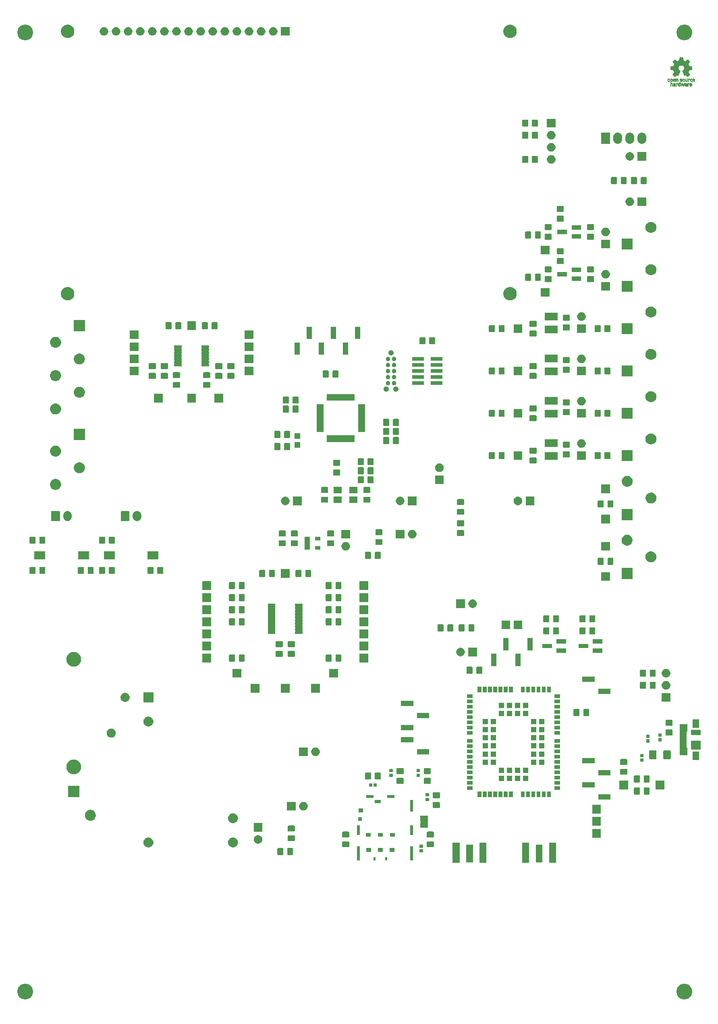
<source format=gts>
G04 #@! TF.GenerationSoftware,KiCad,Pcbnew,5.1.5-52549c5~84~ubuntu19.04.1*
G04 #@! TF.CreationDate,2020-03-18T00:43:24+01:00*
G04 #@! TF.ProjectId,masterthesis-hardware,6d617374-6572-4746-9865-7369732d6861,v1.0*
G04 #@! TF.SameCoordinates,Original*
G04 #@! TF.FileFunction,Soldermask,Top*
G04 #@! TF.FilePolarity,Negative*
%FSLAX46Y46*%
G04 Gerber Fmt 4.6, Leading zero omitted, Abs format (unit mm)*
G04 Created by KiCad (PCBNEW 5.1.5-52549c5~84~ubuntu19.04.1) date 2020-03-18 00:43:24*
%MOMM*%
%LPD*%
G04 APERTURE LIST*
%ADD10C,0.010000*%
%ADD11C,0.100000*%
G04 APERTURE END LIST*
D10*
G36*
X178811964Y-36660018D02*
G01*
X178868812Y-36961570D01*
X179288338Y-37134512D01*
X179539984Y-36963395D01*
X179610458Y-36915750D01*
X179674163Y-36873210D01*
X179728126Y-36837715D01*
X179769373Y-36811210D01*
X179794934Y-36795636D01*
X179801895Y-36792278D01*
X179814435Y-36800914D01*
X179841231Y-36824792D01*
X179879280Y-36860859D01*
X179925579Y-36906067D01*
X179977123Y-36957364D01*
X180030909Y-37011701D01*
X180083935Y-37066028D01*
X180133195Y-37117295D01*
X180175687Y-37162451D01*
X180208407Y-37198446D01*
X180228351Y-37222230D01*
X180233119Y-37230190D01*
X180226257Y-37244865D01*
X180207020Y-37277014D01*
X180177430Y-37323492D01*
X180139510Y-37381156D01*
X180095282Y-37446860D01*
X180069654Y-37484336D01*
X180022941Y-37552768D01*
X179981432Y-37614520D01*
X179947140Y-37666519D01*
X179922080Y-37705692D01*
X179908264Y-37728965D01*
X179906188Y-37733855D01*
X179910895Y-37747755D01*
X179923723Y-37780150D01*
X179942738Y-37826485D01*
X179966003Y-37882206D01*
X179991584Y-37942758D01*
X180017545Y-38003586D01*
X180041950Y-38060136D01*
X180062863Y-38107852D01*
X180078349Y-38142181D01*
X180086472Y-38158568D01*
X180086952Y-38159212D01*
X180099707Y-38162341D01*
X180133677Y-38169321D01*
X180185340Y-38179467D01*
X180251176Y-38192092D01*
X180327664Y-38206509D01*
X180372290Y-38214823D01*
X180454021Y-38230384D01*
X180527843Y-38245192D01*
X180590021Y-38258436D01*
X180636822Y-38269305D01*
X180664509Y-38276989D01*
X180670074Y-38279427D01*
X180675526Y-38295930D01*
X180679924Y-38333200D01*
X180683272Y-38386880D01*
X180685574Y-38452612D01*
X180686832Y-38526037D01*
X180687048Y-38602796D01*
X180686227Y-38678532D01*
X180684371Y-38748886D01*
X180681482Y-38809500D01*
X180677565Y-38856016D01*
X180672622Y-38884075D01*
X180669657Y-38889916D01*
X180651934Y-38896917D01*
X180614381Y-38906927D01*
X180561964Y-38918769D01*
X180499652Y-38931267D01*
X180477900Y-38935310D01*
X180373024Y-38954520D01*
X180290180Y-38969991D01*
X180226630Y-38982337D01*
X180179637Y-38992173D01*
X180146463Y-39000114D01*
X180124371Y-39006776D01*
X180110624Y-39012773D01*
X180102484Y-39018719D01*
X180101345Y-39019894D01*
X180089977Y-39038826D01*
X180072635Y-39075669D01*
X180051050Y-39125913D01*
X180026954Y-39185046D01*
X180002079Y-39248556D01*
X179978157Y-39311932D01*
X179956919Y-39370662D01*
X179940097Y-39420235D01*
X179929422Y-39456139D01*
X179926627Y-39473862D01*
X179926860Y-39474483D01*
X179936331Y-39488970D01*
X179957818Y-39520844D01*
X179989063Y-39566789D01*
X180027807Y-39623485D01*
X180071793Y-39687617D01*
X180084319Y-39705842D01*
X180128984Y-39771914D01*
X180168288Y-39832200D01*
X180200088Y-39883235D01*
X180222245Y-39921560D01*
X180232617Y-39943711D01*
X180233119Y-39946432D01*
X180224405Y-39960736D01*
X180200325Y-39989072D01*
X180163976Y-40028396D01*
X180118453Y-40075661D01*
X180066852Y-40127823D01*
X180012267Y-40181835D01*
X179957794Y-40234653D01*
X179906529Y-40283231D01*
X179861567Y-40324523D01*
X179826004Y-40355485D01*
X179802935Y-40373070D01*
X179796554Y-40375941D01*
X179781699Y-40369178D01*
X179751286Y-40350939D01*
X179710268Y-40324297D01*
X179678709Y-40302852D01*
X179621525Y-40263503D01*
X179553806Y-40217171D01*
X179485880Y-40170913D01*
X179449361Y-40146155D01*
X179325752Y-40062547D01*
X179221991Y-40118650D01*
X179174720Y-40143228D01*
X179134523Y-40162331D01*
X179107326Y-40173227D01*
X179100402Y-40174743D01*
X179092077Y-40163549D01*
X179075654Y-40131917D01*
X179052357Y-40082765D01*
X179023414Y-40019010D01*
X178990050Y-39943571D01*
X178953491Y-39859364D01*
X178914964Y-39769308D01*
X178875694Y-39676321D01*
X178836908Y-39583320D01*
X178799830Y-39493223D01*
X178765689Y-39408948D01*
X178735708Y-39333413D01*
X178711116Y-39269534D01*
X178693136Y-39220231D01*
X178682997Y-39188421D01*
X178681366Y-39177496D01*
X178694291Y-39163561D01*
X178722589Y-39140940D01*
X178760346Y-39114333D01*
X178763515Y-39112228D01*
X178861100Y-39034114D01*
X178939786Y-38942982D01*
X178998891Y-38841745D01*
X179037732Y-38733318D01*
X179055628Y-38620614D01*
X179051897Y-38506548D01*
X179025857Y-38394034D01*
X178976825Y-38285985D01*
X178962400Y-38262345D01*
X178887369Y-38166887D01*
X178798730Y-38090232D01*
X178699549Y-38032780D01*
X178592895Y-37994929D01*
X178481836Y-37977078D01*
X178369439Y-37979625D01*
X178258773Y-38002970D01*
X178152906Y-38047510D01*
X178054905Y-38113645D01*
X178024590Y-38140487D01*
X177947438Y-38224512D01*
X177891218Y-38312966D01*
X177852653Y-38412115D01*
X177831174Y-38510303D01*
X177825872Y-38620697D01*
X177843552Y-38731640D01*
X177882419Y-38839381D01*
X177940677Y-38940169D01*
X178016531Y-39030256D01*
X178108183Y-39105892D01*
X178120228Y-39113864D01*
X178158389Y-39139974D01*
X178187399Y-39162595D01*
X178201268Y-39177039D01*
X178201469Y-39177496D01*
X178198492Y-39193121D01*
X178186689Y-39228582D01*
X178167286Y-39280962D01*
X178141512Y-39347345D01*
X178110591Y-39424814D01*
X178075751Y-39510450D01*
X178038217Y-39601337D01*
X177999217Y-39694559D01*
X177959977Y-39787197D01*
X177921724Y-39876335D01*
X177885683Y-39959055D01*
X177853083Y-40032441D01*
X177825148Y-40093575D01*
X177803105Y-40139541D01*
X177788182Y-40167421D01*
X177782172Y-40174743D01*
X177763809Y-40169041D01*
X177729448Y-40153749D01*
X177685016Y-40131599D01*
X177660583Y-40118650D01*
X177556822Y-40062547D01*
X177433213Y-40146155D01*
X177370114Y-40188987D01*
X177301030Y-40236122D01*
X177236293Y-40280503D01*
X177203866Y-40302852D01*
X177158259Y-40333477D01*
X177119640Y-40357747D01*
X177093048Y-40372587D01*
X177084410Y-40375724D01*
X177071839Y-40367261D01*
X177044016Y-40343636D01*
X177003639Y-40307302D01*
X176953405Y-40260711D01*
X176896012Y-40206317D01*
X176859714Y-40171392D01*
X176796210Y-40108996D01*
X176741327Y-40053188D01*
X176697286Y-40006354D01*
X176666305Y-39970882D01*
X176650602Y-39949161D01*
X176649095Y-39944752D01*
X176656086Y-39927985D01*
X176675406Y-39894082D01*
X176704909Y-39846476D01*
X176742455Y-39788599D01*
X176785900Y-39723884D01*
X176798255Y-39705842D01*
X176843273Y-39640267D01*
X176883660Y-39581228D01*
X176917160Y-39532042D01*
X176941514Y-39496028D01*
X176954464Y-39476502D01*
X176955715Y-39474483D01*
X176953844Y-39458922D01*
X176943913Y-39424709D01*
X176927653Y-39376355D01*
X176906795Y-39318371D01*
X176883073Y-39255270D01*
X176858216Y-39191563D01*
X176833958Y-39131761D01*
X176812029Y-39080376D01*
X176794162Y-39041919D01*
X176782087Y-39020902D01*
X176781229Y-39019894D01*
X176773846Y-39013888D01*
X176761375Y-39007948D01*
X176741080Y-39001460D01*
X176710222Y-38993809D01*
X176666066Y-38984380D01*
X176605874Y-38972559D01*
X176526907Y-38957729D01*
X176426430Y-38939277D01*
X176404675Y-38935310D01*
X176340198Y-38922853D01*
X176283989Y-38910666D01*
X176241013Y-38899926D01*
X176216240Y-38891809D01*
X176212918Y-38889916D01*
X176207444Y-38873138D01*
X176202994Y-38835645D01*
X176199572Y-38781794D01*
X176197181Y-38715944D01*
X176195823Y-38642453D01*
X176195501Y-38565680D01*
X176196219Y-38489983D01*
X176197979Y-38419720D01*
X176200784Y-38359250D01*
X176204638Y-38312930D01*
X176209543Y-38285119D01*
X176212500Y-38279427D01*
X176228963Y-38273686D01*
X176266449Y-38264345D01*
X176321225Y-38252215D01*
X176389555Y-38238107D01*
X176467706Y-38222830D01*
X176510284Y-38214823D01*
X176591071Y-38199721D01*
X176663113Y-38186040D01*
X176722889Y-38174467D01*
X176766879Y-38165687D01*
X176791561Y-38160387D01*
X176795623Y-38159212D01*
X176802489Y-38145965D01*
X176817002Y-38114057D01*
X176837229Y-38068047D01*
X176861234Y-38012492D01*
X176887082Y-37951953D01*
X176912840Y-37890986D01*
X176936573Y-37834151D01*
X176956346Y-37786006D01*
X176970224Y-37751110D01*
X176976274Y-37734021D01*
X176976386Y-37733274D01*
X176969528Y-37719793D01*
X176950302Y-37688770D01*
X176920728Y-37643289D01*
X176882827Y-37586432D01*
X176838620Y-37521283D01*
X176812921Y-37483862D01*
X176766093Y-37415247D01*
X176724501Y-37352952D01*
X176690175Y-37300129D01*
X176665143Y-37259927D01*
X176651435Y-37235500D01*
X176649456Y-37230024D01*
X176657966Y-37217278D01*
X176681493Y-37190063D01*
X176717032Y-37151428D01*
X176761577Y-37104423D01*
X176812123Y-37052095D01*
X176865664Y-36997495D01*
X176919195Y-36943670D01*
X176969711Y-36893670D01*
X177014206Y-36850543D01*
X177049675Y-36817339D01*
X177073113Y-36797106D01*
X177080954Y-36792278D01*
X177093720Y-36799067D01*
X177124256Y-36818142D01*
X177169590Y-36847561D01*
X177226756Y-36885381D01*
X177292784Y-36929661D01*
X177342590Y-36963395D01*
X177594236Y-37134512D01*
X177803999Y-37048041D01*
X178013763Y-36961570D01*
X178070611Y-36660018D01*
X178127460Y-36358466D01*
X178755115Y-36358466D01*
X178811964Y-36660018D01*
G37*
X178811964Y-36660018D02*
X178868812Y-36961570D01*
X179288338Y-37134512D01*
X179539984Y-36963395D01*
X179610458Y-36915750D01*
X179674163Y-36873210D01*
X179728126Y-36837715D01*
X179769373Y-36811210D01*
X179794934Y-36795636D01*
X179801895Y-36792278D01*
X179814435Y-36800914D01*
X179841231Y-36824792D01*
X179879280Y-36860859D01*
X179925579Y-36906067D01*
X179977123Y-36957364D01*
X180030909Y-37011701D01*
X180083935Y-37066028D01*
X180133195Y-37117295D01*
X180175687Y-37162451D01*
X180208407Y-37198446D01*
X180228351Y-37222230D01*
X180233119Y-37230190D01*
X180226257Y-37244865D01*
X180207020Y-37277014D01*
X180177430Y-37323492D01*
X180139510Y-37381156D01*
X180095282Y-37446860D01*
X180069654Y-37484336D01*
X180022941Y-37552768D01*
X179981432Y-37614520D01*
X179947140Y-37666519D01*
X179922080Y-37705692D01*
X179908264Y-37728965D01*
X179906188Y-37733855D01*
X179910895Y-37747755D01*
X179923723Y-37780150D01*
X179942738Y-37826485D01*
X179966003Y-37882206D01*
X179991584Y-37942758D01*
X180017545Y-38003586D01*
X180041950Y-38060136D01*
X180062863Y-38107852D01*
X180078349Y-38142181D01*
X180086472Y-38158568D01*
X180086952Y-38159212D01*
X180099707Y-38162341D01*
X180133677Y-38169321D01*
X180185340Y-38179467D01*
X180251176Y-38192092D01*
X180327664Y-38206509D01*
X180372290Y-38214823D01*
X180454021Y-38230384D01*
X180527843Y-38245192D01*
X180590021Y-38258436D01*
X180636822Y-38269305D01*
X180664509Y-38276989D01*
X180670074Y-38279427D01*
X180675526Y-38295930D01*
X180679924Y-38333200D01*
X180683272Y-38386880D01*
X180685574Y-38452612D01*
X180686832Y-38526037D01*
X180687048Y-38602796D01*
X180686227Y-38678532D01*
X180684371Y-38748886D01*
X180681482Y-38809500D01*
X180677565Y-38856016D01*
X180672622Y-38884075D01*
X180669657Y-38889916D01*
X180651934Y-38896917D01*
X180614381Y-38906927D01*
X180561964Y-38918769D01*
X180499652Y-38931267D01*
X180477900Y-38935310D01*
X180373024Y-38954520D01*
X180290180Y-38969991D01*
X180226630Y-38982337D01*
X180179637Y-38992173D01*
X180146463Y-39000114D01*
X180124371Y-39006776D01*
X180110624Y-39012773D01*
X180102484Y-39018719D01*
X180101345Y-39019894D01*
X180089977Y-39038826D01*
X180072635Y-39075669D01*
X180051050Y-39125913D01*
X180026954Y-39185046D01*
X180002079Y-39248556D01*
X179978157Y-39311932D01*
X179956919Y-39370662D01*
X179940097Y-39420235D01*
X179929422Y-39456139D01*
X179926627Y-39473862D01*
X179926860Y-39474483D01*
X179936331Y-39488970D01*
X179957818Y-39520844D01*
X179989063Y-39566789D01*
X180027807Y-39623485D01*
X180071793Y-39687617D01*
X180084319Y-39705842D01*
X180128984Y-39771914D01*
X180168288Y-39832200D01*
X180200088Y-39883235D01*
X180222245Y-39921560D01*
X180232617Y-39943711D01*
X180233119Y-39946432D01*
X180224405Y-39960736D01*
X180200325Y-39989072D01*
X180163976Y-40028396D01*
X180118453Y-40075661D01*
X180066852Y-40127823D01*
X180012267Y-40181835D01*
X179957794Y-40234653D01*
X179906529Y-40283231D01*
X179861567Y-40324523D01*
X179826004Y-40355485D01*
X179802935Y-40373070D01*
X179796554Y-40375941D01*
X179781699Y-40369178D01*
X179751286Y-40350939D01*
X179710268Y-40324297D01*
X179678709Y-40302852D01*
X179621525Y-40263503D01*
X179553806Y-40217171D01*
X179485880Y-40170913D01*
X179449361Y-40146155D01*
X179325752Y-40062547D01*
X179221991Y-40118650D01*
X179174720Y-40143228D01*
X179134523Y-40162331D01*
X179107326Y-40173227D01*
X179100402Y-40174743D01*
X179092077Y-40163549D01*
X179075654Y-40131917D01*
X179052357Y-40082765D01*
X179023414Y-40019010D01*
X178990050Y-39943571D01*
X178953491Y-39859364D01*
X178914964Y-39769308D01*
X178875694Y-39676321D01*
X178836908Y-39583320D01*
X178799830Y-39493223D01*
X178765689Y-39408948D01*
X178735708Y-39333413D01*
X178711116Y-39269534D01*
X178693136Y-39220231D01*
X178682997Y-39188421D01*
X178681366Y-39177496D01*
X178694291Y-39163561D01*
X178722589Y-39140940D01*
X178760346Y-39114333D01*
X178763515Y-39112228D01*
X178861100Y-39034114D01*
X178939786Y-38942982D01*
X178998891Y-38841745D01*
X179037732Y-38733318D01*
X179055628Y-38620614D01*
X179051897Y-38506548D01*
X179025857Y-38394034D01*
X178976825Y-38285985D01*
X178962400Y-38262345D01*
X178887369Y-38166887D01*
X178798730Y-38090232D01*
X178699549Y-38032780D01*
X178592895Y-37994929D01*
X178481836Y-37977078D01*
X178369439Y-37979625D01*
X178258773Y-38002970D01*
X178152906Y-38047510D01*
X178054905Y-38113645D01*
X178024590Y-38140487D01*
X177947438Y-38224512D01*
X177891218Y-38312966D01*
X177852653Y-38412115D01*
X177831174Y-38510303D01*
X177825872Y-38620697D01*
X177843552Y-38731640D01*
X177882419Y-38839381D01*
X177940677Y-38940169D01*
X178016531Y-39030256D01*
X178108183Y-39105892D01*
X178120228Y-39113864D01*
X178158389Y-39139974D01*
X178187399Y-39162595D01*
X178201268Y-39177039D01*
X178201469Y-39177496D01*
X178198492Y-39193121D01*
X178186689Y-39228582D01*
X178167286Y-39280962D01*
X178141512Y-39347345D01*
X178110591Y-39424814D01*
X178075751Y-39510450D01*
X178038217Y-39601337D01*
X177999217Y-39694559D01*
X177959977Y-39787197D01*
X177921724Y-39876335D01*
X177885683Y-39959055D01*
X177853083Y-40032441D01*
X177825148Y-40093575D01*
X177803105Y-40139541D01*
X177788182Y-40167421D01*
X177782172Y-40174743D01*
X177763809Y-40169041D01*
X177729448Y-40153749D01*
X177685016Y-40131599D01*
X177660583Y-40118650D01*
X177556822Y-40062547D01*
X177433213Y-40146155D01*
X177370114Y-40188987D01*
X177301030Y-40236122D01*
X177236293Y-40280503D01*
X177203866Y-40302852D01*
X177158259Y-40333477D01*
X177119640Y-40357747D01*
X177093048Y-40372587D01*
X177084410Y-40375724D01*
X177071839Y-40367261D01*
X177044016Y-40343636D01*
X177003639Y-40307302D01*
X176953405Y-40260711D01*
X176896012Y-40206317D01*
X176859714Y-40171392D01*
X176796210Y-40108996D01*
X176741327Y-40053188D01*
X176697286Y-40006354D01*
X176666305Y-39970882D01*
X176650602Y-39949161D01*
X176649095Y-39944752D01*
X176656086Y-39927985D01*
X176675406Y-39894082D01*
X176704909Y-39846476D01*
X176742455Y-39788599D01*
X176785900Y-39723884D01*
X176798255Y-39705842D01*
X176843273Y-39640267D01*
X176883660Y-39581228D01*
X176917160Y-39532042D01*
X176941514Y-39496028D01*
X176954464Y-39476502D01*
X176955715Y-39474483D01*
X176953844Y-39458922D01*
X176943913Y-39424709D01*
X176927653Y-39376355D01*
X176906795Y-39318371D01*
X176883073Y-39255270D01*
X176858216Y-39191563D01*
X176833958Y-39131761D01*
X176812029Y-39080376D01*
X176794162Y-39041919D01*
X176782087Y-39020902D01*
X176781229Y-39019894D01*
X176773846Y-39013888D01*
X176761375Y-39007948D01*
X176741080Y-39001460D01*
X176710222Y-38993809D01*
X176666066Y-38984380D01*
X176605874Y-38972559D01*
X176526907Y-38957729D01*
X176426430Y-38939277D01*
X176404675Y-38935310D01*
X176340198Y-38922853D01*
X176283989Y-38910666D01*
X176241013Y-38899926D01*
X176216240Y-38891809D01*
X176212918Y-38889916D01*
X176207444Y-38873138D01*
X176202994Y-38835645D01*
X176199572Y-38781794D01*
X176197181Y-38715944D01*
X176195823Y-38642453D01*
X176195501Y-38565680D01*
X176196219Y-38489983D01*
X176197979Y-38419720D01*
X176200784Y-38359250D01*
X176204638Y-38312930D01*
X176209543Y-38285119D01*
X176212500Y-38279427D01*
X176228963Y-38273686D01*
X176266449Y-38264345D01*
X176321225Y-38252215D01*
X176389555Y-38238107D01*
X176467706Y-38222830D01*
X176510284Y-38214823D01*
X176591071Y-38199721D01*
X176663113Y-38186040D01*
X176722889Y-38174467D01*
X176766879Y-38165687D01*
X176791561Y-38160387D01*
X176795623Y-38159212D01*
X176802489Y-38145965D01*
X176817002Y-38114057D01*
X176837229Y-38068047D01*
X176861234Y-38012492D01*
X176887082Y-37951953D01*
X176912840Y-37890986D01*
X176936573Y-37834151D01*
X176956346Y-37786006D01*
X176970224Y-37751110D01*
X176976274Y-37734021D01*
X176976386Y-37733274D01*
X176969528Y-37719793D01*
X176950302Y-37688770D01*
X176920728Y-37643289D01*
X176882827Y-37586432D01*
X176838620Y-37521283D01*
X176812921Y-37483862D01*
X176766093Y-37415247D01*
X176724501Y-37352952D01*
X176690175Y-37300129D01*
X176665143Y-37259927D01*
X176651435Y-37235500D01*
X176649456Y-37230024D01*
X176657966Y-37217278D01*
X176681493Y-37190063D01*
X176717032Y-37151428D01*
X176761577Y-37104423D01*
X176812123Y-37052095D01*
X176865664Y-36997495D01*
X176919195Y-36943670D01*
X176969711Y-36893670D01*
X177014206Y-36850543D01*
X177049675Y-36817339D01*
X177073113Y-36797106D01*
X177080954Y-36792278D01*
X177093720Y-36799067D01*
X177124256Y-36818142D01*
X177169590Y-36847561D01*
X177226756Y-36885381D01*
X177292784Y-36929661D01*
X177342590Y-36963395D01*
X177594236Y-37134512D01*
X177803999Y-37048041D01*
X178013763Y-36961570D01*
X178070611Y-36660018D01*
X178127460Y-36358466D01*
X178755115Y-36358466D01*
X178811964Y-36660018D01*
G36*
X180234460Y-40828030D02*
G01*
X180277711Y-40841245D01*
X180305558Y-40857941D01*
X180314629Y-40871145D01*
X180312132Y-40886797D01*
X180295931Y-40911385D01*
X180282232Y-40928800D01*
X180253992Y-40960283D01*
X180232775Y-40973529D01*
X180214688Y-40972664D01*
X180161035Y-40959010D01*
X180121630Y-40959630D01*
X180089632Y-40975104D01*
X180078890Y-40984161D01*
X180044505Y-41016027D01*
X180044505Y-41432179D01*
X179906188Y-41432179D01*
X179906188Y-40828614D01*
X179975347Y-40828614D01*
X180016869Y-40830256D01*
X180038291Y-40836087D01*
X180044502Y-40847461D01*
X180044505Y-40847798D01*
X180047439Y-40859713D01*
X180060704Y-40858159D01*
X180079084Y-40849563D01*
X180117046Y-40833568D01*
X180147872Y-40823945D01*
X180187536Y-40821478D01*
X180234460Y-40828030D01*
G37*
X180234460Y-40828030D02*
X180277711Y-40841245D01*
X180305558Y-40857941D01*
X180314629Y-40871145D01*
X180312132Y-40886797D01*
X180295931Y-40911385D01*
X180282232Y-40928800D01*
X180253992Y-40960283D01*
X180232775Y-40973529D01*
X180214688Y-40972664D01*
X180161035Y-40959010D01*
X180121630Y-40959630D01*
X180089632Y-40975104D01*
X180078890Y-40984161D01*
X180044505Y-41016027D01*
X180044505Y-41432179D01*
X179906188Y-41432179D01*
X179906188Y-40828614D01*
X179975347Y-40828614D01*
X180016869Y-40830256D01*
X180038291Y-40836087D01*
X180044502Y-40847461D01*
X180044505Y-40847798D01*
X180047439Y-40859713D01*
X180060704Y-40858159D01*
X180079084Y-40849563D01*
X180117046Y-40833568D01*
X180147872Y-40823945D01*
X180187536Y-40821478D01*
X180234460Y-40828030D01*
G36*
X177680988Y-40839002D02*
G01*
X177712283Y-40853950D01*
X177742591Y-40875541D01*
X177765682Y-40900391D01*
X177782500Y-40932087D01*
X177793994Y-40974214D01*
X177801109Y-41030358D01*
X177804793Y-41104106D01*
X177805992Y-41199044D01*
X177806011Y-41208985D01*
X177806287Y-41432179D01*
X177667970Y-41432179D01*
X177667970Y-41226418D01*
X177667872Y-41150189D01*
X177667191Y-41094939D01*
X177665349Y-41056501D01*
X177661767Y-41030706D01*
X177655868Y-41013384D01*
X177647073Y-41000368D01*
X177634820Y-40987507D01*
X177591953Y-40959873D01*
X177545157Y-40954745D01*
X177500576Y-40972217D01*
X177485072Y-40985221D01*
X177473690Y-40997447D01*
X177465519Y-41010540D01*
X177460026Y-41028615D01*
X177456680Y-41055787D01*
X177454949Y-41096170D01*
X177454303Y-41153879D01*
X177454208Y-41224132D01*
X177454208Y-41432179D01*
X177315891Y-41432179D01*
X177315891Y-40828614D01*
X177385050Y-40828614D01*
X177426572Y-40830256D01*
X177447994Y-40836087D01*
X177454205Y-40847461D01*
X177454208Y-40847798D01*
X177457090Y-40858938D01*
X177469801Y-40857674D01*
X177495074Y-40845434D01*
X177552395Y-40827424D01*
X177617963Y-40825421D01*
X177680988Y-40839002D01*
G37*
X177680988Y-40839002D02*
X177712283Y-40853950D01*
X177742591Y-40875541D01*
X177765682Y-40900391D01*
X177782500Y-40932087D01*
X177793994Y-40974214D01*
X177801109Y-41030358D01*
X177804793Y-41104106D01*
X177805992Y-41199044D01*
X177806011Y-41208985D01*
X177806287Y-41432179D01*
X177667970Y-41432179D01*
X177667970Y-41226418D01*
X177667872Y-41150189D01*
X177667191Y-41094939D01*
X177665349Y-41056501D01*
X177661767Y-41030706D01*
X177655868Y-41013384D01*
X177647073Y-41000368D01*
X177634820Y-40987507D01*
X177591953Y-40959873D01*
X177545157Y-40954745D01*
X177500576Y-40972217D01*
X177485072Y-40985221D01*
X177473690Y-40997447D01*
X177465519Y-41010540D01*
X177460026Y-41028615D01*
X177456680Y-41055787D01*
X177454949Y-41096170D01*
X177454303Y-41153879D01*
X177454208Y-41224132D01*
X177454208Y-41432179D01*
X177315891Y-41432179D01*
X177315891Y-40828614D01*
X177385050Y-40828614D01*
X177426572Y-40830256D01*
X177447994Y-40836087D01*
X177454205Y-40847461D01*
X177454208Y-40847798D01*
X177457090Y-40858938D01*
X177469801Y-40857674D01*
X177495074Y-40845434D01*
X177552395Y-40827424D01*
X177617963Y-40825421D01*
X177680988Y-40839002D01*
G36*
X181112898Y-40826457D02*
G01*
X181145096Y-40834279D01*
X181206825Y-40862921D01*
X181259610Y-40906667D01*
X181296141Y-40959117D01*
X181301160Y-40970893D01*
X181308045Y-41001740D01*
X181312864Y-41047371D01*
X181314505Y-41093492D01*
X181314505Y-41180693D01*
X181132178Y-41180693D01*
X181056979Y-41180978D01*
X181004003Y-41182704D01*
X180970325Y-41187181D01*
X180953020Y-41195720D01*
X180949163Y-41209630D01*
X180955829Y-41230222D01*
X180967770Y-41254315D01*
X181001080Y-41294525D01*
X181047368Y-41314558D01*
X181103944Y-41313905D01*
X181168031Y-41292101D01*
X181223417Y-41265193D01*
X181269375Y-41301532D01*
X181315333Y-41337872D01*
X181272096Y-41377819D01*
X181214374Y-41415563D01*
X181143386Y-41438320D01*
X181067029Y-41444688D01*
X180993199Y-41433268D01*
X180981287Y-41429393D01*
X180916399Y-41395506D01*
X180868130Y-41344986D01*
X180835465Y-41276325D01*
X180817385Y-41188014D01*
X180817175Y-41186121D01*
X180815556Y-41089878D01*
X180822100Y-41055542D01*
X180949852Y-41055542D01*
X180961584Y-41060822D01*
X180993438Y-41064867D01*
X181040397Y-41067176D01*
X181070154Y-41067525D01*
X181125648Y-41067306D01*
X181160346Y-41065916D01*
X181178601Y-41062251D01*
X181184766Y-41055210D01*
X181183195Y-41043690D01*
X181181878Y-41039233D01*
X181159382Y-40997355D01*
X181124003Y-40963604D01*
X181092780Y-40948773D01*
X181051301Y-40949668D01*
X181009269Y-40968164D01*
X180974012Y-40998786D01*
X180952854Y-41036062D01*
X180949852Y-41055542D01*
X180822100Y-41055542D01*
X180831690Y-41005229D01*
X180863698Y-40934191D01*
X180909701Y-40878779D01*
X180967821Y-40841009D01*
X181036180Y-40822896D01*
X181112898Y-40826457D01*
G37*
X181112898Y-40826457D02*
X181145096Y-40834279D01*
X181206825Y-40862921D01*
X181259610Y-40906667D01*
X181296141Y-40959117D01*
X181301160Y-40970893D01*
X181308045Y-41001740D01*
X181312864Y-41047371D01*
X181314505Y-41093492D01*
X181314505Y-41180693D01*
X181132178Y-41180693D01*
X181056979Y-41180978D01*
X181004003Y-41182704D01*
X180970325Y-41187181D01*
X180953020Y-41195720D01*
X180949163Y-41209630D01*
X180955829Y-41230222D01*
X180967770Y-41254315D01*
X181001080Y-41294525D01*
X181047368Y-41314558D01*
X181103944Y-41313905D01*
X181168031Y-41292101D01*
X181223417Y-41265193D01*
X181269375Y-41301532D01*
X181315333Y-41337872D01*
X181272096Y-41377819D01*
X181214374Y-41415563D01*
X181143386Y-41438320D01*
X181067029Y-41444688D01*
X180993199Y-41433268D01*
X180981287Y-41429393D01*
X180916399Y-41395506D01*
X180868130Y-41344986D01*
X180835465Y-41276325D01*
X180817385Y-41188014D01*
X180817175Y-41186121D01*
X180815556Y-41089878D01*
X180822100Y-41055542D01*
X180949852Y-41055542D01*
X180961584Y-41060822D01*
X180993438Y-41064867D01*
X181040397Y-41067176D01*
X181070154Y-41067525D01*
X181125648Y-41067306D01*
X181160346Y-41065916D01*
X181178601Y-41062251D01*
X181184766Y-41055210D01*
X181183195Y-41043690D01*
X181181878Y-41039233D01*
X181159382Y-40997355D01*
X181124003Y-40963604D01*
X181092780Y-40948773D01*
X181051301Y-40949668D01*
X181009269Y-40968164D01*
X180974012Y-40998786D01*
X180952854Y-41036062D01*
X180949852Y-41055542D01*
X180822100Y-41055542D01*
X180831690Y-41005229D01*
X180863698Y-40934191D01*
X180909701Y-40878779D01*
X180967821Y-40841009D01*
X181036180Y-40822896D01*
X181112898Y-40826457D01*
G36*
X180652226Y-40833880D02*
G01*
X180725080Y-40864830D01*
X180748027Y-40879895D01*
X180777354Y-40903048D01*
X180795764Y-40921253D01*
X180798961Y-40927183D01*
X180789935Y-40940340D01*
X180766837Y-40962667D01*
X180748344Y-40978250D01*
X180697728Y-41018926D01*
X180657760Y-40985295D01*
X180626874Y-40963584D01*
X180596759Y-40956090D01*
X180562292Y-40957920D01*
X180507561Y-40971528D01*
X180469886Y-40999772D01*
X180446991Y-41045433D01*
X180436597Y-41111289D01*
X180436595Y-41111331D01*
X180437494Y-41184939D01*
X180451463Y-41238946D01*
X180479328Y-41275716D01*
X180498325Y-41288168D01*
X180548776Y-41303673D01*
X180602663Y-41303683D01*
X180649546Y-41288638D01*
X180660644Y-41281287D01*
X180688476Y-41262511D01*
X180710236Y-41259434D01*
X180733704Y-41273409D01*
X180759649Y-41298510D01*
X180800716Y-41340880D01*
X180755121Y-41378464D01*
X180684674Y-41420882D01*
X180605233Y-41441785D01*
X180522215Y-41440272D01*
X180467694Y-41426411D01*
X180403970Y-41392135D01*
X180353005Y-41338212D01*
X180329851Y-41300149D01*
X180311099Y-41245536D01*
X180301715Y-41176369D01*
X180301643Y-41101407D01*
X180310824Y-41029409D01*
X180329199Y-40969137D01*
X180332093Y-40962958D01*
X180374952Y-40902351D01*
X180432979Y-40858224D01*
X180501591Y-40831493D01*
X180576201Y-40823073D01*
X180652226Y-40833880D01*
G37*
X180652226Y-40833880D02*
X180725080Y-40864830D01*
X180748027Y-40879895D01*
X180777354Y-40903048D01*
X180795764Y-40921253D01*
X180798961Y-40927183D01*
X180789935Y-40940340D01*
X180766837Y-40962667D01*
X180748344Y-40978250D01*
X180697728Y-41018926D01*
X180657760Y-40985295D01*
X180626874Y-40963584D01*
X180596759Y-40956090D01*
X180562292Y-40957920D01*
X180507561Y-40971528D01*
X180469886Y-40999772D01*
X180446991Y-41045433D01*
X180436597Y-41111289D01*
X180436595Y-41111331D01*
X180437494Y-41184939D01*
X180451463Y-41238946D01*
X180479328Y-41275716D01*
X180498325Y-41288168D01*
X180548776Y-41303673D01*
X180602663Y-41303683D01*
X180649546Y-41288638D01*
X180660644Y-41281287D01*
X180688476Y-41262511D01*
X180710236Y-41259434D01*
X180733704Y-41273409D01*
X180759649Y-41298510D01*
X180800716Y-41340880D01*
X180755121Y-41378464D01*
X180684674Y-41420882D01*
X180605233Y-41441785D01*
X180522215Y-41440272D01*
X180467694Y-41426411D01*
X180403970Y-41392135D01*
X180353005Y-41338212D01*
X180329851Y-41300149D01*
X180311099Y-41245536D01*
X180301715Y-41176369D01*
X180301643Y-41101407D01*
X180310824Y-41029409D01*
X180329199Y-40969137D01*
X180332093Y-40962958D01*
X180374952Y-40902351D01*
X180432979Y-40858224D01*
X180501591Y-40831493D01*
X180576201Y-40823073D01*
X180652226Y-40833880D01*
G36*
X179428367Y-41024342D02*
G01*
X179429555Y-41116563D01*
X179433897Y-41186610D01*
X179442558Y-41237381D01*
X179456704Y-41271772D01*
X179477500Y-41292679D01*
X179506110Y-41303000D01*
X179541535Y-41305636D01*
X179578636Y-41302682D01*
X179606818Y-41291889D01*
X179627243Y-41270360D01*
X179641079Y-41235199D01*
X179649491Y-41183510D01*
X179653643Y-41112394D01*
X179654703Y-41024342D01*
X179654703Y-40828614D01*
X179793020Y-40828614D01*
X179793020Y-41432179D01*
X179723862Y-41432179D01*
X179682170Y-41430489D01*
X179660701Y-41424556D01*
X179654703Y-41413293D01*
X179651091Y-41403261D01*
X179636714Y-41405383D01*
X179607736Y-41419580D01*
X179541319Y-41441480D01*
X179470875Y-41439928D01*
X179403377Y-41416147D01*
X179371233Y-41397362D01*
X179346715Y-41377022D01*
X179328804Y-41351573D01*
X179316479Y-41317458D01*
X179308723Y-41271121D01*
X179304516Y-41209007D01*
X179302840Y-41127561D01*
X179302624Y-41064578D01*
X179302624Y-40828614D01*
X179428367Y-40828614D01*
X179428367Y-41024342D01*
G37*
X179428367Y-41024342D02*
X179429555Y-41116563D01*
X179433897Y-41186610D01*
X179442558Y-41237381D01*
X179456704Y-41271772D01*
X179477500Y-41292679D01*
X179506110Y-41303000D01*
X179541535Y-41305636D01*
X179578636Y-41302682D01*
X179606818Y-41291889D01*
X179627243Y-41270360D01*
X179641079Y-41235199D01*
X179649491Y-41183510D01*
X179653643Y-41112394D01*
X179654703Y-41024342D01*
X179654703Y-40828614D01*
X179793020Y-40828614D01*
X179793020Y-41432179D01*
X179723862Y-41432179D01*
X179682170Y-41430489D01*
X179660701Y-41424556D01*
X179654703Y-41413293D01*
X179651091Y-41403261D01*
X179636714Y-41405383D01*
X179607736Y-41419580D01*
X179541319Y-41441480D01*
X179470875Y-41439928D01*
X179403377Y-41416147D01*
X179371233Y-41397362D01*
X179346715Y-41377022D01*
X179328804Y-41351573D01*
X179316479Y-41317458D01*
X179308723Y-41271121D01*
X179304516Y-41209007D01*
X179302840Y-41127561D01*
X179302624Y-41064578D01*
X179302624Y-40828614D01*
X179428367Y-40828614D01*
X179428367Y-41024342D01*
G36*
X179045762Y-40836055D02*
G01*
X179109363Y-40870692D01*
X179159123Y-40925372D01*
X179182568Y-40969842D01*
X179192634Y-41009121D01*
X179199156Y-41065116D01*
X179201951Y-41129621D01*
X179200836Y-41194429D01*
X179195626Y-41251334D01*
X179189541Y-41281727D01*
X179169014Y-41323306D01*
X179133463Y-41367468D01*
X179090619Y-41406087D01*
X179048211Y-41431034D01*
X179047177Y-41431430D01*
X178994553Y-41442331D01*
X178932188Y-41442601D01*
X178872924Y-41432676D01*
X178850040Y-41424722D01*
X178791102Y-41391300D01*
X178748890Y-41347511D01*
X178721156Y-41289538D01*
X178705651Y-41213565D01*
X178702143Y-41173771D01*
X178702590Y-41123766D01*
X178837376Y-41123766D01*
X178841917Y-41196732D01*
X178854986Y-41252334D01*
X178875756Y-41287861D01*
X178890552Y-41298020D01*
X178928464Y-41305104D01*
X178973527Y-41303007D01*
X179012487Y-41292812D01*
X179022704Y-41287204D01*
X179049659Y-41254538D01*
X179067451Y-41204545D01*
X179075024Y-41143705D01*
X179071325Y-41078497D01*
X179063057Y-41039253D01*
X179039320Y-40993805D01*
X179001849Y-40965396D01*
X178956720Y-40955573D01*
X178910011Y-40965887D01*
X178874132Y-40991112D01*
X178855277Y-41011925D01*
X178844272Y-41032439D01*
X178839026Y-41060203D01*
X178837449Y-41102762D01*
X178837376Y-41123766D01*
X178702590Y-41123766D01*
X178703094Y-41067580D01*
X178720388Y-40980501D01*
X178754029Y-40912530D01*
X178804018Y-40863664D01*
X178870356Y-40833899D01*
X178884601Y-40830448D01*
X178970210Y-40822345D01*
X179045762Y-40836055D01*
G37*
X179045762Y-40836055D02*
X179109363Y-40870692D01*
X179159123Y-40925372D01*
X179182568Y-40969842D01*
X179192634Y-41009121D01*
X179199156Y-41065116D01*
X179201951Y-41129621D01*
X179200836Y-41194429D01*
X179195626Y-41251334D01*
X179189541Y-41281727D01*
X179169014Y-41323306D01*
X179133463Y-41367468D01*
X179090619Y-41406087D01*
X179048211Y-41431034D01*
X179047177Y-41431430D01*
X178994553Y-41442331D01*
X178932188Y-41442601D01*
X178872924Y-41432676D01*
X178850040Y-41424722D01*
X178791102Y-41391300D01*
X178748890Y-41347511D01*
X178721156Y-41289538D01*
X178705651Y-41213565D01*
X178702143Y-41173771D01*
X178702590Y-41123766D01*
X178837376Y-41123766D01*
X178841917Y-41196732D01*
X178854986Y-41252334D01*
X178875756Y-41287861D01*
X178890552Y-41298020D01*
X178928464Y-41305104D01*
X178973527Y-41303007D01*
X179012487Y-41292812D01*
X179022704Y-41287204D01*
X179049659Y-41254538D01*
X179067451Y-41204545D01*
X179075024Y-41143705D01*
X179071325Y-41078497D01*
X179063057Y-41039253D01*
X179039320Y-40993805D01*
X179001849Y-40965396D01*
X178956720Y-40955573D01*
X178910011Y-40965887D01*
X178874132Y-40991112D01*
X178855277Y-41011925D01*
X178844272Y-41032439D01*
X178839026Y-41060203D01*
X178837449Y-41102762D01*
X178837376Y-41123766D01*
X178702590Y-41123766D01*
X178703094Y-41067580D01*
X178720388Y-40980501D01*
X178754029Y-40912530D01*
X178804018Y-40863664D01*
X178870356Y-40833899D01*
X178884601Y-40830448D01*
X178970210Y-40822345D01*
X179045762Y-40836055D01*
G36*
X178449017Y-40826452D02*
G01*
X178496634Y-40835482D01*
X178546034Y-40854370D01*
X178551312Y-40856777D01*
X178588774Y-40876476D01*
X178614717Y-40894781D01*
X178623103Y-40906508D01*
X178615117Y-40925632D01*
X178595720Y-40953850D01*
X178587110Y-40964384D01*
X178551628Y-41005847D01*
X178505885Y-40978858D01*
X178462350Y-40960878D01*
X178412050Y-40951267D01*
X178363812Y-40950660D01*
X178326467Y-40959691D01*
X178317505Y-40965327D01*
X178300437Y-40991171D01*
X178298363Y-41020941D01*
X178311134Y-41044197D01*
X178318688Y-41048708D01*
X178341325Y-41054309D01*
X178381115Y-41060892D01*
X178430166Y-41067183D01*
X178439215Y-41068170D01*
X178517996Y-41081798D01*
X178575136Y-41104946D01*
X178613030Y-41139752D01*
X178634079Y-41188354D01*
X178640635Y-41247718D01*
X178631577Y-41315198D01*
X178602164Y-41368188D01*
X178552278Y-41406783D01*
X178481800Y-41431081D01*
X178403565Y-41440667D01*
X178339766Y-41440552D01*
X178288016Y-41431845D01*
X178252673Y-41419825D01*
X178208017Y-41398880D01*
X178166747Y-41374574D01*
X178152079Y-41363876D01*
X178114357Y-41333084D01*
X178159852Y-41287049D01*
X178205347Y-41241013D01*
X178257072Y-41275243D01*
X178308952Y-41300952D01*
X178364351Y-41314399D01*
X178417605Y-41315818D01*
X178463049Y-41305443D01*
X178495016Y-41283507D01*
X178505338Y-41264998D01*
X178503789Y-41235314D01*
X178478140Y-41212615D01*
X178428460Y-41196940D01*
X178374031Y-41189695D01*
X178290264Y-41175873D01*
X178228033Y-41149796D01*
X178186507Y-41110699D01*
X178164853Y-41057820D01*
X178161853Y-40995126D01*
X178176671Y-40929642D01*
X178210454Y-40880144D01*
X178263505Y-40846408D01*
X178336126Y-40828207D01*
X178389928Y-40824639D01*
X178449017Y-40826452D01*
G37*
X178449017Y-40826452D02*
X178496634Y-40835482D01*
X178546034Y-40854370D01*
X178551312Y-40856777D01*
X178588774Y-40876476D01*
X178614717Y-40894781D01*
X178623103Y-40906508D01*
X178615117Y-40925632D01*
X178595720Y-40953850D01*
X178587110Y-40964384D01*
X178551628Y-41005847D01*
X178505885Y-40978858D01*
X178462350Y-40960878D01*
X178412050Y-40951267D01*
X178363812Y-40950660D01*
X178326467Y-40959691D01*
X178317505Y-40965327D01*
X178300437Y-40991171D01*
X178298363Y-41020941D01*
X178311134Y-41044197D01*
X178318688Y-41048708D01*
X178341325Y-41054309D01*
X178381115Y-41060892D01*
X178430166Y-41067183D01*
X178439215Y-41068170D01*
X178517996Y-41081798D01*
X178575136Y-41104946D01*
X178613030Y-41139752D01*
X178634079Y-41188354D01*
X178640635Y-41247718D01*
X178631577Y-41315198D01*
X178602164Y-41368188D01*
X178552278Y-41406783D01*
X178481800Y-41431081D01*
X178403565Y-41440667D01*
X178339766Y-41440552D01*
X178288016Y-41431845D01*
X178252673Y-41419825D01*
X178208017Y-41398880D01*
X178166747Y-41374574D01*
X178152079Y-41363876D01*
X178114357Y-41333084D01*
X178159852Y-41287049D01*
X178205347Y-41241013D01*
X178257072Y-41275243D01*
X178308952Y-41300952D01*
X178364351Y-41314399D01*
X178417605Y-41315818D01*
X178463049Y-41305443D01*
X178495016Y-41283507D01*
X178505338Y-41264998D01*
X178503789Y-41235314D01*
X178478140Y-41212615D01*
X178428460Y-41196940D01*
X178374031Y-41189695D01*
X178290264Y-41175873D01*
X178228033Y-41149796D01*
X178186507Y-41110699D01*
X178164853Y-41057820D01*
X178161853Y-40995126D01*
X178176671Y-40929642D01*
X178210454Y-40880144D01*
X178263505Y-40846408D01*
X178336126Y-40828207D01*
X178389928Y-40824639D01*
X178449017Y-40826452D01*
G36*
X177078301Y-40842614D02*
G01*
X177090832Y-40848514D01*
X177134201Y-40880283D01*
X177175210Y-40926646D01*
X177205832Y-40977696D01*
X177214541Y-41001166D01*
X177222488Y-41043091D01*
X177227226Y-41093757D01*
X177227801Y-41114679D01*
X177227871Y-41180693D01*
X176847917Y-41180693D01*
X176856017Y-41215273D01*
X176875896Y-41256170D01*
X176910653Y-41291514D01*
X176952002Y-41314282D01*
X176978351Y-41319010D01*
X177014084Y-41313273D01*
X177056718Y-41298882D01*
X177071201Y-41292262D01*
X177124760Y-41265513D01*
X177170467Y-41300376D01*
X177196842Y-41323955D01*
X177210876Y-41343417D01*
X177211586Y-41349129D01*
X177199049Y-41362973D01*
X177171572Y-41384012D01*
X177146634Y-41400425D01*
X177079336Y-41429930D01*
X177003890Y-41443284D01*
X176929112Y-41439812D01*
X176869505Y-41421663D01*
X176808059Y-41382784D01*
X176764392Y-41331595D01*
X176737074Y-41265367D01*
X176724678Y-41181371D01*
X176723579Y-41142936D01*
X176727978Y-41054861D01*
X176728518Y-41052299D01*
X176854418Y-41052299D01*
X176857885Y-41060558D01*
X176872137Y-41065113D01*
X176901530Y-41067065D01*
X176950425Y-41067517D01*
X176969252Y-41067525D01*
X177026533Y-41066843D01*
X177062859Y-41064364D01*
X177082396Y-41059443D01*
X177089310Y-41051434D01*
X177089555Y-41048862D01*
X177081664Y-41028423D01*
X177061915Y-40999789D01*
X177053425Y-40989763D01*
X177021906Y-40961408D01*
X176989051Y-40950259D01*
X176971349Y-40949327D01*
X176923461Y-40960981D01*
X176883301Y-40992285D01*
X176857827Y-41037752D01*
X176857375Y-41039233D01*
X176854418Y-41052299D01*
X176728518Y-41052299D01*
X176742608Y-40985510D01*
X176768962Y-40930025D01*
X176801193Y-40890639D01*
X176860783Y-40847931D01*
X176930832Y-40825109D01*
X177005339Y-40823046D01*
X177078301Y-40842614D01*
G37*
X177078301Y-40842614D02*
X177090832Y-40848514D01*
X177134201Y-40880283D01*
X177175210Y-40926646D01*
X177205832Y-40977696D01*
X177214541Y-41001166D01*
X177222488Y-41043091D01*
X177227226Y-41093757D01*
X177227801Y-41114679D01*
X177227871Y-41180693D01*
X176847917Y-41180693D01*
X176856017Y-41215273D01*
X176875896Y-41256170D01*
X176910653Y-41291514D01*
X176952002Y-41314282D01*
X176978351Y-41319010D01*
X177014084Y-41313273D01*
X177056718Y-41298882D01*
X177071201Y-41292262D01*
X177124760Y-41265513D01*
X177170467Y-41300376D01*
X177196842Y-41323955D01*
X177210876Y-41343417D01*
X177211586Y-41349129D01*
X177199049Y-41362973D01*
X177171572Y-41384012D01*
X177146634Y-41400425D01*
X177079336Y-41429930D01*
X177003890Y-41443284D01*
X176929112Y-41439812D01*
X176869505Y-41421663D01*
X176808059Y-41382784D01*
X176764392Y-41331595D01*
X176737074Y-41265367D01*
X176724678Y-41181371D01*
X176723579Y-41142936D01*
X176727978Y-41054861D01*
X176728518Y-41052299D01*
X176854418Y-41052299D01*
X176857885Y-41060558D01*
X176872137Y-41065113D01*
X176901530Y-41067065D01*
X176950425Y-41067517D01*
X176969252Y-41067525D01*
X177026533Y-41066843D01*
X177062859Y-41064364D01*
X177082396Y-41059443D01*
X177089310Y-41051434D01*
X177089555Y-41048862D01*
X177081664Y-41028423D01*
X177061915Y-40999789D01*
X177053425Y-40989763D01*
X177021906Y-40961408D01*
X176989051Y-40950259D01*
X176971349Y-40949327D01*
X176923461Y-40960981D01*
X176883301Y-40992285D01*
X176857827Y-41037752D01*
X176857375Y-41039233D01*
X176854418Y-41052299D01*
X176728518Y-41052299D01*
X176742608Y-40985510D01*
X176768962Y-40930025D01*
X176801193Y-40890639D01*
X176860783Y-40847931D01*
X176930832Y-40825109D01*
X177005339Y-40823046D01*
X177078301Y-40842614D01*
G36*
X175896739Y-40835148D02*
G01*
X175962521Y-40864231D01*
X176012460Y-40912793D01*
X176046626Y-40980908D01*
X176065093Y-41068651D01*
X176066417Y-41082351D01*
X176067454Y-41178939D01*
X176054007Y-41263602D01*
X176026892Y-41332221D01*
X176012373Y-41354294D01*
X175961799Y-41401011D01*
X175897391Y-41431268D01*
X175825334Y-41443824D01*
X175751815Y-41437439D01*
X175695928Y-41417772D01*
X175647868Y-41384629D01*
X175608588Y-41341175D01*
X175607908Y-41340158D01*
X175591956Y-41313338D01*
X175581590Y-41286368D01*
X175575312Y-41252332D01*
X175571627Y-41204310D01*
X175570003Y-41164931D01*
X175569328Y-41129219D01*
X175695045Y-41129219D01*
X175696274Y-41164770D01*
X175700734Y-41212094D01*
X175708603Y-41242465D01*
X175722793Y-41264072D01*
X175736083Y-41276694D01*
X175783198Y-41303122D01*
X175832495Y-41306653D01*
X175878407Y-41287639D01*
X175901362Y-41266331D01*
X175917904Y-41244859D01*
X175927579Y-41224313D01*
X175931826Y-41197574D01*
X175932080Y-41157523D01*
X175930772Y-41120638D01*
X175927957Y-41067947D01*
X175923495Y-41033772D01*
X175915452Y-41011480D01*
X175901897Y-40994442D01*
X175891155Y-40984703D01*
X175846223Y-40959123D01*
X175797751Y-40957847D01*
X175757106Y-40972999D01*
X175722433Y-41004642D01*
X175701776Y-41056620D01*
X175695045Y-41129219D01*
X175569328Y-41129219D01*
X175568521Y-41086621D01*
X175571052Y-41028056D01*
X175578638Y-40984007D01*
X175592319Y-40949248D01*
X175613135Y-40918551D01*
X175620853Y-40909436D01*
X175669111Y-40864021D01*
X175720872Y-40837493D01*
X175784172Y-40826379D01*
X175815039Y-40825471D01*
X175896739Y-40835148D01*
G37*
X175896739Y-40835148D02*
X175962521Y-40864231D01*
X176012460Y-40912793D01*
X176046626Y-40980908D01*
X176065093Y-41068651D01*
X176066417Y-41082351D01*
X176067454Y-41178939D01*
X176054007Y-41263602D01*
X176026892Y-41332221D01*
X176012373Y-41354294D01*
X175961799Y-41401011D01*
X175897391Y-41431268D01*
X175825334Y-41443824D01*
X175751815Y-41437439D01*
X175695928Y-41417772D01*
X175647868Y-41384629D01*
X175608588Y-41341175D01*
X175607908Y-41340158D01*
X175591956Y-41313338D01*
X175581590Y-41286368D01*
X175575312Y-41252332D01*
X175571627Y-41204310D01*
X175570003Y-41164931D01*
X175569328Y-41129219D01*
X175695045Y-41129219D01*
X175696274Y-41164770D01*
X175700734Y-41212094D01*
X175708603Y-41242465D01*
X175722793Y-41264072D01*
X175736083Y-41276694D01*
X175783198Y-41303122D01*
X175832495Y-41306653D01*
X175878407Y-41287639D01*
X175901362Y-41266331D01*
X175917904Y-41244859D01*
X175927579Y-41224313D01*
X175931826Y-41197574D01*
X175932080Y-41157523D01*
X175930772Y-41120638D01*
X175927957Y-41067947D01*
X175923495Y-41033772D01*
X175915452Y-41011480D01*
X175901897Y-40994442D01*
X175891155Y-40984703D01*
X175846223Y-40959123D01*
X175797751Y-40957847D01*
X175757106Y-40972999D01*
X175722433Y-41004642D01*
X175701776Y-41056620D01*
X175695045Y-41129219D01*
X175569328Y-41129219D01*
X175568521Y-41086621D01*
X175571052Y-41028056D01*
X175578638Y-40984007D01*
X175592319Y-40949248D01*
X175613135Y-40918551D01*
X175620853Y-40909436D01*
X175669111Y-40864021D01*
X175720872Y-40837493D01*
X175784172Y-40826379D01*
X175815039Y-40825471D01*
X175896739Y-40835148D01*
G36*
X180467581Y-41774970D02*
G01*
X180527685Y-41790597D01*
X180578021Y-41822848D01*
X180602393Y-41846940D01*
X180642345Y-41903895D01*
X180665242Y-41969965D01*
X180673108Y-42051182D01*
X180673148Y-42057748D01*
X180673218Y-42123763D01*
X180293264Y-42123763D01*
X180301363Y-42158342D01*
X180315987Y-42189659D01*
X180341581Y-42222291D01*
X180346935Y-42227500D01*
X180392943Y-42255694D01*
X180445410Y-42260475D01*
X180505803Y-42241926D01*
X180516040Y-42236931D01*
X180547439Y-42221745D01*
X180568470Y-42213094D01*
X180572139Y-42212293D01*
X180584948Y-42220063D01*
X180609378Y-42239072D01*
X180621779Y-42249460D01*
X180647476Y-42273321D01*
X180655915Y-42289077D01*
X180650058Y-42303571D01*
X180646928Y-42307534D01*
X180625725Y-42324879D01*
X180590738Y-42345959D01*
X180566337Y-42358265D01*
X180497072Y-42379946D01*
X180420388Y-42386971D01*
X180347765Y-42378647D01*
X180327426Y-42372686D01*
X180264476Y-42338952D01*
X180217815Y-42287045D01*
X180187173Y-42216459D01*
X180172282Y-42126692D01*
X180170647Y-42079753D01*
X180175421Y-42011413D01*
X180295990Y-42011413D01*
X180307652Y-42016465D01*
X180338998Y-42020429D01*
X180384571Y-42022768D01*
X180415446Y-42023169D01*
X180470981Y-42022783D01*
X180506033Y-42020975D01*
X180525262Y-42016773D01*
X180533330Y-42009203D01*
X180534901Y-41998218D01*
X180524121Y-41964381D01*
X180496980Y-41930940D01*
X180461277Y-41905272D01*
X180425560Y-41894772D01*
X180377048Y-41904086D01*
X180335053Y-41931013D01*
X180305936Y-41969827D01*
X180295990Y-42011413D01*
X180175421Y-42011413D01*
X180177599Y-41980236D01*
X180199055Y-41900949D01*
X180235470Y-41841263D01*
X180287297Y-41800549D01*
X180354990Y-41778179D01*
X180391662Y-41773871D01*
X180467581Y-41774970D01*
G37*
X180467581Y-41774970D02*
X180527685Y-41790597D01*
X180578021Y-41822848D01*
X180602393Y-41846940D01*
X180642345Y-41903895D01*
X180665242Y-41969965D01*
X180673108Y-42051182D01*
X180673148Y-42057748D01*
X180673218Y-42123763D01*
X180293264Y-42123763D01*
X180301363Y-42158342D01*
X180315987Y-42189659D01*
X180341581Y-42222291D01*
X180346935Y-42227500D01*
X180392943Y-42255694D01*
X180445410Y-42260475D01*
X180505803Y-42241926D01*
X180516040Y-42236931D01*
X180547439Y-42221745D01*
X180568470Y-42213094D01*
X180572139Y-42212293D01*
X180584948Y-42220063D01*
X180609378Y-42239072D01*
X180621779Y-42249460D01*
X180647476Y-42273321D01*
X180655915Y-42289077D01*
X180650058Y-42303571D01*
X180646928Y-42307534D01*
X180625725Y-42324879D01*
X180590738Y-42345959D01*
X180566337Y-42358265D01*
X180497072Y-42379946D01*
X180420388Y-42386971D01*
X180347765Y-42378647D01*
X180327426Y-42372686D01*
X180264476Y-42338952D01*
X180217815Y-42287045D01*
X180187173Y-42216459D01*
X180172282Y-42126692D01*
X180170647Y-42079753D01*
X180175421Y-42011413D01*
X180295990Y-42011413D01*
X180307652Y-42016465D01*
X180338998Y-42020429D01*
X180384571Y-42022768D01*
X180415446Y-42023169D01*
X180470981Y-42022783D01*
X180506033Y-42020975D01*
X180525262Y-42016773D01*
X180533330Y-42009203D01*
X180534901Y-41998218D01*
X180524121Y-41964381D01*
X180496980Y-41930940D01*
X180461277Y-41905272D01*
X180425560Y-41894772D01*
X180377048Y-41904086D01*
X180335053Y-41931013D01*
X180305936Y-41969827D01*
X180295990Y-42011413D01*
X180175421Y-42011413D01*
X180177599Y-41980236D01*
X180199055Y-41900949D01*
X180235470Y-41841263D01*
X180287297Y-41800549D01*
X180354990Y-41778179D01*
X180391662Y-41773871D01*
X180467581Y-41774970D01*
G36*
X180070255Y-41771486D02*
G01*
X180118595Y-41781015D01*
X180146114Y-41795125D01*
X180175064Y-41818568D01*
X180133876Y-41870571D01*
X180108482Y-41902064D01*
X180091238Y-41917428D01*
X180074102Y-41919776D01*
X180049027Y-41912217D01*
X180037257Y-41907941D01*
X179989270Y-41901631D01*
X179945324Y-41915156D01*
X179913060Y-41945710D01*
X179907819Y-41955452D01*
X179902112Y-41981258D01*
X179897706Y-42028817D01*
X179894811Y-42094758D01*
X179893631Y-42175710D01*
X179893614Y-42187226D01*
X179893614Y-42387822D01*
X179755297Y-42387822D01*
X179755297Y-41771683D01*
X179824456Y-41771683D01*
X179864333Y-41772725D01*
X179885107Y-41777358D01*
X179892789Y-41787849D01*
X179893614Y-41797745D01*
X179893614Y-41823806D01*
X179926745Y-41797745D01*
X179964735Y-41779965D01*
X180015770Y-41771174D01*
X180070255Y-41771486D01*
G37*
X180070255Y-41771486D02*
X180118595Y-41781015D01*
X180146114Y-41795125D01*
X180175064Y-41818568D01*
X180133876Y-41870571D01*
X180108482Y-41902064D01*
X180091238Y-41917428D01*
X180074102Y-41919776D01*
X180049027Y-41912217D01*
X180037257Y-41907941D01*
X179989270Y-41901631D01*
X179945324Y-41915156D01*
X179913060Y-41945710D01*
X179907819Y-41955452D01*
X179902112Y-41981258D01*
X179897706Y-42028817D01*
X179894811Y-42094758D01*
X179893631Y-42175710D01*
X179893614Y-42187226D01*
X179893614Y-42387822D01*
X179755297Y-42387822D01*
X179755297Y-41771683D01*
X179824456Y-41771683D01*
X179864333Y-41772725D01*
X179885107Y-41777358D01*
X179892789Y-41787849D01*
X179893614Y-41797745D01*
X179893614Y-41823806D01*
X179926745Y-41797745D01*
X179964735Y-41779965D01*
X180015770Y-41771174D01*
X180070255Y-41771486D01*
G36*
X179473411Y-41775417D02*
G01*
X179526411Y-41788290D01*
X179541731Y-41795110D01*
X179571428Y-41812974D01*
X179594220Y-41833093D01*
X179611083Y-41858962D01*
X179622998Y-41894073D01*
X179630942Y-41941920D01*
X179635894Y-42005996D01*
X179638831Y-42089794D01*
X179639947Y-42145768D01*
X179644052Y-42387822D01*
X179573932Y-42387822D01*
X179531393Y-42386038D01*
X179509476Y-42379942D01*
X179503812Y-42369706D01*
X179500821Y-42358637D01*
X179487451Y-42360754D01*
X179469233Y-42369629D01*
X179423624Y-42383233D01*
X179365007Y-42386899D01*
X179303354Y-42380903D01*
X179248638Y-42365521D01*
X179243730Y-42363386D01*
X179193723Y-42328255D01*
X179160756Y-42279419D01*
X179145587Y-42222333D01*
X179146746Y-42201824D01*
X179270508Y-42201824D01*
X179281413Y-42229425D01*
X179313745Y-42249204D01*
X179365910Y-42259819D01*
X179393787Y-42261228D01*
X179440247Y-42257620D01*
X179471129Y-42243597D01*
X179478664Y-42236931D01*
X179499076Y-42200666D01*
X179503812Y-42167773D01*
X179503812Y-42123763D01*
X179442513Y-42123763D01*
X179371256Y-42127395D01*
X179321276Y-42138818D01*
X179289696Y-42158824D01*
X179282626Y-42167743D01*
X179270508Y-42201824D01*
X179146746Y-42201824D01*
X179148971Y-42162456D01*
X179171663Y-42105244D01*
X179202624Y-42066580D01*
X179221376Y-42049864D01*
X179239733Y-42038878D01*
X179263619Y-42032180D01*
X179298957Y-42028326D01*
X179351669Y-42025873D01*
X179372577Y-42025168D01*
X179503812Y-42020879D01*
X179503620Y-41981158D01*
X179498537Y-41939405D01*
X179480162Y-41914158D01*
X179443039Y-41898030D01*
X179442043Y-41897742D01*
X179389410Y-41891400D01*
X179337906Y-41899684D01*
X179299630Y-41919827D01*
X179284272Y-41929773D01*
X179267730Y-41928397D01*
X179242275Y-41913987D01*
X179227328Y-41903817D01*
X179198091Y-41882088D01*
X179179980Y-41865800D01*
X179177074Y-41861137D01*
X179189040Y-41837005D01*
X179224396Y-41808185D01*
X179239753Y-41798461D01*
X179283901Y-41781714D01*
X179343398Y-41772227D01*
X179409487Y-41770095D01*
X179473411Y-41775417D01*
G37*
X179473411Y-41775417D02*
X179526411Y-41788290D01*
X179541731Y-41795110D01*
X179571428Y-41812974D01*
X179594220Y-41833093D01*
X179611083Y-41858962D01*
X179622998Y-41894073D01*
X179630942Y-41941920D01*
X179635894Y-42005996D01*
X179638831Y-42089794D01*
X179639947Y-42145768D01*
X179644052Y-42387822D01*
X179573932Y-42387822D01*
X179531393Y-42386038D01*
X179509476Y-42379942D01*
X179503812Y-42369706D01*
X179500821Y-42358637D01*
X179487451Y-42360754D01*
X179469233Y-42369629D01*
X179423624Y-42383233D01*
X179365007Y-42386899D01*
X179303354Y-42380903D01*
X179248638Y-42365521D01*
X179243730Y-42363386D01*
X179193723Y-42328255D01*
X179160756Y-42279419D01*
X179145587Y-42222333D01*
X179146746Y-42201824D01*
X179270508Y-42201824D01*
X179281413Y-42229425D01*
X179313745Y-42249204D01*
X179365910Y-42259819D01*
X179393787Y-42261228D01*
X179440247Y-42257620D01*
X179471129Y-42243597D01*
X179478664Y-42236931D01*
X179499076Y-42200666D01*
X179503812Y-42167773D01*
X179503812Y-42123763D01*
X179442513Y-42123763D01*
X179371256Y-42127395D01*
X179321276Y-42138818D01*
X179289696Y-42158824D01*
X179282626Y-42167743D01*
X179270508Y-42201824D01*
X179146746Y-42201824D01*
X179148971Y-42162456D01*
X179171663Y-42105244D01*
X179202624Y-42066580D01*
X179221376Y-42049864D01*
X179239733Y-42038878D01*
X179263619Y-42032180D01*
X179298957Y-42028326D01*
X179351669Y-42025873D01*
X179372577Y-42025168D01*
X179503812Y-42020879D01*
X179503620Y-41981158D01*
X179498537Y-41939405D01*
X179480162Y-41914158D01*
X179443039Y-41898030D01*
X179442043Y-41897742D01*
X179389410Y-41891400D01*
X179337906Y-41899684D01*
X179299630Y-41919827D01*
X179284272Y-41929773D01*
X179267730Y-41928397D01*
X179242275Y-41913987D01*
X179227328Y-41903817D01*
X179198091Y-41882088D01*
X179179980Y-41865800D01*
X179177074Y-41861137D01*
X179189040Y-41837005D01*
X179224396Y-41808185D01*
X179239753Y-41798461D01*
X179283901Y-41781714D01*
X179343398Y-41772227D01*
X179409487Y-41770095D01*
X179473411Y-41775417D01*
G36*
X178716524Y-41774237D02*
G01*
X178766255Y-41777971D01*
X178896291Y-42167773D01*
X178916678Y-42098614D01*
X178928946Y-42055874D01*
X178945085Y-41998115D01*
X178962512Y-41934625D01*
X178971726Y-41900570D01*
X179006388Y-41771683D01*
X179149391Y-41771683D01*
X179106646Y-41906857D01*
X179085596Y-41973342D01*
X179060167Y-42053539D01*
X179033610Y-42137193D01*
X179009902Y-42211782D01*
X178955902Y-42381535D01*
X178897598Y-42385328D01*
X178839295Y-42389122D01*
X178807679Y-42284734D01*
X178788182Y-42219889D01*
X178766904Y-42148400D01*
X178748308Y-42085263D01*
X178747574Y-42082750D01*
X178733684Y-42039969D01*
X178721429Y-42010779D01*
X178712846Y-41999741D01*
X178711082Y-42001018D01*
X178704891Y-42018130D01*
X178693128Y-42054787D01*
X178677225Y-42106378D01*
X178658614Y-42168294D01*
X178648543Y-42202352D01*
X178594007Y-42387822D01*
X178478264Y-42387822D01*
X178385737Y-42095471D01*
X178359744Y-42013462D01*
X178336066Y-41938987D01*
X178315820Y-41875544D01*
X178300126Y-41826632D01*
X178290102Y-41795749D01*
X178287055Y-41786726D01*
X178289467Y-41777487D01*
X178308408Y-41773441D01*
X178347823Y-41773846D01*
X178353993Y-41774152D01*
X178427086Y-41777971D01*
X178474957Y-41954010D01*
X178492553Y-42018211D01*
X178508277Y-42074649D01*
X178520746Y-42118422D01*
X178528574Y-42144630D01*
X178530020Y-42148903D01*
X178536014Y-42143990D01*
X178548101Y-42118532D01*
X178564893Y-42075997D01*
X178585003Y-42019850D01*
X178602003Y-41969130D01*
X178666794Y-41770504D01*
X178716524Y-41774237D01*
G37*
X178716524Y-41774237D02*
X178766255Y-41777971D01*
X178896291Y-42167773D01*
X178916678Y-42098614D01*
X178928946Y-42055874D01*
X178945085Y-41998115D01*
X178962512Y-41934625D01*
X178971726Y-41900570D01*
X179006388Y-41771683D01*
X179149391Y-41771683D01*
X179106646Y-41906857D01*
X179085596Y-41973342D01*
X179060167Y-42053539D01*
X179033610Y-42137193D01*
X179009902Y-42211782D01*
X178955902Y-42381535D01*
X178897598Y-42385328D01*
X178839295Y-42389122D01*
X178807679Y-42284734D01*
X178788182Y-42219889D01*
X178766904Y-42148400D01*
X178748308Y-42085263D01*
X178747574Y-42082750D01*
X178733684Y-42039969D01*
X178721429Y-42010779D01*
X178712846Y-41999741D01*
X178711082Y-42001018D01*
X178704891Y-42018130D01*
X178693128Y-42054787D01*
X178677225Y-42106378D01*
X178658614Y-42168294D01*
X178648543Y-42202352D01*
X178594007Y-42387822D01*
X178478264Y-42387822D01*
X178385737Y-42095471D01*
X178359744Y-42013462D01*
X178336066Y-41938987D01*
X178315820Y-41875544D01*
X178300126Y-41826632D01*
X178290102Y-41795749D01*
X178287055Y-41786726D01*
X178289467Y-41777487D01*
X178308408Y-41773441D01*
X178347823Y-41773846D01*
X178353993Y-41774152D01*
X178427086Y-41777971D01*
X178474957Y-41954010D01*
X178492553Y-42018211D01*
X178508277Y-42074649D01*
X178520746Y-42118422D01*
X178528574Y-42144630D01*
X178530020Y-42148903D01*
X178536014Y-42143990D01*
X178548101Y-42118532D01*
X178564893Y-42075997D01*
X178585003Y-42019850D01*
X178602003Y-41969130D01*
X178666794Y-41770504D01*
X178716524Y-41774237D01*
G36*
X178233812Y-42387822D02*
G01*
X178164654Y-42387822D01*
X178124512Y-42386645D01*
X178103606Y-42381772D01*
X178096078Y-42371186D01*
X178095495Y-42364029D01*
X178094226Y-42349676D01*
X178086221Y-42346923D01*
X178065185Y-42355771D01*
X178048827Y-42364029D01*
X177986023Y-42383597D01*
X177917752Y-42384729D01*
X177862248Y-42370135D01*
X177810562Y-42334877D01*
X177771162Y-42282835D01*
X177749587Y-42221450D01*
X177749038Y-42218018D01*
X177745833Y-42180571D01*
X177744239Y-42126813D01*
X177744367Y-42086155D01*
X177881721Y-42086155D01*
X177884903Y-42140194D01*
X177892141Y-42184735D01*
X177901940Y-42209888D01*
X177939011Y-42244260D01*
X177983026Y-42256582D01*
X178028416Y-42246618D01*
X178067203Y-42216895D01*
X178081892Y-42196905D01*
X178090481Y-42173050D01*
X178094504Y-42138230D01*
X178095495Y-42085930D01*
X178093722Y-42034139D01*
X178089037Y-41988634D01*
X178082397Y-41958181D01*
X178081290Y-41955452D01*
X178054509Y-41923000D01*
X178015421Y-41905183D01*
X177971685Y-41902306D01*
X177930962Y-41914674D01*
X177900913Y-41942593D01*
X177897796Y-41948148D01*
X177888039Y-41982022D01*
X177882723Y-42030728D01*
X177881721Y-42086155D01*
X177744367Y-42086155D01*
X177744432Y-42065540D01*
X177745336Y-42032563D01*
X177751486Y-41950981D01*
X177764267Y-41889730D01*
X177785529Y-41844449D01*
X177817122Y-41810779D01*
X177847793Y-41791014D01*
X177890646Y-41777120D01*
X177943944Y-41772354D01*
X177998520Y-41776236D01*
X178045208Y-41788282D01*
X178069876Y-41802693D01*
X178095495Y-41825878D01*
X178095495Y-41532773D01*
X178233812Y-41532773D01*
X178233812Y-42387822D01*
G37*
X178233812Y-42387822D02*
X178164654Y-42387822D01*
X178124512Y-42386645D01*
X178103606Y-42381772D01*
X178096078Y-42371186D01*
X178095495Y-42364029D01*
X178094226Y-42349676D01*
X178086221Y-42346923D01*
X178065185Y-42355771D01*
X178048827Y-42364029D01*
X177986023Y-42383597D01*
X177917752Y-42384729D01*
X177862248Y-42370135D01*
X177810562Y-42334877D01*
X177771162Y-42282835D01*
X177749587Y-42221450D01*
X177749038Y-42218018D01*
X177745833Y-42180571D01*
X177744239Y-42126813D01*
X177744367Y-42086155D01*
X177881721Y-42086155D01*
X177884903Y-42140194D01*
X177892141Y-42184735D01*
X177901940Y-42209888D01*
X177939011Y-42244260D01*
X177983026Y-42256582D01*
X178028416Y-42246618D01*
X178067203Y-42216895D01*
X178081892Y-42196905D01*
X178090481Y-42173050D01*
X178094504Y-42138230D01*
X178095495Y-42085930D01*
X178093722Y-42034139D01*
X178089037Y-41988634D01*
X178082397Y-41958181D01*
X178081290Y-41955452D01*
X178054509Y-41923000D01*
X178015421Y-41905183D01*
X177971685Y-41902306D01*
X177930962Y-41914674D01*
X177900913Y-41942593D01*
X177897796Y-41948148D01*
X177888039Y-41982022D01*
X177882723Y-42030728D01*
X177881721Y-42086155D01*
X177744367Y-42086155D01*
X177744432Y-42065540D01*
X177745336Y-42032563D01*
X177751486Y-41950981D01*
X177764267Y-41889730D01*
X177785529Y-41844449D01*
X177817122Y-41810779D01*
X177847793Y-41791014D01*
X177890646Y-41777120D01*
X177943944Y-41772354D01*
X177998520Y-41776236D01*
X178045208Y-41788282D01*
X178069876Y-41802693D01*
X178095495Y-41825878D01*
X178095495Y-41532773D01*
X178233812Y-41532773D01*
X178233812Y-42387822D01*
G36*
X177441644Y-41773020D02*
G01*
X177460461Y-41778660D01*
X177466527Y-41791053D01*
X177466782Y-41796647D01*
X177467871Y-41812230D01*
X177475368Y-41814676D01*
X177495619Y-41803993D01*
X177507649Y-41796694D01*
X177545600Y-41781063D01*
X177590928Y-41773334D01*
X177638456Y-41772740D01*
X177683005Y-41778513D01*
X177719398Y-41789884D01*
X177742457Y-41806088D01*
X177747004Y-41826355D01*
X177744709Y-41831843D01*
X177727980Y-41854626D01*
X177702037Y-41882647D01*
X177697345Y-41887177D01*
X177672617Y-41908005D01*
X177651282Y-41914735D01*
X177621445Y-41910038D01*
X177609492Y-41906917D01*
X177572295Y-41899421D01*
X177546141Y-41902792D01*
X177524054Y-41914681D01*
X177503822Y-41930635D01*
X177488921Y-41950700D01*
X177478566Y-41978702D01*
X177471971Y-42018467D01*
X177468351Y-42073823D01*
X177466922Y-42148594D01*
X177466782Y-42193740D01*
X177466782Y-42387822D01*
X177341040Y-42387822D01*
X177341040Y-41771683D01*
X177403911Y-41771683D01*
X177441644Y-41773020D01*
G37*
X177441644Y-41773020D02*
X177460461Y-41778660D01*
X177466527Y-41791053D01*
X177466782Y-41796647D01*
X177467871Y-41812230D01*
X177475368Y-41814676D01*
X177495619Y-41803993D01*
X177507649Y-41796694D01*
X177545600Y-41781063D01*
X177590928Y-41773334D01*
X177638456Y-41772740D01*
X177683005Y-41778513D01*
X177719398Y-41789884D01*
X177742457Y-41806088D01*
X177747004Y-41826355D01*
X177744709Y-41831843D01*
X177727980Y-41854626D01*
X177702037Y-41882647D01*
X177697345Y-41887177D01*
X177672617Y-41908005D01*
X177651282Y-41914735D01*
X177621445Y-41910038D01*
X177609492Y-41906917D01*
X177572295Y-41899421D01*
X177546141Y-41902792D01*
X177524054Y-41914681D01*
X177503822Y-41930635D01*
X177488921Y-41950700D01*
X177478566Y-41978702D01*
X177471971Y-42018467D01*
X177468351Y-42073823D01*
X177466922Y-42148594D01*
X177466782Y-42193740D01*
X177466782Y-42387822D01*
X177341040Y-42387822D01*
X177341040Y-41771683D01*
X177403911Y-41771683D01*
X177441644Y-41773020D01*
G36*
X177050790Y-41776555D02*
G01*
X177109945Y-41792339D01*
X177154977Y-41820948D01*
X177186754Y-41858419D01*
X177196634Y-41874411D01*
X177203927Y-41891163D01*
X177209026Y-41912592D01*
X177212321Y-41942616D01*
X177214203Y-41985154D01*
X177215063Y-42044122D01*
X177215293Y-42123440D01*
X177215297Y-42144484D01*
X177215297Y-42387822D01*
X177154941Y-42387822D01*
X177116443Y-42385126D01*
X177087977Y-42378295D01*
X177080845Y-42374083D01*
X177061348Y-42366813D01*
X177041434Y-42374083D01*
X177008647Y-42383160D01*
X176961022Y-42386813D01*
X176908236Y-42385228D01*
X176859964Y-42378589D01*
X176831782Y-42370072D01*
X176777247Y-42335063D01*
X176743165Y-42286479D01*
X176727843Y-42221882D01*
X176727701Y-42220223D01*
X176729045Y-42191566D01*
X176850644Y-42191566D01*
X176861274Y-42224161D01*
X176878590Y-42242505D01*
X176913348Y-42256379D01*
X176959227Y-42261917D01*
X177006012Y-42259191D01*
X177043486Y-42248274D01*
X177053985Y-42241269D01*
X177072332Y-42208904D01*
X177076980Y-42172111D01*
X177076980Y-42123763D01*
X177007418Y-42123763D01*
X176941333Y-42128850D01*
X176891236Y-42143263D01*
X176860071Y-42165729D01*
X176850644Y-42191566D01*
X176729045Y-42191566D01*
X176731013Y-42149647D01*
X176754290Y-42093845D01*
X176798052Y-42051647D01*
X176804101Y-42047808D01*
X176830093Y-42035309D01*
X176862265Y-42027740D01*
X176907240Y-42024061D01*
X176960669Y-42023216D01*
X177076980Y-42023169D01*
X177076980Y-41974411D01*
X177072047Y-41936581D01*
X177059457Y-41911236D01*
X177057983Y-41909887D01*
X177029966Y-41898800D01*
X176987674Y-41894503D01*
X176940936Y-41896615D01*
X176899582Y-41904756D01*
X176875043Y-41916965D01*
X176861747Y-41926746D01*
X176847706Y-41928613D01*
X176828329Y-41920600D01*
X176799024Y-41900739D01*
X176755197Y-41867063D01*
X176751175Y-41863909D01*
X176753236Y-41852236D01*
X176770432Y-41832822D01*
X176796567Y-41811248D01*
X176825448Y-41793096D01*
X176834522Y-41788809D01*
X176867620Y-41780256D01*
X176916120Y-41774155D01*
X176970305Y-41771708D01*
X176972839Y-41771703D01*
X177050790Y-41776555D01*
G37*
X177050790Y-41776555D02*
X177109945Y-41792339D01*
X177154977Y-41820948D01*
X177186754Y-41858419D01*
X177196634Y-41874411D01*
X177203927Y-41891163D01*
X177209026Y-41912592D01*
X177212321Y-41942616D01*
X177214203Y-41985154D01*
X177215063Y-42044122D01*
X177215293Y-42123440D01*
X177215297Y-42144484D01*
X177215297Y-42387822D01*
X177154941Y-42387822D01*
X177116443Y-42385126D01*
X177087977Y-42378295D01*
X177080845Y-42374083D01*
X177061348Y-42366813D01*
X177041434Y-42374083D01*
X177008647Y-42383160D01*
X176961022Y-42386813D01*
X176908236Y-42385228D01*
X176859964Y-42378589D01*
X176831782Y-42370072D01*
X176777247Y-42335063D01*
X176743165Y-42286479D01*
X176727843Y-42221882D01*
X176727701Y-42220223D01*
X176729045Y-42191566D01*
X176850644Y-42191566D01*
X176861274Y-42224161D01*
X176878590Y-42242505D01*
X176913348Y-42256379D01*
X176959227Y-42261917D01*
X177006012Y-42259191D01*
X177043486Y-42248274D01*
X177053985Y-42241269D01*
X177072332Y-42208904D01*
X177076980Y-42172111D01*
X177076980Y-42123763D01*
X177007418Y-42123763D01*
X176941333Y-42128850D01*
X176891236Y-42143263D01*
X176860071Y-42165729D01*
X176850644Y-42191566D01*
X176729045Y-42191566D01*
X176731013Y-42149647D01*
X176754290Y-42093845D01*
X176798052Y-42051647D01*
X176804101Y-42047808D01*
X176830093Y-42035309D01*
X176862265Y-42027740D01*
X176907240Y-42024061D01*
X176960669Y-42023216D01*
X177076980Y-42023169D01*
X177076980Y-41974411D01*
X177072047Y-41936581D01*
X177059457Y-41911236D01*
X177057983Y-41909887D01*
X177029966Y-41898800D01*
X176987674Y-41894503D01*
X176940936Y-41896615D01*
X176899582Y-41904756D01*
X176875043Y-41916965D01*
X176861747Y-41926746D01*
X176847706Y-41928613D01*
X176828329Y-41920600D01*
X176799024Y-41900739D01*
X176755197Y-41867063D01*
X176751175Y-41863909D01*
X176753236Y-41852236D01*
X176770432Y-41832822D01*
X176796567Y-41811248D01*
X176825448Y-41793096D01*
X176834522Y-41788809D01*
X176867620Y-41780256D01*
X176916120Y-41774155D01*
X176970305Y-41771708D01*
X176972839Y-41771703D01*
X177050790Y-41776555D01*
G36*
X176526241Y-40839184D02*
G01*
X176552753Y-40852282D01*
X176585447Y-40875106D01*
X176609275Y-40899996D01*
X176625594Y-40931249D01*
X176635760Y-40973166D01*
X176641128Y-41030044D01*
X176643056Y-41106184D01*
X176643169Y-41138917D01*
X176642839Y-41210656D01*
X176641473Y-41261927D01*
X176638500Y-41297404D01*
X176633351Y-41321763D01*
X176625457Y-41339680D01*
X176617243Y-41351902D01*
X176564813Y-41403905D01*
X176503070Y-41435184D01*
X176436464Y-41444592D01*
X176369442Y-41430980D01*
X176348208Y-41421354D01*
X176297376Y-41394859D01*
X176297376Y-41810052D01*
X176334475Y-41790868D01*
X176383357Y-41776025D01*
X176443439Y-41772222D01*
X176503436Y-41779243D01*
X176548744Y-41795013D01*
X176586325Y-41825047D01*
X176618436Y-41868024D01*
X176620850Y-41872436D01*
X176631033Y-41893221D01*
X176638470Y-41914170D01*
X176643589Y-41939548D01*
X176646819Y-41973618D01*
X176648587Y-42020641D01*
X176649323Y-42084882D01*
X176649456Y-42157176D01*
X176649456Y-42387822D01*
X176511139Y-42387822D01*
X176511139Y-41962533D01*
X176472451Y-41929979D01*
X176432262Y-41903940D01*
X176394203Y-41899205D01*
X176355934Y-41911389D01*
X176335538Y-41923320D01*
X176320358Y-41940313D01*
X176309562Y-41965995D01*
X176302317Y-42003991D01*
X176297792Y-42057926D01*
X176295156Y-42131425D01*
X176294228Y-42180347D01*
X176291089Y-42381535D01*
X176225074Y-42385336D01*
X176159060Y-42389136D01*
X176159060Y-41140650D01*
X176297376Y-41140650D01*
X176300903Y-41210254D01*
X176312785Y-41258569D01*
X176334980Y-41288631D01*
X176369441Y-41303471D01*
X176404258Y-41306436D01*
X176443671Y-41303028D01*
X176469829Y-41289617D01*
X176486186Y-41271896D01*
X176499063Y-41252835D01*
X176506728Y-41231601D01*
X176510139Y-41201849D01*
X176510251Y-41157236D01*
X176509103Y-41119880D01*
X176506468Y-41063604D01*
X176502544Y-41026658D01*
X176495937Y-41003223D01*
X176485251Y-40987480D01*
X176475167Y-40978380D01*
X176433030Y-40958537D01*
X176383160Y-40955332D01*
X176354524Y-40962168D01*
X176326172Y-40986464D01*
X176307391Y-41033728D01*
X176298288Y-41103624D01*
X176297376Y-41140650D01*
X176159060Y-41140650D01*
X176159060Y-40828614D01*
X176228218Y-40828614D01*
X176269740Y-40830256D01*
X176291162Y-40836087D01*
X176297374Y-40847461D01*
X176297376Y-40847798D01*
X176300258Y-40858938D01*
X176312970Y-40857673D01*
X176338243Y-40845433D01*
X176397131Y-40826707D01*
X176463385Y-40824739D01*
X176526241Y-40839184D01*
G37*
X176526241Y-40839184D02*
X176552753Y-40852282D01*
X176585447Y-40875106D01*
X176609275Y-40899996D01*
X176625594Y-40931249D01*
X176635760Y-40973166D01*
X176641128Y-41030044D01*
X176643056Y-41106184D01*
X176643169Y-41138917D01*
X176642839Y-41210656D01*
X176641473Y-41261927D01*
X176638500Y-41297404D01*
X176633351Y-41321763D01*
X176625457Y-41339680D01*
X176617243Y-41351902D01*
X176564813Y-41403905D01*
X176503070Y-41435184D01*
X176436464Y-41444592D01*
X176369442Y-41430980D01*
X176348208Y-41421354D01*
X176297376Y-41394859D01*
X176297376Y-41810052D01*
X176334475Y-41790868D01*
X176383357Y-41776025D01*
X176443439Y-41772222D01*
X176503436Y-41779243D01*
X176548744Y-41795013D01*
X176586325Y-41825047D01*
X176618436Y-41868024D01*
X176620850Y-41872436D01*
X176631033Y-41893221D01*
X176638470Y-41914170D01*
X176643589Y-41939548D01*
X176646819Y-41973618D01*
X176648587Y-42020641D01*
X176649323Y-42084882D01*
X176649456Y-42157176D01*
X176649456Y-42387822D01*
X176511139Y-42387822D01*
X176511139Y-41962533D01*
X176472451Y-41929979D01*
X176432262Y-41903940D01*
X176394203Y-41899205D01*
X176355934Y-41911389D01*
X176335538Y-41923320D01*
X176320358Y-41940313D01*
X176309562Y-41965995D01*
X176302317Y-42003991D01*
X176297792Y-42057926D01*
X176295156Y-42131425D01*
X176294228Y-42180347D01*
X176291089Y-42381535D01*
X176225074Y-42385336D01*
X176159060Y-42389136D01*
X176159060Y-41140650D01*
X176297376Y-41140650D01*
X176300903Y-41210254D01*
X176312785Y-41258569D01*
X176334980Y-41288631D01*
X176369441Y-41303471D01*
X176404258Y-41306436D01*
X176443671Y-41303028D01*
X176469829Y-41289617D01*
X176486186Y-41271896D01*
X176499063Y-41252835D01*
X176506728Y-41231601D01*
X176510139Y-41201849D01*
X176510251Y-41157236D01*
X176509103Y-41119880D01*
X176506468Y-41063604D01*
X176502544Y-41026658D01*
X176495937Y-41003223D01*
X176485251Y-40987480D01*
X176475167Y-40978380D01*
X176433030Y-40958537D01*
X176383160Y-40955332D01*
X176354524Y-40962168D01*
X176326172Y-40986464D01*
X176307391Y-41033728D01*
X176298288Y-41103624D01*
X176297376Y-41140650D01*
X176159060Y-41140650D01*
X176159060Y-40828614D01*
X176228218Y-40828614D01*
X176269740Y-40830256D01*
X176291162Y-40836087D01*
X176297374Y-40847461D01*
X176297376Y-40847798D01*
X176300258Y-40858938D01*
X176312970Y-40857673D01*
X176338243Y-40845433D01*
X176397131Y-40826707D01*
X176463385Y-40824739D01*
X176526241Y-40839184D01*
D11*
G36*
X179586521Y-231027639D02*
G01*
X179886947Y-231152080D01*
X180157324Y-231332740D01*
X180387260Y-231562676D01*
X180567920Y-231833053D01*
X180692361Y-232133479D01*
X180755800Y-232452410D01*
X180755800Y-232777590D01*
X180692361Y-233096521D01*
X180567920Y-233396947D01*
X180387260Y-233667324D01*
X180157324Y-233897260D01*
X179886947Y-234077920D01*
X179586521Y-234202361D01*
X179267590Y-234265800D01*
X178942410Y-234265800D01*
X178623479Y-234202361D01*
X178323053Y-234077920D01*
X178052676Y-233897260D01*
X177822740Y-233667324D01*
X177642080Y-233396947D01*
X177517639Y-233096521D01*
X177454200Y-232777590D01*
X177454200Y-232452410D01*
X177517639Y-232133479D01*
X177642080Y-231833053D01*
X177822740Y-231562676D01*
X178052676Y-231332740D01*
X178323053Y-231152080D01*
X178623479Y-231027639D01*
X178942410Y-230964200D01*
X179267590Y-230964200D01*
X179586521Y-231027639D01*
G37*
G36*
X41086521Y-231027639D02*
G01*
X41386947Y-231152080D01*
X41657324Y-231332740D01*
X41887260Y-231562676D01*
X42067920Y-231833053D01*
X42192361Y-232133479D01*
X42255800Y-232452410D01*
X42255800Y-232777590D01*
X42192361Y-233096521D01*
X42067920Y-233396947D01*
X41887260Y-233667324D01*
X41657324Y-233897260D01*
X41386947Y-234077920D01*
X41086521Y-234202361D01*
X40767590Y-234265800D01*
X40442410Y-234265800D01*
X40123479Y-234202361D01*
X39823053Y-234077920D01*
X39552676Y-233897260D01*
X39322740Y-233667324D01*
X39142080Y-233396947D01*
X39017639Y-233096521D01*
X38954200Y-232777590D01*
X38954200Y-232452410D01*
X39017639Y-232133479D01*
X39142080Y-231833053D01*
X39322740Y-231562676D01*
X39552676Y-231332740D01*
X39823053Y-231152080D01*
X40123479Y-231027639D01*
X40442410Y-230964200D01*
X40767590Y-230964200D01*
X41086521Y-231027639D01*
G37*
G36*
X146490800Y-205604800D02*
G01*
X145039200Y-205604800D01*
X145039200Y-201303200D01*
X146490800Y-201303200D01*
X146490800Y-205604800D01*
G37*
G36*
X152140800Y-205604800D02*
G01*
X150689200Y-205604800D01*
X150689200Y-201303200D01*
X152140800Y-201303200D01*
X152140800Y-205604800D01*
G37*
G36*
X131885800Y-205604800D02*
G01*
X130434200Y-205604800D01*
X130434200Y-201303200D01*
X131885800Y-201303200D01*
X131885800Y-205604800D01*
G37*
G36*
X137535800Y-205604800D02*
G01*
X136084200Y-205604800D01*
X136084200Y-201303200D01*
X137535800Y-201303200D01*
X137535800Y-205604800D01*
G37*
G36*
X149275800Y-205504800D02*
G01*
X147904200Y-205504800D01*
X147904200Y-201803200D01*
X149275800Y-201803200D01*
X149275800Y-205504800D01*
G37*
G36*
X134670800Y-205504800D02*
G01*
X133299200Y-205504800D01*
X133299200Y-201803200D01*
X134670800Y-201803200D01*
X134670800Y-205504800D01*
G37*
G36*
X122055800Y-205080800D02*
G01*
X121504200Y-205080800D01*
X121504200Y-202079200D01*
X122055800Y-202079200D01*
X122055800Y-205080800D01*
G37*
G36*
X110905800Y-205080800D02*
G01*
X110354200Y-205080800D01*
X110354200Y-202079200D01*
X110905800Y-202079200D01*
X110905800Y-205080800D01*
G37*
G36*
X116645800Y-205080800D02*
G01*
X116244200Y-205080800D01*
X116244200Y-204379200D01*
X116645800Y-204379200D01*
X116645800Y-205080800D01*
G37*
G36*
X114205800Y-205080800D02*
G01*
X113804200Y-205080800D01*
X113804200Y-204379200D01*
X114205800Y-204379200D01*
X114205800Y-205080800D01*
G37*
G36*
X94689449Y-202453650D02*
G01*
X94726914Y-202465015D01*
X94761438Y-202483469D01*
X94791698Y-202508302D01*
X94816531Y-202538562D01*
X94834985Y-202573086D01*
X94846350Y-202610551D01*
X94850800Y-202655738D01*
X94850800Y-203744262D01*
X94846350Y-203789449D01*
X94834985Y-203826914D01*
X94816531Y-203861438D01*
X94791698Y-203891698D01*
X94761438Y-203916531D01*
X94726914Y-203934985D01*
X94689449Y-203946350D01*
X94644262Y-203950800D01*
X93805738Y-203950800D01*
X93760551Y-203946350D01*
X93723086Y-203934985D01*
X93688562Y-203916531D01*
X93658302Y-203891698D01*
X93633469Y-203861438D01*
X93615015Y-203826914D01*
X93603650Y-203789449D01*
X93599200Y-203744262D01*
X93599200Y-202655738D01*
X93603650Y-202610551D01*
X93615015Y-202573086D01*
X93633469Y-202538562D01*
X93658302Y-202508302D01*
X93688562Y-202483469D01*
X93723086Y-202465015D01*
X93760551Y-202453650D01*
X93805738Y-202449200D01*
X94644262Y-202449200D01*
X94689449Y-202453650D01*
G37*
G36*
X96739449Y-202453650D02*
G01*
X96776914Y-202465015D01*
X96811438Y-202483469D01*
X96841698Y-202508302D01*
X96866531Y-202538562D01*
X96884985Y-202573086D01*
X96896350Y-202610551D01*
X96900800Y-202655738D01*
X96900800Y-203744262D01*
X96896350Y-203789449D01*
X96884985Y-203826914D01*
X96866531Y-203861438D01*
X96841698Y-203891698D01*
X96811438Y-203916531D01*
X96776914Y-203934985D01*
X96739449Y-203946350D01*
X96694262Y-203950800D01*
X95855738Y-203950800D01*
X95810551Y-203946350D01*
X95773086Y-203934985D01*
X95738562Y-203916531D01*
X95708302Y-203891698D01*
X95683469Y-203861438D01*
X95665015Y-203826914D01*
X95653650Y-203789449D01*
X95649200Y-203744262D01*
X95649200Y-202655738D01*
X95653650Y-202610551D01*
X95665015Y-202573086D01*
X95683469Y-202538562D01*
X95708302Y-202508302D01*
X95738562Y-202483469D01*
X95773086Y-202465015D01*
X95810551Y-202453650D01*
X95855738Y-202449200D01*
X96694262Y-202449200D01*
X96739449Y-202453650D01*
G37*
G36*
X124107625Y-202706905D02*
G01*
X124128028Y-202713095D01*
X124146839Y-202723149D01*
X124163323Y-202736677D01*
X124176851Y-202753161D01*
X124186905Y-202771972D01*
X124193095Y-202792375D01*
X124195800Y-202819843D01*
X124195800Y-203280157D01*
X124193095Y-203307625D01*
X124186905Y-203328028D01*
X124176851Y-203346839D01*
X124163323Y-203363323D01*
X124146839Y-203376851D01*
X124128028Y-203386905D01*
X124107625Y-203393095D01*
X124080157Y-203395800D01*
X123569843Y-203395800D01*
X123542375Y-203393095D01*
X123521972Y-203386905D01*
X123503161Y-203376851D01*
X123486677Y-203363323D01*
X123473149Y-203346839D01*
X123463095Y-203328028D01*
X123456905Y-203307625D01*
X123454200Y-203280157D01*
X123454200Y-202819843D01*
X123456905Y-202792375D01*
X123463095Y-202771972D01*
X123473149Y-202753161D01*
X123486677Y-202736677D01*
X123503161Y-202723149D01*
X123521972Y-202713095D01*
X123542375Y-202706905D01*
X123569843Y-202704200D01*
X124080157Y-202704200D01*
X124107625Y-202706905D01*
G37*
G36*
X115725800Y-203280800D02*
G01*
X114724200Y-203280800D01*
X114724200Y-202479200D01*
X115725800Y-202479200D01*
X115725800Y-203280800D01*
G37*
G36*
X113285800Y-203280800D02*
G01*
X112284200Y-203280800D01*
X112284200Y-202479200D01*
X113285800Y-202479200D01*
X113285800Y-203280800D01*
G37*
G36*
X118165800Y-203280800D02*
G01*
X117164200Y-203280800D01*
X117164200Y-202479200D01*
X118165800Y-202479200D01*
X118165800Y-203280800D01*
G37*
G36*
X124107625Y-201736905D02*
G01*
X124128028Y-201743095D01*
X124146839Y-201753149D01*
X124163323Y-201766677D01*
X124176851Y-201783161D01*
X124186905Y-201801972D01*
X124193095Y-201822375D01*
X124195800Y-201849843D01*
X124195800Y-202310157D01*
X124193095Y-202337625D01*
X124186905Y-202358028D01*
X124176851Y-202376839D01*
X124163323Y-202393323D01*
X124146839Y-202406851D01*
X124128028Y-202416905D01*
X124107625Y-202423095D01*
X124080157Y-202425800D01*
X123569843Y-202425800D01*
X123542375Y-202423095D01*
X123521972Y-202416905D01*
X123503161Y-202406851D01*
X123486677Y-202393323D01*
X123473149Y-202376839D01*
X123463095Y-202358028D01*
X123456905Y-202337625D01*
X123454200Y-202310157D01*
X123454200Y-201849843D01*
X123456905Y-201822375D01*
X123463095Y-201801972D01*
X123473149Y-201783161D01*
X123486677Y-201766677D01*
X123503161Y-201753149D01*
X123521972Y-201743095D01*
X123542375Y-201736905D01*
X123569843Y-201734200D01*
X124080157Y-201734200D01*
X124107625Y-201736905D01*
G37*
G36*
X66791507Y-200284582D02*
G01*
X66982740Y-200363793D01*
X67154846Y-200478791D01*
X67301209Y-200625154D01*
X67416207Y-200797260D01*
X67495418Y-200988493D01*
X67535800Y-201191505D01*
X67535800Y-201398495D01*
X67495418Y-201601507D01*
X67416207Y-201792740D01*
X67301209Y-201964846D01*
X67154846Y-202111209D01*
X66982740Y-202226207D01*
X66791507Y-202305418D01*
X66588495Y-202345800D01*
X66381505Y-202345800D01*
X66178493Y-202305418D01*
X65987260Y-202226207D01*
X65815154Y-202111209D01*
X65668791Y-201964846D01*
X65553793Y-201792740D01*
X65474582Y-201601507D01*
X65434200Y-201398495D01*
X65434200Y-201191505D01*
X65474582Y-200988493D01*
X65553793Y-200797260D01*
X65668791Y-200625154D01*
X65815154Y-200478791D01*
X65987260Y-200363793D01*
X66178493Y-200284582D01*
X66381505Y-200244200D01*
X66588495Y-200244200D01*
X66791507Y-200284582D01*
G37*
G36*
X84571507Y-200284582D02*
G01*
X84762740Y-200363793D01*
X84934846Y-200478791D01*
X85081209Y-200625154D01*
X85196207Y-200797260D01*
X85275418Y-200988493D01*
X85315800Y-201191505D01*
X85315800Y-201398495D01*
X85275418Y-201601507D01*
X85196207Y-201792740D01*
X85081209Y-201964846D01*
X84934846Y-202111209D01*
X84762740Y-202226207D01*
X84571507Y-202305418D01*
X84368495Y-202345800D01*
X84161505Y-202345800D01*
X83958493Y-202305418D01*
X83767260Y-202226207D01*
X83595154Y-202111209D01*
X83448791Y-201964846D01*
X83333793Y-201792740D01*
X83254582Y-201601507D01*
X83214200Y-201398495D01*
X83214200Y-201191505D01*
X83254582Y-200988493D01*
X83333793Y-200797260D01*
X83448791Y-200625154D01*
X83595154Y-200478791D01*
X83767260Y-200363793D01*
X83958493Y-200284582D01*
X84161505Y-200244200D01*
X84368495Y-200244200D01*
X84571507Y-200284582D01*
G37*
G36*
X126319449Y-201063650D02*
G01*
X126356914Y-201075015D01*
X126391438Y-201093469D01*
X126421698Y-201118302D01*
X126446531Y-201148562D01*
X126464985Y-201183086D01*
X126476350Y-201220551D01*
X126480800Y-201265738D01*
X126480800Y-202104260D01*
X126476350Y-202149449D01*
X126464985Y-202186914D01*
X126446531Y-202221438D01*
X126421698Y-202251698D01*
X126391438Y-202276531D01*
X126356914Y-202294985D01*
X126319449Y-202306350D01*
X126274262Y-202310800D01*
X125185738Y-202310800D01*
X125140551Y-202306350D01*
X125103086Y-202294985D01*
X125068562Y-202276531D01*
X125038302Y-202251698D01*
X125013469Y-202221438D01*
X124995015Y-202186914D01*
X124983650Y-202149449D01*
X124979200Y-202104260D01*
X124979200Y-201265738D01*
X124983650Y-201220551D01*
X124995015Y-201183086D01*
X125013469Y-201148562D01*
X125038302Y-201118302D01*
X125068562Y-201093469D01*
X125103086Y-201075015D01*
X125140551Y-201063650D01*
X125185738Y-201059200D01*
X126274262Y-201059200D01*
X126319449Y-201063650D01*
G37*
G36*
X108539449Y-201063650D02*
G01*
X108576914Y-201075015D01*
X108611438Y-201093469D01*
X108641698Y-201118302D01*
X108666531Y-201148562D01*
X108684985Y-201183086D01*
X108696350Y-201220551D01*
X108700800Y-201265738D01*
X108700800Y-202104260D01*
X108696350Y-202149449D01*
X108684985Y-202186914D01*
X108666531Y-202221438D01*
X108641698Y-202251698D01*
X108611438Y-202276531D01*
X108576914Y-202294985D01*
X108539449Y-202306350D01*
X108494262Y-202310800D01*
X107405738Y-202310800D01*
X107360551Y-202306350D01*
X107323086Y-202294985D01*
X107288562Y-202276531D01*
X107258302Y-202251698D01*
X107233469Y-202221438D01*
X107215015Y-202186914D01*
X107203650Y-202149449D01*
X107199200Y-202104260D01*
X107199200Y-201265738D01*
X107203650Y-201220551D01*
X107215015Y-201183086D01*
X107233469Y-201148562D01*
X107258302Y-201118302D01*
X107288562Y-201093469D01*
X107323086Y-201075015D01*
X107360551Y-201063650D01*
X107405738Y-201059200D01*
X108494262Y-201059200D01*
X108539449Y-201063650D01*
G37*
G36*
X89797754Y-199793817D02*
G01*
X89961689Y-199861721D01*
X90109227Y-199960303D01*
X90234697Y-200085773D01*
X90333279Y-200233311D01*
X90401183Y-200397246D01*
X90435800Y-200571279D01*
X90435800Y-200748721D01*
X90401183Y-200922754D01*
X90333279Y-201086689D01*
X90234697Y-201234227D01*
X90109227Y-201359697D01*
X89961689Y-201458279D01*
X89797754Y-201526183D01*
X89623721Y-201560800D01*
X89446279Y-201560800D01*
X89272246Y-201526183D01*
X89108311Y-201458279D01*
X88960773Y-201359697D01*
X88835303Y-201234227D01*
X88736721Y-201086689D01*
X88668817Y-200922754D01*
X88634200Y-200748721D01*
X88634200Y-200571279D01*
X88668817Y-200397246D01*
X88736721Y-200233311D01*
X88835303Y-200085773D01*
X88960773Y-199960303D01*
X89108311Y-199861721D01*
X89272246Y-199793817D01*
X89446279Y-199759200D01*
X89623721Y-199759200D01*
X89797754Y-199793817D01*
G37*
G36*
X97109449Y-199793650D02*
G01*
X97146914Y-199805015D01*
X97181438Y-199823469D01*
X97211698Y-199848302D01*
X97236531Y-199878562D01*
X97254985Y-199913086D01*
X97266350Y-199950551D01*
X97270800Y-199995738D01*
X97270800Y-200834262D01*
X97266350Y-200879449D01*
X97254985Y-200916914D01*
X97236531Y-200951438D01*
X97211698Y-200981698D01*
X97181438Y-201006531D01*
X97146914Y-201024985D01*
X97109449Y-201036350D01*
X97064262Y-201040800D01*
X95975738Y-201040800D01*
X95930551Y-201036350D01*
X95893086Y-201024985D01*
X95858562Y-201006531D01*
X95828302Y-200981698D01*
X95803469Y-200951438D01*
X95785015Y-200916914D01*
X95773650Y-200879449D01*
X95769200Y-200834262D01*
X95769200Y-199995738D01*
X95773650Y-199950551D01*
X95785015Y-199913086D01*
X95803469Y-199878562D01*
X95828302Y-199848302D01*
X95858562Y-199823469D01*
X95893086Y-199805015D01*
X95930551Y-199793650D01*
X95975738Y-199789200D01*
X97064262Y-199789200D01*
X97109449Y-199793650D01*
G37*
G36*
X161555800Y-200290800D02*
G01*
X159754200Y-200290800D01*
X159754200Y-198489200D01*
X161555800Y-198489200D01*
X161555800Y-200290800D01*
G37*
G36*
X108539449Y-199013650D02*
G01*
X108576914Y-199025015D01*
X108611438Y-199043469D01*
X108641698Y-199068302D01*
X108666531Y-199098562D01*
X108684985Y-199133086D01*
X108696350Y-199170551D01*
X108700800Y-199215738D01*
X108700800Y-200054262D01*
X108696350Y-200099449D01*
X108684985Y-200136914D01*
X108666531Y-200171438D01*
X108641698Y-200201698D01*
X108611438Y-200226531D01*
X108576914Y-200244985D01*
X108539449Y-200256350D01*
X108494262Y-200260800D01*
X107405738Y-200260800D01*
X107360551Y-200256350D01*
X107323086Y-200244985D01*
X107288562Y-200226531D01*
X107258302Y-200201698D01*
X107233469Y-200171438D01*
X107215015Y-200136914D01*
X107203650Y-200099449D01*
X107199200Y-200054262D01*
X107199200Y-199215738D01*
X107203650Y-199170551D01*
X107215015Y-199133086D01*
X107233469Y-199098562D01*
X107258302Y-199068302D01*
X107288562Y-199043469D01*
X107323086Y-199025015D01*
X107360551Y-199013650D01*
X107405738Y-199009200D01*
X108494262Y-199009200D01*
X108539449Y-199013650D01*
G37*
G36*
X126319449Y-199013650D02*
G01*
X126356914Y-199025015D01*
X126391438Y-199043469D01*
X126421698Y-199068302D01*
X126446531Y-199098562D01*
X126464985Y-199133086D01*
X126476350Y-199170551D01*
X126480800Y-199215738D01*
X126480800Y-200054262D01*
X126476350Y-200099449D01*
X126464985Y-200136914D01*
X126446531Y-200171438D01*
X126421698Y-200201698D01*
X126391438Y-200226531D01*
X126356914Y-200244985D01*
X126319449Y-200256350D01*
X126274262Y-200260800D01*
X125185738Y-200260800D01*
X125140551Y-200256350D01*
X125103086Y-200244985D01*
X125068562Y-200226531D01*
X125038302Y-200201698D01*
X125013469Y-200171438D01*
X124995015Y-200136914D01*
X124983650Y-200099449D01*
X124979200Y-200054262D01*
X124979200Y-199215738D01*
X124983650Y-199170551D01*
X124995015Y-199133086D01*
X125013469Y-199098562D01*
X125038302Y-199068302D01*
X125068562Y-199043469D01*
X125103086Y-199025015D01*
X125140551Y-199013650D01*
X125185738Y-199009200D01*
X126274262Y-199009200D01*
X126319449Y-199013650D01*
G37*
G36*
X115725800Y-200110800D02*
G01*
X114724200Y-200110800D01*
X114724200Y-199309200D01*
X115725800Y-199309200D01*
X115725800Y-200110800D01*
G37*
G36*
X118265800Y-200110800D02*
G01*
X117264200Y-200110800D01*
X117264200Y-199309200D01*
X118265800Y-199309200D01*
X118265800Y-200110800D01*
G37*
G36*
X113185800Y-200110800D02*
G01*
X112184200Y-200110800D01*
X112184200Y-199309200D01*
X113185800Y-199309200D01*
X113185800Y-200110800D01*
G37*
G36*
X122055800Y-199730800D02*
G01*
X121504200Y-199730800D01*
X121504200Y-197729200D01*
X122055800Y-197729200D01*
X122055800Y-199730800D01*
G37*
G36*
X110905800Y-199730800D02*
G01*
X110354200Y-199730800D01*
X110354200Y-197729200D01*
X110905800Y-197729200D01*
X110905800Y-199730800D01*
G37*
G36*
X90435800Y-199020800D02*
G01*
X88634200Y-199020800D01*
X88634200Y-197219200D01*
X90435800Y-197219200D01*
X90435800Y-199020800D01*
G37*
G36*
X97109449Y-197743650D02*
G01*
X97146914Y-197755015D01*
X97181438Y-197773469D01*
X97211698Y-197798302D01*
X97236531Y-197828562D01*
X97254985Y-197863086D01*
X97266350Y-197900551D01*
X97270800Y-197945738D01*
X97270800Y-198784262D01*
X97266350Y-198829449D01*
X97254985Y-198866914D01*
X97236531Y-198901438D01*
X97211698Y-198931698D01*
X97181438Y-198956531D01*
X97146914Y-198974985D01*
X97109449Y-198986350D01*
X97064262Y-198990800D01*
X95975738Y-198990800D01*
X95930551Y-198986350D01*
X95893086Y-198974985D01*
X95858562Y-198956531D01*
X95828302Y-198931698D01*
X95803469Y-198901438D01*
X95785015Y-198866914D01*
X95773650Y-198829449D01*
X95769200Y-198784262D01*
X95769200Y-197945738D01*
X95773650Y-197900551D01*
X95785015Y-197863086D01*
X95803469Y-197828562D01*
X95828302Y-197798302D01*
X95858562Y-197773469D01*
X95893086Y-197755015D01*
X95930551Y-197743650D01*
X95975738Y-197739200D01*
X97064262Y-197739200D01*
X97109449Y-197743650D01*
G37*
G36*
X125209998Y-195663954D02*
G01*
X125210000Y-195663954D01*
X125219959Y-195664935D01*
X125229534Y-195667840D01*
X125238362Y-195672558D01*
X125246095Y-195678905D01*
X125252442Y-195686638D01*
X125252443Y-195686640D01*
X125257160Y-195695466D01*
X125260065Y-195705041D01*
X125260065Y-195705044D01*
X125261660Y-195721234D01*
X125261660Y-196858766D01*
X125261046Y-196864998D01*
X125261046Y-196865000D01*
X125260065Y-196874959D01*
X125257175Y-196884485D01*
X125257160Y-196884534D01*
X125252442Y-196893362D01*
X125246095Y-196901095D01*
X125230806Y-196913642D01*
X125226271Y-196916673D01*
X125208667Y-196934279D01*
X125194837Y-196954980D01*
X125185311Y-196977981D01*
X125180455Y-197002399D01*
X125180456Y-197027295D01*
X125185314Y-197051713D01*
X125194843Y-197074714D01*
X125208675Y-197095413D01*
X125226281Y-197113017D01*
X125230685Y-197116280D01*
X125238307Y-197122522D01*
X125238315Y-197122527D01*
X125246057Y-197128867D01*
X125252414Y-197136596D01*
X125257140Y-197145416D01*
X125260055Y-197154989D01*
X125261046Y-197165000D01*
X125261046Y-197165068D01*
X125261660Y-197171271D01*
X125261660Y-198158766D01*
X125261046Y-198164998D01*
X125261046Y-198165000D01*
X125260065Y-198174959D01*
X125257160Y-198184534D01*
X125252442Y-198193362D01*
X125246095Y-198201095D01*
X125238362Y-198207442D01*
X125238360Y-198207443D01*
X125229534Y-198212160D01*
X125219959Y-198215065D01*
X125210000Y-198216046D01*
X125209998Y-198216046D01*
X125203766Y-198216660D01*
X123716234Y-198216660D01*
X123710002Y-198216046D01*
X123710000Y-198216046D01*
X123700041Y-198215065D01*
X123690466Y-198212160D01*
X123681640Y-198207443D01*
X123681638Y-198207442D01*
X123673905Y-198201095D01*
X123667558Y-198193362D01*
X123662840Y-198184534D01*
X123659935Y-198174959D01*
X123658954Y-198165000D01*
X123658954Y-198164998D01*
X123658340Y-198158766D01*
X123658340Y-197171234D01*
X123659935Y-197155044D01*
X123659935Y-197155041D01*
X123662840Y-197145466D01*
X123667557Y-197136640D01*
X123667558Y-197136638D01*
X123673884Y-197128931D01*
X123673905Y-197128905D01*
X123681685Y-197122527D01*
X123681743Y-197122488D01*
X123691413Y-197114561D01*
X123691195Y-197114296D01*
X123702880Y-197104727D01*
X123718694Y-197085498D01*
X123730453Y-197063554D01*
X123737705Y-197039738D01*
X123740171Y-197014964D01*
X123737757Y-196990185D01*
X123730555Y-196966353D01*
X123718842Y-196944385D01*
X123703068Y-196925123D01*
X123691232Y-196915389D01*
X123691257Y-196915359D01*
X123681599Y-196907416D01*
X123681596Y-196907414D01*
X123673867Y-196901057D01*
X123667527Y-196893315D01*
X123662819Y-196884485D01*
X123659924Y-196874906D01*
X123659923Y-196874898D01*
X123659916Y-196874874D01*
X123658340Y-196858791D01*
X123658340Y-195721234D01*
X123659935Y-195705044D01*
X123659935Y-195705041D01*
X123662840Y-195695466D01*
X123667557Y-195686640D01*
X123667558Y-195686638D01*
X123673905Y-195678905D01*
X123681638Y-195672558D01*
X123690466Y-195667840D01*
X123700041Y-195664935D01*
X123710000Y-195663954D01*
X123710002Y-195663954D01*
X123716234Y-195663340D01*
X125203766Y-195663340D01*
X125209998Y-195663954D01*
G37*
G36*
X161555800Y-197750800D02*
G01*
X159754200Y-197750800D01*
X159754200Y-195949200D01*
X161555800Y-195949200D01*
X161555800Y-197750800D01*
G37*
G36*
X84571507Y-195204582D02*
G01*
X84762740Y-195283793D01*
X84934846Y-195398791D01*
X85081209Y-195545154D01*
X85196207Y-195717260D01*
X85275418Y-195908493D01*
X85315800Y-196111505D01*
X85315800Y-196318495D01*
X85275418Y-196521507D01*
X85196207Y-196712740D01*
X85081209Y-196884846D01*
X84934846Y-197031209D01*
X84762740Y-197146207D01*
X84571507Y-197225418D01*
X84368495Y-197265800D01*
X84161505Y-197265800D01*
X83958493Y-197225418D01*
X83767260Y-197146207D01*
X83595154Y-197031209D01*
X83448791Y-196884846D01*
X83333793Y-196712740D01*
X83254582Y-196521507D01*
X83214200Y-196318495D01*
X83214200Y-196111505D01*
X83254582Y-195908493D01*
X83333793Y-195717260D01*
X83448791Y-195545154D01*
X83595154Y-195398791D01*
X83767260Y-195283793D01*
X83958493Y-195204582D01*
X84161505Y-195164200D01*
X84368495Y-195164200D01*
X84571507Y-195204582D01*
G37*
G36*
X111355800Y-196780800D02*
G01*
X110554200Y-196780800D01*
X110554200Y-195979200D01*
X111355800Y-195979200D01*
X111355800Y-196780800D01*
G37*
G36*
X54524510Y-194453112D02*
G01*
X54635677Y-194475225D01*
X54845108Y-194561974D01*
X55033593Y-194687915D01*
X55193885Y-194848207D01*
X55319826Y-195036692D01*
X55391944Y-195210800D01*
X55406575Y-195246124D01*
X55450800Y-195468456D01*
X55450800Y-195695144D01*
X55445610Y-195721234D01*
X55406575Y-195917477D01*
X55319826Y-196126908D01*
X55193885Y-196315393D01*
X55033593Y-196475685D01*
X54845108Y-196601626D01*
X54635677Y-196688375D01*
X54524510Y-196710487D01*
X54413344Y-196732600D01*
X54186656Y-196732600D01*
X54075490Y-196710487D01*
X53964323Y-196688375D01*
X53754892Y-196601626D01*
X53566407Y-196475685D01*
X53406115Y-196315393D01*
X53280174Y-196126908D01*
X53193425Y-195917477D01*
X53154390Y-195721234D01*
X53149200Y-195695144D01*
X53149200Y-195468456D01*
X53193425Y-195246124D01*
X53208057Y-195210800D01*
X53280174Y-195036692D01*
X53406115Y-194848207D01*
X53566407Y-194687915D01*
X53754892Y-194561974D01*
X53964323Y-194475225D01*
X54075490Y-194453112D01*
X54186656Y-194431000D01*
X54413344Y-194431000D01*
X54524510Y-194453112D01*
G37*
G36*
X161555800Y-195210800D02*
G01*
X159754200Y-195210800D01*
X159754200Y-193409200D01*
X161555800Y-193409200D01*
X161555800Y-195210800D01*
G37*
G36*
X111555800Y-194980800D02*
G01*
X110704200Y-194980800D01*
X110704200Y-194179200D01*
X111555800Y-194179200D01*
X111555800Y-194980800D01*
G37*
G36*
X122055800Y-194830800D02*
G01*
X121504200Y-194830800D01*
X121504200Y-192329200D01*
X122055800Y-192329200D01*
X122055800Y-194830800D01*
G37*
G36*
X99322754Y-192808817D02*
G01*
X99486689Y-192876721D01*
X99634227Y-192975303D01*
X99759697Y-193100773D01*
X99858279Y-193248311D01*
X99926183Y-193412246D01*
X99960800Y-193586279D01*
X99960800Y-193763721D01*
X99926183Y-193937754D01*
X99858279Y-194101689D01*
X99759697Y-194249227D01*
X99634227Y-194374697D01*
X99486689Y-194473279D01*
X99322754Y-194541183D01*
X99148721Y-194575800D01*
X98971279Y-194575800D01*
X98797246Y-194541183D01*
X98633311Y-194473279D01*
X98485773Y-194374697D01*
X98360303Y-194249227D01*
X98261721Y-194101689D01*
X98193817Y-193937754D01*
X98159200Y-193763721D01*
X98159200Y-193586279D01*
X98193817Y-193412246D01*
X98261721Y-193248311D01*
X98360303Y-193100773D01*
X98485773Y-192975303D01*
X98633311Y-192876721D01*
X98797246Y-192808817D01*
X98971279Y-192774200D01*
X99148721Y-192774200D01*
X99322754Y-192808817D01*
G37*
G36*
X97420800Y-194575800D02*
G01*
X95619200Y-194575800D01*
X95619200Y-192774200D01*
X97420800Y-192774200D01*
X97420800Y-194575800D01*
G37*
G36*
X127589449Y-192808650D02*
G01*
X127626914Y-192820015D01*
X127661438Y-192838469D01*
X127691698Y-192863302D01*
X127716531Y-192893562D01*
X127734985Y-192928086D01*
X127746350Y-192965551D01*
X127750800Y-193010738D01*
X127750800Y-193849262D01*
X127746350Y-193894449D01*
X127734985Y-193931914D01*
X127716531Y-193966438D01*
X127691698Y-193996698D01*
X127661438Y-194021531D01*
X127626914Y-194039985D01*
X127589449Y-194051350D01*
X127544262Y-194055800D01*
X126455738Y-194055800D01*
X126410551Y-194051350D01*
X126373086Y-194039985D01*
X126338562Y-194021531D01*
X126308302Y-193996698D01*
X126283469Y-193966438D01*
X126265015Y-193931914D01*
X126253650Y-193894449D01*
X126249200Y-193849262D01*
X126249200Y-193010738D01*
X126253650Y-192965551D01*
X126265015Y-192928086D01*
X126283469Y-192893562D01*
X126308302Y-192863302D01*
X126338562Y-192838469D01*
X126373086Y-192820015D01*
X126410551Y-192808650D01*
X126455738Y-192804200D01*
X127544262Y-192804200D01*
X127589449Y-192808650D01*
G37*
G36*
X115325800Y-193080800D02*
G01*
X114024200Y-193080800D01*
X114024200Y-192329200D01*
X115325800Y-192329200D01*
X115325800Y-193080800D01*
G37*
G36*
X125377625Y-191911905D02*
G01*
X125398028Y-191918095D01*
X125416839Y-191928149D01*
X125433323Y-191941677D01*
X125446851Y-191958161D01*
X125456905Y-191976972D01*
X125463095Y-191997375D01*
X125465800Y-192024843D01*
X125465800Y-192485157D01*
X125463095Y-192512625D01*
X125456905Y-192533028D01*
X125446851Y-192551839D01*
X125433323Y-192568323D01*
X125416839Y-192581851D01*
X125398028Y-192591905D01*
X125377625Y-192598095D01*
X125350157Y-192600800D01*
X124839843Y-192600800D01*
X124812375Y-192598095D01*
X124791972Y-192591905D01*
X124773161Y-192581851D01*
X124756677Y-192568323D01*
X124743149Y-192551839D01*
X124733095Y-192533028D01*
X124726905Y-192512625D01*
X124724200Y-192485157D01*
X124724200Y-192024843D01*
X124726905Y-191997375D01*
X124733095Y-191976972D01*
X124743149Y-191958161D01*
X124756677Y-191941677D01*
X124773161Y-191928149D01*
X124791972Y-191918095D01*
X124812375Y-191911905D01*
X124839843Y-191909200D01*
X125350157Y-191909200D01*
X125377625Y-191911905D01*
G37*
G36*
X163615800Y-192320800D02*
G01*
X161004200Y-192320800D01*
X161004200Y-191219200D01*
X163615800Y-191219200D01*
X163615800Y-192320800D01*
G37*
G36*
X127589449Y-190758650D02*
G01*
X127626914Y-190770015D01*
X127661438Y-190788469D01*
X127691698Y-190813302D01*
X127716531Y-190843562D01*
X127734985Y-190878086D01*
X127746350Y-190915551D01*
X127750800Y-190960738D01*
X127750800Y-191799262D01*
X127746350Y-191844449D01*
X127734985Y-191881914D01*
X127716531Y-191916438D01*
X127691698Y-191946698D01*
X127661438Y-191971531D01*
X127626914Y-191989985D01*
X127589449Y-192001350D01*
X127544262Y-192005800D01*
X126455738Y-192005800D01*
X126410551Y-192001350D01*
X126373086Y-191989985D01*
X126338562Y-191971531D01*
X126308302Y-191946698D01*
X126283469Y-191916438D01*
X126265015Y-191881914D01*
X126253650Y-191844449D01*
X126249200Y-191799262D01*
X126249200Y-190960738D01*
X126253650Y-190915551D01*
X126265015Y-190878086D01*
X126283469Y-190843562D01*
X126308302Y-190813302D01*
X126338562Y-190788469D01*
X126373086Y-190770015D01*
X126410551Y-190758650D01*
X126455738Y-190754200D01*
X127544262Y-190754200D01*
X127589449Y-190758650D01*
G37*
G36*
X113775800Y-191930800D02*
G01*
X112274200Y-191930800D01*
X112274200Y-191329200D01*
X113775800Y-191329200D01*
X113775800Y-191930800D01*
G37*
G36*
X118175800Y-191930800D02*
G01*
X116674200Y-191930800D01*
X116674200Y-191329200D01*
X118175800Y-191329200D01*
X118175800Y-191930800D01*
G37*
G36*
X138670800Y-191795800D02*
G01*
X137869200Y-191795800D01*
X137869200Y-190594200D01*
X138670800Y-190594200D01*
X138670800Y-191795800D01*
G37*
G36*
X139770800Y-191795800D02*
G01*
X138969200Y-191795800D01*
X138969200Y-190594200D01*
X139770800Y-190594200D01*
X139770800Y-191795800D01*
G37*
G36*
X137570800Y-191795800D02*
G01*
X136769200Y-191795800D01*
X136769200Y-190594200D01*
X137570800Y-190594200D01*
X137570800Y-191795800D01*
G37*
G36*
X136470800Y-191795800D02*
G01*
X135669200Y-191795800D01*
X135669200Y-190594200D01*
X136470800Y-190594200D01*
X136470800Y-191795800D01*
G37*
G36*
X140870800Y-191795800D02*
G01*
X140069200Y-191795800D01*
X140069200Y-190594200D01*
X140870800Y-190594200D01*
X140870800Y-191795800D01*
G37*
G36*
X141970800Y-191795800D02*
G01*
X141169200Y-191795800D01*
X141169200Y-190594200D01*
X141970800Y-190594200D01*
X141970800Y-191795800D01*
G37*
G36*
X146670800Y-191795800D02*
G01*
X145869200Y-191795800D01*
X145869200Y-190594200D01*
X146670800Y-190594200D01*
X146670800Y-191795800D01*
G37*
G36*
X147770800Y-191795800D02*
G01*
X146969200Y-191795800D01*
X146969200Y-190594200D01*
X147770800Y-190594200D01*
X147770800Y-191795800D01*
G37*
G36*
X148870800Y-191795800D02*
G01*
X148069200Y-191795800D01*
X148069200Y-190594200D01*
X148870800Y-190594200D01*
X148870800Y-191795800D01*
G37*
G36*
X149970800Y-191795800D02*
G01*
X149169200Y-191795800D01*
X149169200Y-190594200D01*
X149970800Y-190594200D01*
X149970800Y-191795800D01*
G37*
G36*
X151070800Y-191795800D02*
G01*
X150269200Y-191795800D01*
X150269200Y-190594200D01*
X151070800Y-190594200D01*
X151070800Y-191795800D01*
G37*
G36*
X145570800Y-191795800D02*
G01*
X144769200Y-191795800D01*
X144769200Y-190594200D01*
X145570800Y-190594200D01*
X145570800Y-191795800D01*
G37*
G36*
X143070800Y-191795800D02*
G01*
X142269200Y-191795800D01*
X142269200Y-190594200D01*
X143070800Y-190594200D01*
X143070800Y-191795800D01*
G37*
G36*
X51950800Y-191730800D02*
G01*
X49649200Y-191730800D01*
X49649200Y-189429200D01*
X51950800Y-189429200D01*
X51950800Y-191730800D01*
G37*
G36*
X125377625Y-190941905D02*
G01*
X125398028Y-190948095D01*
X125416839Y-190958149D01*
X125433323Y-190971677D01*
X125446851Y-190988161D01*
X125456905Y-191006972D01*
X125463095Y-191027375D01*
X125465800Y-191054843D01*
X125465800Y-191515157D01*
X125463095Y-191542625D01*
X125456905Y-191563028D01*
X125446851Y-191581839D01*
X125433323Y-191598323D01*
X125416839Y-191611851D01*
X125398028Y-191621905D01*
X125377625Y-191628095D01*
X125350157Y-191630800D01*
X124839843Y-191630800D01*
X124812375Y-191628095D01*
X124791972Y-191621905D01*
X124773161Y-191611851D01*
X124756677Y-191598323D01*
X124743149Y-191581839D01*
X124733095Y-191563028D01*
X124726905Y-191542625D01*
X124724200Y-191515157D01*
X124724200Y-191054843D01*
X124726905Y-191027375D01*
X124733095Y-191006972D01*
X124743149Y-190988161D01*
X124756677Y-190971677D01*
X124773161Y-190958149D01*
X124791972Y-190948095D01*
X124812375Y-190941905D01*
X124839843Y-190939200D01*
X125350157Y-190939200D01*
X125377625Y-190941905D01*
G37*
G36*
X171669449Y-189753650D02*
G01*
X171706914Y-189765015D01*
X171741438Y-189783469D01*
X171771698Y-189808302D01*
X171796531Y-189838562D01*
X171814985Y-189873086D01*
X171826350Y-189910551D01*
X171830800Y-189955738D01*
X171830800Y-191044262D01*
X171826350Y-191089449D01*
X171814985Y-191126914D01*
X171796531Y-191161438D01*
X171771698Y-191191698D01*
X171741438Y-191216531D01*
X171706914Y-191234985D01*
X171669449Y-191246350D01*
X171624262Y-191250800D01*
X170785738Y-191250800D01*
X170740551Y-191246350D01*
X170703086Y-191234985D01*
X170668562Y-191216531D01*
X170638302Y-191191698D01*
X170613469Y-191161438D01*
X170595015Y-191126914D01*
X170583650Y-191089449D01*
X170579200Y-191044262D01*
X170579200Y-189955738D01*
X170583650Y-189910551D01*
X170595015Y-189873086D01*
X170613469Y-189838562D01*
X170638302Y-189808302D01*
X170668562Y-189783469D01*
X170703086Y-189765015D01*
X170740551Y-189753650D01*
X170785738Y-189749200D01*
X171624262Y-189749200D01*
X171669449Y-189753650D01*
G37*
G36*
X169619449Y-189753650D02*
G01*
X169656914Y-189765015D01*
X169691438Y-189783469D01*
X169721698Y-189808302D01*
X169746531Y-189838562D01*
X169764985Y-189873086D01*
X169776350Y-189910551D01*
X169780800Y-189955738D01*
X169780800Y-191044262D01*
X169776350Y-191089449D01*
X169764985Y-191126914D01*
X169746531Y-191161438D01*
X169721698Y-191191698D01*
X169691438Y-191216531D01*
X169656914Y-191234985D01*
X169619449Y-191246350D01*
X169574262Y-191250800D01*
X168735738Y-191250800D01*
X168690551Y-191246350D01*
X168653086Y-191234985D01*
X168618562Y-191216531D01*
X168588302Y-191191698D01*
X168563469Y-191161438D01*
X168545015Y-191126914D01*
X168533650Y-191089449D01*
X168529200Y-191044262D01*
X168529200Y-189955738D01*
X168533650Y-189910551D01*
X168545015Y-189873086D01*
X168563469Y-189838562D01*
X168588302Y-189808302D01*
X168618562Y-189783469D01*
X168653086Y-189765015D01*
X168690551Y-189753650D01*
X168735738Y-189749200D01*
X169574262Y-189749200D01*
X169619449Y-189753650D01*
G37*
G36*
X153025800Y-190265800D02*
G01*
X151774200Y-190265800D01*
X151774200Y-189464200D01*
X153025800Y-189464200D01*
X153025800Y-190265800D01*
G37*
G36*
X134665800Y-190265800D02*
G01*
X133414200Y-190265800D01*
X133414200Y-189464200D01*
X134665800Y-189464200D01*
X134665800Y-190265800D01*
G37*
G36*
X174890800Y-190130800D02*
G01*
X173089200Y-190130800D01*
X173089200Y-188329200D01*
X174890800Y-188329200D01*
X174890800Y-190130800D01*
G37*
G36*
X167270800Y-190130800D02*
G01*
X165469200Y-190130800D01*
X165469200Y-188329200D01*
X167270800Y-188329200D01*
X167270800Y-190130800D01*
G37*
G36*
X160305800Y-189780800D02*
G01*
X157694200Y-189780800D01*
X157694200Y-188679200D01*
X160305800Y-188679200D01*
X160305800Y-189780800D01*
G37*
G36*
X113437625Y-188861905D02*
G01*
X113458028Y-188868095D01*
X113476839Y-188878149D01*
X113493323Y-188891677D01*
X113506851Y-188908161D01*
X113516905Y-188926972D01*
X113523095Y-188947375D01*
X113525800Y-188974843D01*
X113525800Y-189485157D01*
X113523095Y-189512625D01*
X113516905Y-189533028D01*
X113506851Y-189551839D01*
X113493323Y-189568323D01*
X113476839Y-189581851D01*
X113458028Y-189591905D01*
X113437625Y-189598095D01*
X113410157Y-189600800D01*
X112949843Y-189600800D01*
X112922375Y-189598095D01*
X112901972Y-189591905D01*
X112883161Y-189581851D01*
X112866677Y-189568323D01*
X112853149Y-189551839D01*
X112843095Y-189533028D01*
X112836905Y-189512625D01*
X112834200Y-189485157D01*
X112834200Y-188974843D01*
X112836905Y-188947375D01*
X112843095Y-188926972D01*
X112853149Y-188908161D01*
X112866677Y-188891677D01*
X112883161Y-188878149D01*
X112901972Y-188868095D01*
X112922375Y-188861905D01*
X112949843Y-188859200D01*
X113410157Y-188859200D01*
X113437625Y-188861905D01*
G37*
G36*
X114407625Y-188861905D02*
G01*
X114428028Y-188868095D01*
X114446839Y-188878149D01*
X114463323Y-188891677D01*
X114476851Y-188908161D01*
X114486905Y-188926972D01*
X114493095Y-188947375D01*
X114495800Y-188974843D01*
X114495800Y-189485157D01*
X114493095Y-189512625D01*
X114486905Y-189533028D01*
X114476851Y-189551839D01*
X114463323Y-189568323D01*
X114446839Y-189581851D01*
X114428028Y-189591905D01*
X114407625Y-189598095D01*
X114380157Y-189600800D01*
X113919843Y-189600800D01*
X113892375Y-189598095D01*
X113871972Y-189591905D01*
X113853161Y-189581851D01*
X113836677Y-189568323D01*
X113823149Y-189551839D01*
X113813095Y-189533028D01*
X113806905Y-189512625D01*
X113804200Y-189485157D01*
X113804200Y-188974843D01*
X113806905Y-188947375D01*
X113813095Y-188926972D01*
X113823149Y-188908161D01*
X113836677Y-188891677D01*
X113853161Y-188878149D01*
X113871972Y-188868095D01*
X113892375Y-188861905D01*
X113919843Y-188859200D01*
X114380157Y-188859200D01*
X114407625Y-188861905D01*
G37*
G36*
X134665800Y-189165800D02*
G01*
X133414200Y-189165800D01*
X133414200Y-188364200D01*
X134665800Y-188364200D01*
X134665800Y-189165800D01*
G37*
G36*
X153025800Y-189165800D02*
G01*
X151774200Y-189165800D01*
X151774200Y-188364200D01*
X153025800Y-188364200D01*
X153025800Y-189165800D01*
G37*
G36*
X125684449Y-187728650D02*
G01*
X125721914Y-187740015D01*
X125756438Y-187758469D01*
X125786698Y-187783302D01*
X125811531Y-187813562D01*
X125829985Y-187848086D01*
X125841350Y-187885551D01*
X125845800Y-187930738D01*
X125845800Y-188769262D01*
X125841350Y-188814449D01*
X125829985Y-188851914D01*
X125811531Y-188886438D01*
X125786698Y-188916698D01*
X125756438Y-188941531D01*
X125721914Y-188959985D01*
X125684449Y-188971350D01*
X125639262Y-188975800D01*
X124550738Y-188975800D01*
X124505551Y-188971350D01*
X124468086Y-188959985D01*
X124433562Y-188941531D01*
X124403302Y-188916698D01*
X124378469Y-188886438D01*
X124360015Y-188851914D01*
X124348650Y-188814449D01*
X124344200Y-188769262D01*
X124344200Y-187930738D01*
X124348650Y-187885551D01*
X124360015Y-187848086D01*
X124378469Y-187813562D01*
X124403302Y-187783302D01*
X124433562Y-187758469D01*
X124468086Y-187740015D01*
X124505551Y-187728650D01*
X124550738Y-187724200D01*
X125639262Y-187724200D01*
X125684449Y-187728650D01*
G37*
G36*
X119969449Y-187728650D02*
G01*
X120006914Y-187740015D01*
X120041438Y-187758469D01*
X120071698Y-187783302D01*
X120096531Y-187813562D01*
X120114985Y-187848086D01*
X120126350Y-187885551D01*
X120130800Y-187930738D01*
X120130800Y-188769262D01*
X120126350Y-188814449D01*
X120114985Y-188851914D01*
X120096531Y-188886438D01*
X120071698Y-188916698D01*
X120041438Y-188941531D01*
X120006914Y-188959985D01*
X119969449Y-188971350D01*
X119924262Y-188975800D01*
X118835738Y-188975800D01*
X118790551Y-188971350D01*
X118753086Y-188959985D01*
X118718562Y-188941531D01*
X118688302Y-188916698D01*
X118663469Y-188886438D01*
X118645015Y-188851914D01*
X118633650Y-188814449D01*
X118629200Y-188769262D01*
X118629200Y-187930738D01*
X118633650Y-187885551D01*
X118645015Y-187848086D01*
X118663469Y-187813562D01*
X118688302Y-187783302D01*
X118718562Y-187758469D01*
X118753086Y-187740015D01*
X118790551Y-187728650D01*
X118835738Y-187724200D01*
X119924262Y-187724200D01*
X119969449Y-187728650D01*
G37*
G36*
X171669449Y-187213650D02*
G01*
X171706914Y-187225015D01*
X171741438Y-187243469D01*
X171771698Y-187268302D01*
X171796531Y-187298562D01*
X171814985Y-187333086D01*
X171826350Y-187370551D01*
X171830800Y-187415738D01*
X171830800Y-188504262D01*
X171826350Y-188549449D01*
X171814985Y-188586914D01*
X171796531Y-188621438D01*
X171771698Y-188651698D01*
X171741438Y-188676531D01*
X171706914Y-188694985D01*
X171669449Y-188706350D01*
X171624262Y-188710800D01*
X170785738Y-188710800D01*
X170740551Y-188706350D01*
X170703086Y-188694985D01*
X170668562Y-188676531D01*
X170638302Y-188651698D01*
X170613469Y-188621438D01*
X170595015Y-188586914D01*
X170583650Y-188549449D01*
X170579200Y-188504262D01*
X170579200Y-187415738D01*
X170583650Y-187370551D01*
X170595015Y-187333086D01*
X170613469Y-187298562D01*
X170638302Y-187268302D01*
X170668562Y-187243469D01*
X170703086Y-187225015D01*
X170740551Y-187213650D01*
X170785738Y-187209200D01*
X171624262Y-187209200D01*
X171669449Y-187213650D01*
G37*
G36*
X169619449Y-187213650D02*
G01*
X169656914Y-187225015D01*
X169691438Y-187243469D01*
X169721698Y-187268302D01*
X169746531Y-187298562D01*
X169764985Y-187333086D01*
X169776350Y-187370551D01*
X169780800Y-187415738D01*
X169780800Y-188504262D01*
X169776350Y-188549449D01*
X169764985Y-188586914D01*
X169746531Y-188621438D01*
X169721698Y-188651698D01*
X169691438Y-188676531D01*
X169656914Y-188694985D01*
X169619449Y-188706350D01*
X169574262Y-188710800D01*
X168735738Y-188710800D01*
X168690551Y-188706350D01*
X168653086Y-188694985D01*
X168618562Y-188676531D01*
X168588302Y-188651698D01*
X168563469Y-188621438D01*
X168545015Y-188586914D01*
X168533650Y-188549449D01*
X168529200Y-188504262D01*
X168529200Y-187415738D01*
X168533650Y-187370551D01*
X168545015Y-187333086D01*
X168563469Y-187298562D01*
X168588302Y-187268302D01*
X168618562Y-187243469D01*
X168653086Y-187225015D01*
X168690551Y-187213650D01*
X168735738Y-187209200D01*
X169574262Y-187209200D01*
X169619449Y-187213650D01*
G37*
G36*
X142920800Y-188365800D02*
G01*
X141819200Y-188365800D01*
X141819200Y-187264200D01*
X142920800Y-187264200D01*
X142920800Y-188365800D01*
G37*
G36*
X141220800Y-188365800D02*
G01*
X140119200Y-188365800D01*
X140119200Y-187264200D01*
X141220800Y-187264200D01*
X141220800Y-188365800D01*
G37*
G36*
X146320800Y-188365800D02*
G01*
X145219200Y-188365800D01*
X145219200Y-187264200D01*
X146320800Y-187264200D01*
X146320800Y-188365800D01*
G37*
G36*
X144620800Y-188365800D02*
G01*
X143519200Y-188365800D01*
X143519200Y-187264200D01*
X144620800Y-187264200D01*
X144620800Y-188365800D01*
G37*
G36*
X115154449Y-186578650D02*
G01*
X115191914Y-186590015D01*
X115226438Y-186608469D01*
X115256698Y-186633302D01*
X115281531Y-186663562D01*
X115299985Y-186698086D01*
X115311350Y-186735551D01*
X115315800Y-186780738D01*
X115315800Y-187869262D01*
X115311350Y-187914449D01*
X115299985Y-187951914D01*
X115281531Y-187986438D01*
X115256698Y-188016698D01*
X115226438Y-188041531D01*
X115191914Y-188059985D01*
X115154449Y-188071350D01*
X115109262Y-188075800D01*
X114270738Y-188075800D01*
X114225551Y-188071350D01*
X114188086Y-188059985D01*
X114153562Y-188041531D01*
X114123302Y-188016698D01*
X114098469Y-187986438D01*
X114080015Y-187951914D01*
X114068650Y-187914449D01*
X114064200Y-187869262D01*
X114064200Y-186780738D01*
X114068650Y-186735551D01*
X114080015Y-186698086D01*
X114098469Y-186663562D01*
X114123302Y-186633302D01*
X114153562Y-186608469D01*
X114188086Y-186590015D01*
X114225551Y-186578650D01*
X114270738Y-186574200D01*
X115109262Y-186574200D01*
X115154449Y-186578650D01*
G37*
G36*
X113104449Y-186578650D02*
G01*
X113141914Y-186590015D01*
X113176438Y-186608469D01*
X113206698Y-186633302D01*
X113231531Y-186663562D01*
X113249985Y-186698086D01*
X113261350Y-186735551D01*
X113265800Y-186780738D01*
X113265800Y-187869262D01*
X113261350Y-187914449D01*
X113249985Y-187951914D01*
X113231531Y-187986438D01*
X113206698Y-188016698D01*
X113176438Y-188041531D01*
X113141914Y-188059985D01*
X113104449Y-188071350D01*
X113059262Y-188075800D01*
X112220738Y-188075800D01*
X112175551Y-188071350D01*
X112138086Y-188059985D01*
X112103562Y-188041531D01*
X112073302Y-188016698D01*
X112048469Y-187986438D01*
X112030015Y-187951914D01*
X112018650Y-187914449D01*
X112014200Y-187869262D01*
X112014200Y-186780738D01*
X112018650Y-186735551D01*
X112030015Y-186698086D01*
X112048469Y-186663562D01*
X112073302Y-186633302D01*
X112103562Y-186608469D01*
X112138086Y-186590015D01*
X112175551Y-186578650D01*
X112220738Y-186574200D01*
X113059262Y-186574200D01*
X113104449Y-186578650D01*
G37*
G36*
X134665800Y-188065800D02*
G01*
X133414200Y-188065800D01*
X133414200Y-187264200D01*
X134665800Y-187264200D01*
X134665800Y-188065800D01*
G37*
G36*
X153025800Y-188065800D02*
G01*
X151774200Y-188065800D01*
X151774200Y-187264200D01*
X153025800Y-187264200D01*
X153025800Y-188065800D01*
G37*
G36*
X123472625Y-186831905D02*
G01*
X123493028Y-186838095D01*
X123511839Y-186848149D01*
X123528323Y-186861677D01*
X123541851Y-186878161D01*
X123551905Y-186896972D01*
X123558095Y-186917375D01*
X123560800Y-186944843D01*
X123560800Y-187405157D01*
X123558095Y-187432625D01*
X123551905Y-187453028D01*
X123541851Y-187471839D01*
X123528323Y-187488323D01*
X123511839Y-187501851D01*
X123493028Y-187511905D01*
X123472625Y-187518095D01*
X123445157Y-187520800D01*
X122934843Y-187520800D01*
X122907375Y-187518095D01*
X122886972Y-187511905D01*
X122868161Y-187501851D01*
X122851677Y-187488323D01*
X122838149Y-187471839D01*
X122828095Y-187453028D01*
X122821905Y-187432625D01*
X122819200Y-187405157D01*
X122819200Y-186944843D01*
X122821905Y-186917375D01*
X122828095Y-186896972D01*
X122838149Y-186878161D01*
X122851677Y-186861677D01*
X122868161Y-186848149D01*
X122886972Y-186838095D01*
X122907375Y-186831905D01*
X122934843Y-186829200D01*
X123445157Y-186829200D01*
X123472625Y-186831905D01*
G37*
G36*
X117757625Y-186831905D02*
G01*
X117778028Y-186838095D01*
X117796839Y-186848149D01*
X117813323Y-186861677D01*
X117826851Y-186878161D01*
X117836905Y-186896972D01*
X117843095Y-186917375D01*
X117845800Y-186944843D01*
X117845800Y-187405157D01*
X117843095Y-187432625D01*
X117836905Y-187453028D01*
X117826851Y-187471839D01*
X117813323Y-187488323D01*
X117796839Y-187501851D01*
X117778028Y-187511905D01*
X117757625Y-187518095D01*
X117730157Y-187520800D01*
X117219843Y-187520800D01*
X117192375Y-187518095D01*
X117171972Y-187511905D01*
X117153161Y-187501851D01*
X117136677Y-187488323D01*
X117123149Y-187471839D01*
X117113095Y-187453028D01*
X117106905Y-187432625D01*
X117104200Y-187405157D01*
X117104200Y-186944843D01*
X117106905Y-186917375D01*
X117113095Y-186896972D01*
X117123149Y-186878161D01*
X117136677Y-186861677D01*
X117153161Y-186848149D01*
X117171972Y-186838095D01*
X117192375Y-186831905D01*
X117219843Y-186829200D01*
X117730157Y-186829200D01*
X117757625Y-186831905D01*
G37*
G36*
X163615800Y-187240800D02*
G01*
X161004200Y-187240800D01*
X161004200Y-186139200D01*
X163615800Y-186139200D01*
X163615800Y-187240800D01*
G37*
G36*
X166959449Y-185823650D02*
G01*
X166996914Y-185835015D01*
X167031438Y-185853469D01*
X167061698Y-185878302D01*
X167086531Y-185908562D01*
X167104985Y-185943086D01*
X167116350Y-185980551D01*
X167120800Y-186025738D01*
X167120800Y-186864262D01*
X167116350Y-186909449D01*
X167104985Y-186946914D01*
X167086531Y-186981438D01*
X167061698Y-187011698D01*
X167031438Y-187036531D01*
X166996914Y-187054985D01*
X166959449Y-187066350D01*
X166914262Y-187070800D01*
X165825738Y-187070800D01*
X165780551Y-187066350D01*
X165743086Y-187054985D01*
X165708562Y-187036531D01*
X165678302Y-187011698D01*
X165653469Y-186981438D01*
X165635015Y-186946914D01*
X165623650Y-186909449D01*
X165619200Y-186864262D01*
X165619200Y-186025738D01*
X165623650Y-185980551D01*
X165635015Y-185943086D01*
X165653469Y-185908562D01*
X165678302Y-185878302D01*
X165708562Y-185853469D01*
X165743086Y-185835015D01*
X165780551Y-185823650D01*
X165825738Y-185819200D01*
X166914262Y-185819200D01*
X166959449Y-185823650D01*
G37*
G36*
X51252352Y-183928796D02*
G01*
X51534579Y-184045699D01*
X51788578Y-184215415D01*
X52004585Y-184431422D01*
X52174301Y-184685421D01*
X52291204Y-184967648D01*
X52350800Y-185267259D01*
X52350800Y-185572741D01*
X52291204Y-185872352D01*
X52174301Y-186154579D01*
X52004585Y-186408578D01*
X51788578Y-186624585D01*
X51534579Y-186794301D01*
X51252352Y-186911204D01*
X50952741Y-186970800D01*
X50647259Y-186970800D01*
X50347648Y-186911204D01*
X50065421Y-186794301D01*
X49811422Y-186624585D01*
X49595415Y-186408578D01*
X49425699Y-186154579D01*
X49308796Y-185872352D01*
X49249200Y-185572741D01*
X49249200Y-185267259D01*
X49308796Y-184967648D01*
X49425699Y-184685421D01*
X49595415Y-184431422D01*
X49811422Y-184215415D01*
X50065421Y-184045699D01*
X50347648Y-183928796D01*
X50647259Y-183869200D01*
X50952741Y-183869200D01*
X51252352Y-183928796D01*
G37*
G36*
X134665800Y-186965800D02*
G01*
X133414200Y-186965800D01*
X133414200Y-186164200D01*
X134665800Y-186164200D01*
X134665800Y-186965800D01*
G37*
G36*
X153025800Y-186965800D02*
G01*
X151774200Y-186965800D01*
X151774200Y-186164200D01*
X153025800Y-186164200D01*
X153025800Y-186965800D01*
G37*
G36*
X125684449Y-185678650D02*
G01*
X125721914Y-185690015D01*
X125756438Y-185708469D01*
X125786698Y-185733302D01*
X125811531Y-185763562D01*
X125829985Y-185798086D01*
X125841350Y-185835551D01*
X125845800Y-185880738D01*
X125845800Y-186719262D01*
X125841350Y-186764449D01*
X125829985Y-186801914D01*
X125811531Y-186836438D01*
X125786698Y-186866698D01*
X125756438Y-186891531D01*
X125721914Y-186909985D01*
X125684449Y-186921350D01*
X125639262Y-186925800D01*
X124550738Y-186925800D01*
X124505551Y-186921350D01*
X124468086Y-186909985D01*
X124433562Y-186891531D01*
X124403302Y-186866698D01*
X124378469Y-186836438D01*
X124360015Y-186801914D01*
X124348650Y-186764449D01*
X124344200Y-186719262D01*
X124344200Y-185880738D01*
X124348650Y-185835551D01*
X124360015Y-185798086D01*
X124378469Y-185763562D01*
X124403302Y-185733302D01*
X124433562Y-185708469D01*
X124468086Y-185690015D01*
X124505551Y-185678650D01*
X124550738Y-185674200D01*
X125639262Y-185674200D01*
X125684449Y-185678650D01*
G37*
G36*
X119969449Y-185678650D02*
G01*
X120006914Y-185690015D01*
X120041438Y-185708469D01*
X120071698Y-185733302D01*
X120096531Y-185763562D01*
X120114985Y-185798086D01*
X120126350Y-185835551D01*
X120130800Y-185880738D01*
X120130800Y-186719262D01*
X120126350Y-186764449D01*
X120114985Y-186801914D01*
X120096531Y-186836438D01*
X120071698Y-186866698D01*
X120041438Y-186891531D01*
X120006914Y-186909985D01*
X119969449Y-186921350D01*
X119924262Y-186925800D01*
X118835738Y-186925800D01*
X118790551Y-186921350D01*
X118753086Y-186909985D01*
X118718562Y-186891531D01*
X118688302Y-186866698D01*
X118663469Y-186836438D01*
X118645015Y-186801914D01*
X118633650Y-186764449D01*
X118629200Y-186719262D01*
X118629200Y-185880738D01*
X118633650Y-185835551D01*
X118645015Y-185798086D01*
X118663469Y-185763562D01*
X118688302Y-185733302D01*
X118718562Y-185708469D01*
X118753086Y-185690015D01*
X118790551Y-185678650D01*
X118835738Y-185674200D01*
X119924262Y-185674200D01*
X119969449Y-185678650D01*
G37*
G36*
X144620800Y-186665800D02*
G01*
X143519200Y-186665800D01*
X143519200Y-185564200D01*
X144620800Y-185564200D01*
X144620800Y-186665800D01*
G37*
G36*
X141220800Y-186665800D02*
G01*
X140119200Y-186665800D01*
X140119200Y-185564200D01*
X141220800Y-185564200D01*
X141220800Y-186665800D01*
G37*
G36*
X146320800Y-186665800D02*
G01*
X145219200Y-186665800D01*
X145219200Y-185564200D01*
X146320800Y-185564200D01*
X146320800Y-186665800D01*
G37*
G36*
X142920800Y-186665800D02*
G01*
X141819200Y-186665800D01*
X141819200Y-185564200D01*
X142920800Y-185564200D01*
X142920800Y-186665800D01*
G37*
G36*
X123472625Y-185861905D02*
G01*
X123493028Y-185868095D01*
X123511839Y-185878149D01*
X123528323Y-185891677D01*
X123541851Y-185908161D01*
X123551905Y-185926972D01*
X123558095Y-185947375D01*
X123560800Y-185974843D01*
X123560800Y-186435157D01*
X123558095Y-186462625D01*
X123551905Y-186483028D01*
X123541851Y-186501839D01*
X123528323Y-186518323D01*
X123511839Y-186531851D01*
X123493028Y-186541905D01*
X123472625Y-186548095D01*
X123445157Y-186550800D01*
X122934843Y-186550800D01*
X122907375Y-186548095D01*
X122886972Y-186541905D01*
X122868161Y-186531851D01*
X122851677Y-186518323D01*
X122838149Y-186501839D01*
X122828095Y-186483028D01*
X122821905Y-186462625D01*
X122819200Y-186435157D01*
X122819200Y-185974843D01*
X122821905Y-185947375D01*
X122828095Y-185926972D01*
X122838149Y-185908161D01*
X122851677Y-185891677D01*
X122868161Y-185878149D01*
X122886972Y-185868095D01*
X122907375Y-185861905D01*
X122934843Y-185859200D01*
X123445157Y-185859200D01*
X123472625Y-185861905D01*
G37*
G36*
X117757625Y-185861905D02*
G01*
X117778028Y-185868095D01*
X117796839Y-185878149D01*
X117813323Y-185891677D01*
X117826851Y-185908161D01*
X117836905Y-185926972D01*
X117843095Y-185947375D01*
X117845800Y-185974843D01*
X117845800Y-186435157D01*
X117843095Y-186462625D01*
X117836905Y-186483028D01*
X117826851Y-186501839D01*
X117813323Y-186518323D01*
X117796839Y-186531851D01*
X117778028Y-186541905D01*
X117757625Y-186548095D01*
X117730157Y-186550800D01*
X117219843Y-186550800D01*
X117192375Y-186548095D01*
X117171972Y-186541905D01*
X117153161Y-186531851D01*
X117136677Y-186518323D01*
X117123149Y-186501839D01*
X117113095Y-186483028D01*
X117106905Y-186462625D01*
X117104200Y-186435157D01*
X117104200Y-185974843D01*
X117106905Y-185947375D01*
X117113095Y-185926972D01*
X117123149Y-185908161D01*
X117136677Y-185891677D01*
X117153161Y-185878149D01*
X117171972Y-185868095D01*
X117192375Y-185861905D01*
X117219843Y-185859200D01*
X117730157Y-185859200D01*
X117757625Y-185861905D01*
G37*
G36*
X134665800Y-185865800D02*
G01*
X133414200Y-185865800D01*
X133414200Y-185064200D01*
X134665800Y-185064200D01*
X134665800Y-185865800D01*
G37*
G36*
X153025800Y-185865800D02*
G01*
X151774200Y-185865800D01*
X151774200Y-185064200D01*
X153025800Y-185064200D01*
X153025800Y-185865800D01*
G37*
G36*
X166959449Y-183773650D02*
G01*
X166996914Y-183785015D01*
X167031438Y-183803469D01*
X167061698Y-183828302D01*
X167086531Y-183858562D01*
X167104985Y-183893086D01*
X167116350Y-183930551D01*
X167120800Y-183975738D01*
X167120800Y-184814262D01*
X167116350Y-184859449D01*
X167104985Y-184896914D01*
X167086531Y-184931438D01*
X167061698Y-184961698D01*
X167031438Y-184986531D01*
X166996914Y-185004985D01*
X166959449Y-185016350D01*
X166914262Y-185020800D01*
X165825738Y-185020800D01*
X165780551Y-185016350D01*
X165743086Y-185004985D01*
X165708562Y-184986531D01*
X165678302Y-184961698D01*
X165653469Y-184931438D01*
X165635015Y-184896914D01*
X165623650Y-184859449D01*
X165619200Y-184814262D01*
X165619200Y-183975738D01*
X165623650Y-183930551D01*
X165635015Y-183893086D01*
X165653469Y-183858562D01*
X165678302Y-183828302D01*
X165708562Y-183803469D01*
X165743086Y-183785015D01*
X165780551Y-183773650D01*
X165825738Y-183769200D01*
X166914262Y-183769200D01*
X166959449Y-183773650D01*
G37*
G36*
X149720800Y-184965800D02*
G01*
X148619200Y-184965800D01*
X148619200Y-183864200D01*
X149720800Y-183864200D01*
X149720800Y-184965800D01*
G37*
G36*
X148020800Y-184965800D02*
G01*
X146919200Y-184965800D01*
X146919200Y-183864200D01*
X148020800Y-183864200D01*
X148020800Y-184965800D01*
G37*
G36*
X139520800Y-184965800D02*
G01*
X138419200Y-184965800D01*
X138419200Y-183864200D01*
X139520800Y-183864200D01*
X139520800Y-184965800D01*
G37*
G36*
X137820800Y-184965800D02*
G01*
X136719200Y-184965800D01*
X136719200Y-183864200D01*
X137820800Y-183864200D01*
X137820800Y-184965800D01*
G37*
G36*
X134665800Y-184765800D02*
G01*
X133414200Y-184765800D01*
X133414200Y-183964200D01*
X134665800Y-183964200D01*
X134665800Y-184765800D01*
G37*
G36*
X153025800Y-184765800D02*
G01*
X151774200Y-184765800D01*
X151774200Y-183964200D01*
X153025800Y-183964200D01*
X153025800Y-184765800D01*
G37*
G36*
X160305800Y-184700800D02*
G01*
X157694200Y-184700800D01*
X157694200Y-183599200D01*
X160305800Y-183599200D01*
X160305800Y-184700800D01*
G37*
G36*
X170462625Y-183656905D02*
G01*
X170483028Y-183663095D01*
X170501839Y-183673149D01*
X170518323Y-183686677D01*
X170531851Y-183703161D01*
X170541905Y-183721972D01*
X170548095Y-183742375D01*
X170550800Y-183769843D01*
X170550800Y-184230157D01*
X170548095Y-184257625D01*
X170541905Y-184278028D01*
X170531851Y-184296839D01*
X170518323Y-184313323D01*
X170501839Y-184326851D01*
X170483028Y-184336905D01*
X170462625Y-184343095D01*
X170435157Y-184345800D01*
X169924843Y-184345800D01*
X169897375Y-184343095D01*
X169876972Y-184336905D01*
X169858161Y-184326851D01*
X169841677Y-184313323D01*
X169828149Y-184296839D01*
X169818095Y-184278028D01*
X169811905Y-184257625D01*
X169809200Y-184230157D01*
X169809200Y-183769843D01*
X169811905Y-183742375D01*
X169818095Y-183721972D01*
X169828149Y-183703161D01*
X169841677Y-183686677D01*
X169858161Y-183673149D01*
X169876972Y-183663095D01*
X169897375Y-183656905D01*
X169924843Y-183654200D01*
X170435157Y-183654200D01*
X170462625Y-183656905D01*
G37*
G36*
X182240800Y-183955800D02*
G01*
X180839200Y-183955800D01*
X180839200Y-182204200D01*
X182240800Y-182204200D01*
X182240800Y-183955800D01*
G37*
G36*
X173116464Y-181958365D02*
G01*
X173151118Y-181968878D01*
X173183067Y-181985955D01*
X173211066Y-182008934D01*
X173234045Y-182036933D01*
X173251122Y-182068882D01*
X173261635Y-182103536D01*
X173265800Y-182145830D01*
X173265800Y-183614170D01*
X173261635Y-183656464D01*
X173251122Y-183691118D01*
X173234045Y-183723067D01*
X173211066Y-183751066D01*
X173183067Y-183774045D01*
X173151118Y-183791122D01*
X173116464Y-183801635D01*
X173074170Y-183805800D01*
X171930830Y-183805800D01*
X171888536Y-183801635D01*
X171853882Y-183791122D01*
X171821933Y-183774045D01*
X171793934Y-183751066D01*
X171770955Y-183723067D01*
X171753878Y-183691118D01*
X171743365Y-183656464D01*
X171739200Y-183614170D01*
X171739200Y-182145830D01*
X171743365Y-182103536D01*
X171753878Y-182068882D01*
X171770955Y-182036933D01*
X171793934Y-182008934D01*
X171821933Y-181985955D01*
X171853882Y-181968878D01*
X171888536Y-181958365D01*
X171930830Y-181954200D01*
X173074170Y-181954200D01*
X173116464Y-181958365D01*
G37*
G36*
X176091464Y-181958365D02*
G01*
X176126118Y-181968878D01*
X176158067Y-181985955D01*
X176186066Y-182008934D01*
X176209045Y-182036933D01*
X176226122Y-182068882D01*
X176236635Y-182103536D01*
X176240800Y-182145830D01*
X176240800Y-183614170D01*
X176236635Y-183656464D01*
X176226122Y-183691118D01*
X176209045Y-183723067D01*
X176186066Y-183751066D01*
X176158067Y-183774045D01*
X176126118Y-183791122D01*
X176091464Y-183801635D01*
X176049170Y-183805800D01*
X174905830Y-183805800D01*
X174863536Y-183801635D01*
X174828882Y-183791122D01*
X174796933Y-183774045D01*
X174768934Y-183751066D01*
X174745955Y-183723067D01*
X174728878Y-183691118D01*
X174718365Y-183656464D01*
X174714200Y-183614170D01*
X174714200Y-182145830D01*
X174718365Y-182103536D01*
X174728878Y-182068882D01*
X174745955Y-182036933D01*
X174768934Y-182008934D01*
X174796933Y-181985955D01*
X174828882Y-181968878D01*
X174863536Y-181958365D01*
X174905830Y-181954200D01*
X176049170Y-181954200D01*
X176091464Y-181958365D01*
G37*
G36*
X153025800Y-183665800D02*
G01*
X151774200Y-183665800D01*
X151774200Y-182864200D01*
X153025800Y-182864200D01*
X153025800Y-183665800D01*
G37*
G36*
X134665800Y-183665800D02*
G01*
X133414200Y-183665800D01*
X133414200Y-182864200D01*
X134665800Y-182864200D01*
X134665800Y-183665800D01*
G37*
G36*
X170462625Y-182686905D02*
G01*
X170483028Y-182693095D01*
X170501839Y-182703149D01*
X170518323Y-182716677D01*
X170531851Y-182733161D01*
X170541905Y-182751972D01*
X170548095Y-182772375D01*
X170550800Y-182799843D01*
X170550800Y-183260157D01*
X170548095Y-183287625D01*
X170541905Y-183308028D01*
X170531851Y-183326839D01*
X170518323Y-183343323D01*
X170501839Y-183356851D01*
X170483028Y-183366905D01*
X170462625Y-183373095D01*
X170435157Y-183375800D01*
X169924843Y-183375800D01*
X169897375Y-183373095D01*
X169876972Y-183366905D01*
X169858161Y-183356851D01*
X169841677Y-183343323D01*
X169828149Y-183326839D01*
X169818095Y-183308028D01*
X169811905Y-183287625D01*
X169809200Y-183260157D01*
X169809200Y-182799843D01*
X169811905Y-182772375D01*
X169818095Y-182751972D01*
X169828149Y-182733161D01*
X169841677Y-182716677D01*
X169858161Y-182703149D01*
X169876972Y-182693095D01*
X169897375Y-182686905D01*
X169924843Y-182684200D01*
X170435157Y-182684200D01*
X170462625Y-182686905D01*
G37*
G36*
X149720800Y-183265800D02*
G01*
X148619200Y-183265800D01*
X148619200Y-182164200D01*
X149720800Y-182164200D01*
X149720800Y-183265800D01*
G37*
G36*
X148020800Y-183265800D02*
G01*
X146919200Y-183265800D01*
X146919200Y-182164200D01*
X148020800Y-182164200D01*
X148020800Y-183265800D01*
G37*
G36*
X139520800Y-183265800D02*
G01*
X138419200Y-183265800D01*
X138419200Y-182164200D01*
X139520800Y-182164200D01*
X139520800Y-183265800D01*
G37*
G36*
X137820800Y-183265800D02*
G01*
X136719200Y-183265800D01*
X136719200Y-182164200D01*
X137820800Y-182164200D01*
X137820800Y-183265800D01*
G37*
G36*
X101862754Y-181378817D02*
G01*
X102026689Y-181446721D01*
X102174227Y-181545303D01*
X102299697Y-181670773D01*
X102398279Y-181818311D01*
X102466183Y-181982246D01*
X102500800Y-182156279D01*
X102500800Y-182333721D01*
X102466183Y-182507754D01*
X102398279Y-182671689D01*
X102299697Y-182819227D01*
X102174227Y-182944697D01*
X102026689Y-183043279D01*
X101862754Y-183111183D01*
X101688721Y-183145800D01*
X101511279Y-183145800D01*
X101337246Y-183111183D01*
X101173311Y-183043279D01*
X101025773Y-182944697D01*
X100900303Y-182819227D01*
X100801721Y-182671689D01*
X100733817Y-182507754D01*
X100699200Y-182333721D01*
X100699200Y-182156279D01*
X100733817Y-181982246D01*
X100801721Y-181818311D01*
X100900303Y-181670773D01*
X101025773Y-181545303D01*
X101173311Y-181446721D01*
X101337246Y-181378817D01*
X101511279Y-181344200D01*
X101688721Y-181344200D01*
X101862754Y-181378817D01*
G37*
G36*
X99960800Y-183145800D02*
G01*
X98159200Y-183145800D01*
X98159200Y-181344200D01*
X99960800Y-181344200D01*
X99960800Y-183145800D01*
G37*
G36*
X179790800Y-177980800D02*
G01*
X179747799Y-177980800D01*
X179723023Y-177983240D01*
X179699199Y-177990467D01*
X179677242Y-178002203D01*
X179657997Y-178017997D01*
X179642203Y-178037242D01*
X179630467Y-178059199D01*
X179623240Y-178083023D01*
X179620800Y-178107799D01*
X179620800Y-181302201D01*
X179623240Y-181326977D01*
X179630467Y-181350801D01*
X179642203Y-181372758D01*
X179657997Y-181392003D01*
X179677242Y-181407797D01*
X179699199Y-181419533D01*
X179723023Y-181426760D01*
X179747799Y-181429200D01*
X179790800Y-181429200D01*
X179790800Y-182955800D01*
X178139200Y-182955800D01*
X178139200Y-176454200D01*
X179790800Y-176454200D01*
X179790800Y-177980800D01*
G37*
G36*
X125515800Y-182795800D02*
G01*
X122904200Y-182795800D01*
X122904200Y-181694200D01*
X125515800Y-181694200D01*
X125515800Y-182795800D01*
G37*
G36*
X134665800Y-182565800D02*
G01*
X133414200Y-182565800D01*
X133414200Y-181764200D01*
X134665800Y-181764200D01*
X134665800Y-182565800D01*
G37*
G36*
X153025800Y-182565800D02*
G01*
X151774200Y-182565800D01*
X151774200Y-181764200D01*
X153025800Y-181764200D01*
X153025800Y-182565800D01*
G37*
G36*
X182540800Y-181805800D02*
G01*
X180539200Y-181805800D01*
X180539200Y-179904200D01*
X182540800Y-179904200D01*
X182540800Y-181805800D01*
G37*
G36*
X137820800Y-181565800D02*
G01*
X136719200Y-181565800D01*
X136719200Y-180464200D01*
X137820800Y-180464200D01*
X137820800Y-181565800D01*
G37*
G36*
X139520800Y-181565800D02*
G01*
X138419200Y-181565800D01*
X138419200Y-180464200D01*
X139520800Y-180464200D01*
X139520800Y-181565800D01*
G37*
G36*
X148020800Y-181565800D02*
G01*
X146919200Y-181565800D01*
X146919200Y-180464200D01*
X148020800Y-180464200D01*
X148020800Y-181565800D01*
G37*
G36*
X149720800Y-181565800D02*
G01*
X148619200Y-181565800D01*
X148619200Y-180464200D01*
X149720800Y-180464200D01*
X149720800Y-181565800D01*
G37*
G36*
X134665800Y-181465800D02*
G01*
X133414200Y-181465800D01*
X133414200Y-180664200D01*
X134665800Y-180664200D01*
X134665800Y-181465800D01*
G37*
G36*
X153025800Y-181465800D02*
G01*
X151774200Y-181465800D01*
X151774200Y-180664200D01*
X153025800Y-180664200D01*
X153025800Y-181465800D01*
G37*
G36*
X134665800Y-180365800D02*
G01*
X133414200Y-180365800D01*
X133414200Y-179564200D01*
X134665800Y-179564200D01*
X134665800Y-180365800D01*
G37*
G36*
X153025800Y-180365800D02*
G01*
X151774200Y-180365800D01*
X151774200Y-179564200D01*
X153025800Y-179564200D01*
X153025800Y-180365800D01*
G37*
G36*
X171732625Y-179615905D02*
G01*
X171753028Y-179622095D01*
X171771839Y-179632149D01*
X171788323Y-179645677D01*
X171801851Y-179662161D01*
X171811905Y-179680972D01*
X171818095Y-179701375D01*
X171820800Y-179728843D01*
X171820800Y-180189157D01*
X171818095Y-180216625D01*
X171811905Y-180237028D01*
X171801851Y-180255839D01*
X171788323Y-180272323D01*
X171771839Y-180285851D01*
X171753028Y-180295905D01*
X171732625Y-180302095D01*
X171705157Y-180304800D01*
X171194843Y-180304800D01*
X171167375Y-180302095D01*
X171146972Y-180295905D01*
X171128161Y-180285851D01*
X171111677Y-180272323D01*
X171098149Y-180255839D01*
X171088095Y-180237028D01*
X171081905Y-180216625D01*
X171079200Y-180189157D01*
X171079200Y-179728843D01*
X171081905Y-179701375D01*
X171088095Y-179680972D01*
X171098149Y-179662161D01*
X171111677Y-179645677D01*
X171128161Y-179632149D01*
X171146972Y-179622095D01*
X171167375Y-179615905D01*
X171194843Y-179613200D01*
X171705157Y-179613200D01*
X171732625Y-179615905D01*
G37*
G36*
X122205800Y-180255800D02*
G01*
X119594200Y-180255800D01*
X119594200Y-179154200D01*
X122205800Y-179154200D01*
X122205800Y-180255800D01*
G37*
G36*
X174272625Y-179361905D02*
G01*
X174293028Y-179368095D01*
X174311839Y-179378149D01*
X174328323Y-179391677D01*
X174341851Y-179408161D01*
X174351905Y-179426972D01*
X174358095Y-179447375D01*
X174360800Y-179474843D01*
X174360800Y-179935157D01*
X174358095Y-179962625D01*
X174351905Y-179983028D01*
X174341851Y-180001839D01*
X174328323Y-180018323D01*
X174311839Y-180031851D01*
X174293028Y-180041905D01*
X174272625Y-180048095D01*
X174245157Y-180050800D01*
X173734843Y-180050800D01*
X173707375Y-180048095D01*
X173686972Y-180041905D01*
X173668161Y-180031851D01*
X173651677Y-180018323D01*
X173638149Y-180001839D01*
X173628095Y-179983028D01*
X173621905Y-179962625D01*
X173619200Y-179935157D01*
X173619200Y-179474843D01*
X173621905Y-179447375D01*
X173628095Y-179426972D01*
X173638149Y-179408161D01*
X173651677Y-179391677D01*
X173668161Y-179378149D01*
X173686972Y-179368095D01*
X173707375Y-179361905D01*
X173734843Y-179359200D01*
X174245157Y-179359200D01*
X174272625Y-179361905D01*
G37*
G36*
X149720800Y-179865800D02*
G01*
X148619200Y-179865800D01*
X148619200Y-178764200D01*
X149720800Y-178764200D01*
X149720800Y-179865800D01*
G37*
G36*
X137820800Y-179865800D02*
G01*
X136719200Y-179865800D01*
X136719200Y-178764200D01*
X137820800Y-178764200D01*
X137820800Y-179865800D01*
G37*
G36*
X139520800Y-179865800D02*
G01*
X138419200Y-179865800D01*
X138419200Y-178764200D01*
X139520800Y-178764200D01*
X139520800Y-179865800D01*
G37*
G36*
X148020800Y-179865800D02*
G01*
X146919200Y-179865800D01*
X146919200Y-178764200D01*
X148020800Y-178764200D01*
X148020800Y-179865800D01*
G37*
G36*
X171732625Y-178645905D02*
G01*
X171753028Y-178652095D01*
X171771839Y-178662149D01*
X171788323Y-178675677D01*
X171801851Y-178692161D01*
X171811905Y-178710972D01*
X171818095Y-178731375D01*
X171820800Y-178758843D01*
X171820800Y-179219157D01*
X171818095Y-179246625D01*
X171811905Y-179267028D01*
X171801851Y-179285839D01*
X171788323Y-179302323D01*
X171771839Y-179315851D01*
X171753028Y-179325905D01*
X171732625Y-179332095D01*
X171705157Y-179334800D01*
X171194843Y-179334800D01*
X171167375Y-179332095D01*
X171146972Y-179325905D01*
X171128161Y-179315851D01*
X171111677Y-179302323D01*
X171098149Y-179285839D01*
X171088095Y-179267028D01*
X171081905Y-179246625D01*
X171079200Y-179219157D01*
X171079200Y-178758843D01*
X171081905Y-178731375D01*
X171088095Y-178710972D01*
X171098149Y-178692161D01*
X171111677Y-178675677D01*
X171128161Y-178662149D01*
X171146972Y-178652095D01*
X171167375Y-178645905D01*
X171194843Y-178643200D01*
X171705157Y-178643200D01*
X171732625Y-178645905D01*
G37*
G36*
X58972338Y-177400738D02*
G01*
X59145373Y-177472412D01*
X59301100Y-177576465D01*
X59433535Y-177708900D01*
X59537588Y-177864627D01*
X59609262Y-178037662D01*
X59645800Y-178221354D01*
X59645800Y-178408646D01*
X59609262Y-178592338D01*
X59537588Y-178765373D01*
X59433535Y-178921100D01*
X59301100Y-179053535D01*
X59145373Y-179157588D01*
X58972338Y-179229262D01*
X58788646Y-179265800D01*
X58601354Y-179265800D01*
X58417662Y-179229262D01*
X58244627Y-179157588D01*
X58088900Y-179053535D01*
X57956465Y-178921100D01*
X57852412Y-178765373D01*
X57780738Y-178592338D01*
X57744200Y-178408646D01*
X57744200Y-178221354D01*
X57780738Y-178037662D01*
X57852412Y-177864627D01*
X57956465Y-177708900D01*
X58088900Y-177576465D01*
X58244627Y-177472412D01*
X58417662Y-177400738D01*
X58601354Y-177364200D01*
X58788646Y-177364200D01*
X58972338Y-177400738D01*
G37*
G36*
X174272625Y-178391905D02*
G01*
X174293028Y-178398095D01*
X174311839Y-178408149D01*
X174328323Y-178421677D01*
X174341851Y-178438161D01*
X174351905Y-178456972D01*
X174358095Y-178477375D01*
X174360800Y-178504843D01*
X174360800Y-178965157D01*
X174358095Y-178992625D01*
X174351905Y-179013028D01*
X174341851Y-179031839D01*
X174328323Y-179048323D01*
X174311839Y-179061851D01*
X174293028Y-179071905D01*
X174272625Y-179078095D01*
X174245157Y-179080800D01*
X173734843Y-179080800D01*
X173707375Y-179078095D01*
X173686972Y-179071905D01*
X173668161Y-179061851D01*
X173651677Y-179048323D01*
X173638149Y-179031839D01*
X173628095Y-179013028D01*
X173621905Y-178992625D01*
X173619200Y-178965157D01*
X173619200Y-178504843D01*
X173621905Y-178477375D01*
X173628095Y-178456972D01*
X173638149Y-178438161D01*
X173651677Y-178421677D01*
X173668161Y-178408149D01*
X173686972Y-178398095D01*
X173707375Y-178391905D01*
X173734843Y-178389200D01*
X174245157Y-178389200D01*
X174272625Y-178391905D01*
G37*
G36*
X176484449Y-177568650D02*
G01*
X176521914Y-177580015D01*
X176556438Y-177598469D01*
X176586698Y-177623302D01*
X176611531Y-177653562D01*
X176629985Y-177688086D01*
X176641350Y-177725551D01*
X176645800Y-177770738D01*
X176645800Y-178609262D01*
X176641350Y-178654449D01*
X176629985Y-178691914D01*
X176611531Y-178726438D01*
X176586698Y-178756698D01*
X176556438Y-178781531D01*
X176521914Y-178799985D01*
X176484449Y-178811350D01*
X176439262Y-178815800D01*
X175350738Y-178815800D01*
X175305551Y-178811350D01*
X175268086Y-178799985D01*
X175233562Y-178781531D01*
X175203302Y-178756698D01*
X175178469Y-178726438D01*
X175160015Y-178691914D01*
X175148650Y-178654449D01*
X175144200Y-178609262D01*
X175144200Y-177770738D01*
X175148650Y-177725551D01*
X175160015Y-177688086D01*
X175178469Y-177653562D01*
X175203302Y-177623302D01*
X175233562Y-177598469D01*
X175268086Y-177580015D01*
X175305551Y-177568650D01*
X175350738Y-177564200D01*
X176439262Y-177564200D01*
X176484449Y-177568650D01*
G37*
G36*
X182540800Y-178705800D02*
G01*
X180539200Y-178705800D01*
X180539200Y-177604200D01*
X182540800Y-177604200D01*
X182540800Y-178705800D01*
G37*
G36*
X134665800Y-178665800D02*
G01*
X133414200Y-178665800D01*
X133414200Y-177864200D01*
X134665800Y-177864200D01*
X134665800Y-178665800D01*
G37*
G36*
X153025800Y-178665800D02*
G01*
X151774200Y-178665800D01*
X151774200Y-177864200D01*
X153025800Y-177864200D01*
X153025800Y-178665800D01*
G37*
G36*
X148020800Y-178165800D02*
G01*
X146919200Y-178165800D01*
X146919200Y-177064200D01*
X148020800Y-177064200D01*
X148020800Y-178165800D01*
G37*
G36*
X149720800Y-178165800D02*
G01*
X148619200Y-178165800D01*
X148619200Y-177064200D01*
X149720800Y-177064200D01*
X149720800Y-178165800D01*
G37*
G36*
X139520800Y-178165800D02*
G01*
X138419200Y-178165800D01*
X138419200Y-177064200D01*
X139520800Y-177064200D01*
X139520800Y-178165800D01*
G37*
G36*
X137820800Y-178165800D02*
G01*
X136719200Y-178165800D01*
X136719200Y-177064200D01*
X137820800Y-177064200D01*
X137820800Y-178165800D01*
G37*
G36*
X122205800Y-177715800D02*
G01*
X119594200Y-177715800D01*
X119594200Y-176614200D01*
X122205800Y-176614200D01*
X122205800Y-177715800D01*
G37*
G36*
X134665800Y-177565800D02*
G01*
X133414200Y-177565800D01*
X133414200Y-176764200D01*
X134665800Y-176764200D01*
X134665800Y-177565800D01*
G37*
G36*
X153025800Y-177565800D02*
G01*
X151774200Y-177565800D01*
X151774200Y-176764200D01*
X153025800Y-176764200D01*
X153025800Y-177565800D01*
G37*
G36*
X182240800Y-177205800D02*
G01*
X180839200Y-177205800D01*
X180839200Y-175454200D01*
X182240800Y-175454200D01*
X182240800Y-177205800D01*
G37*
G36*
X66791507Y-174884582D02*
G01*
X66982740Y-174963793D01*
X67154846Y-175078791D01*
X67301209Y-175225154D01*
X67416207Y-175397260D01*
X67495418Y-175588493D01*
X67535800Y-175791505D01*
X67535800Y-175998495D01*
X67495418Y-176201507D01*
X67416207Y-176392740D01*
X67301209Y-176564846D01*
X67154846Y-176711209D01*
X66982740Y-176826207D01*
X66791507Y-176905418D01*
X66588495Y-176945800D01*
X66381505Y-176945800D01*
X66178493Y-176905418D01*
X65987260Y-176826207D01*
X65815154Y-176711209D01*
X65668791Y-176564846D01*
X65553793Y-176392740D01*
X65474582Y-176201507D01*
X65434200Y-175998495D01*
X65434200Y-175791505D01*
X65474582Y-175588493D01*
X65553793Y-175397260D01*
X65668791Y-175225154D01*
X65815154Y-175078791D01*
X65987260Y-174963793D01*
X66178493Y-174884582D01*
X66381505Y-174844200D01*
X66588495Y-174844200D01*
X66791507Y-174884582D01*
G37*
G36*
X176484449Y-175518650D02*
G01*
X176521914Y-175530015D01*
X176556438Y-175548469D01*
X176586698Y-175573302D01*
X176611531Y-175603562D01*
X176629985Y-175638086D01*
X176641350Y-175675551D01*
X176645800Y-175720738D01*
X176645800Y-176559262D01*
X176641350Y-176604449D01*
X176629985Y-176641914D01*
X176611531Y-176676438D01*
X176586698Y-176706698D01*
X176556438Y-176731531D01*
X176521914Y-176749985D01*
X176484449Y-176761350D01*
X176439262Y-176765800D01*
X175350738Y-176765800D01*
X175305551Y-176761350D01*
X175268086Y-176749985D01*
X175233562Y-176731531D01*
X175203302Y-176706698D01*
X175178469Y-176676438D01*
X175160015Y-176641914D01*
X175148650Y-176604449D01*
X175144200Y-176559262D01*
X175144200Y-175720738D01*
X175148650Y-175675551D01*
X175160015Y-175638086D01*
X175178469Y-175603562D01*
X175203302Y-175573302D01*
X175233562Y-175548469D01*
X175268086Y-175530015D01*
X175305551Y-175518650D01*
X175350738Y-175514200D01*
X176439262Y-175514200D01*
X176484449Y-175518650D01*
G37*
G36*
X148020800Y-176465800D02*
G01*
X146919200Y-176465800D01*
X146919200Y-175364200D01*
X148020800Y-175364200D01*
X148020800Y-176465800D01*
G37*
G36*
X153025800Y-176465800D02*
G01*
X151774200Y-176465800D01*
X151774200Y-175664200D01*
X153025800Y-175664200D01*
X153025800Y-176465800D01*
G37*
G36*
X137820800Y-176465800D02*
G01*
X136719200Y-176465800D01*
X136719200Y-175364200D01*
X137820800Y-175364200D01*
X137820800Y-176465800D01*
G37*
G36*
X139520800Y-176465800D02*
G01*
X138419200Y-176465800D01*
X138419200Y-175364200D01*
X139520800Y-175364200D01*
X139520800Y-176465800D01*
G37*
G36*
X149720800Y-176465800D02*
G01*
X148619200Y-176465800D01*
X148619200Y-175364200D01*
X149720800Y-175364200D01*
X149720800Y-176465800D01*
G37*
G36*
X134665800Y-176465800D02*
G01*
X133414200Y-176465800D01*
X133414200Y-175664200D01*
X134665800Y-175664200D01*
X134665800Y-176465800D01*
G37*
G36*
X153025800Y-175365800D02*
G01*
X151774200Y-175365800D01*
X151774200Y-174564200D01*
X153025800Y-174564200D01*
X153025800Y-175365800D01*
G37*
G36*
X134665800Y-175365800D02*
G01*
X133414200Y-175365800D01*
X133414200Y-174564200D01*
X134665800Y-174564200D01*
X134665800Y-175365800D01*
G37*
G36*
X125515800Y-175175800D02*
G01*
X122904200Y-175175800D01*
X122904200Y-174074200D01*
X125515800Y-174074200D01*
X125515800Y-175175800D01*
G37*
G36*
X141220800Y-174765800D02*
G01*
X140119200Y-174765800D01*
X140119200Y-173664200D01*
X141220800Y-173664200D01*
X141220800Y-174765800D01*
G37*
G36*
X144620800Y-174765800D02*
G01*
X143519200Y-174765800D01*
X143519200Y-173664200D01*
X144620800Y-173664200D01*
X144620800Y-174765800D01*
G37*
G36*
X146320800Y-174765800D02*
G01*
X145219200Y-174765800D01*
X145219200Y-173664200D01*
X146320800Y-173664200D01*
X146320800Y-174765800D01*
G37*
G36*
X142920800Y-174765800D02*
G01*
X141819200Y-174765800D01*
X141819200Y-173664200D01*
X142920800Y-173664200D01*
X142920800Y-174765800D01*
G37*
G36*
X156919449Y-173243650D02*
G01*
X156956914Y-173255015D01*
X156991438Y-173273469D01*
X157021698Y-173298302D01*
X157046531Y-173328562D01*
X157064985Y-173363086D01*
X157076350Y-173400551D01*
X157080800Y-173445738D01*
X157080800Y-174534262D01*
X157076350Y-174579449D01*
X157064985Y-174616914D01*
X157046531Y-174651438D01*
X157021698Y-174681698D01*
X156991438Y-174706531D01*
X156956914Y-174724985D01*
X156919449Y-174736350D01*
X156874262Y-174740800D01*
X156035738Y-174740800D01*
X155990551Y-174736350D01*
X155953086Y-174724985D01*
X155918562Y-174706531D01*
X155888302Y-174681698D01*
X155863469Y-174651438D01*
X155845015Y-174616914D01*
X155833650Y-174579449D01*
X155829200Y-174534262D01*
X155829200Y-173445738D01*
X155833650Y-173400551D01*
X155845015Y-173363086D01*
X155863469Y-173328562D01*
X155888302Y-173298302D01*
X155918562Y-173273469D01*
X155953086Y-173255015D01*
X155990551Y-173243650D01*
X156035738Y-173239200D01*
X156874262Y-173239200D01*
X156919449Y-173243650D01*
G37*
G36*
X158969449Y-173243650D02*
G01*
X159006914Y-173255015D01*
X159041438Y-173273469D01*
X159071698Y-173298302D01*
X159096531Y-173328562D01*
X159114985Y-173363086D01*
X159126350Y-173400551D01*
X159130800Y-173445738D01*
X159130800Y-174534262D01*
X159126350Y-174579449D01*
X159114985Y-174616914D01*
X159096531Y-174651438D01*
X159071698Y-174681698D01*
X159041438Y-174706531D01*
X159006914Y-174724985D01*
X158969449Y-174736350D01*
X158924262Y-174740800D01*
X158085738Y-174740800D01*
X158040551Y-174736350D01*
X158003086Y-174724985D01*
X157968562Y-174706531D01*
X157938302Y-174681698D01*
X157913469Y-174651438D01*
X157895015Y-174616914D01*
X157883650Y-174579449D01*
X157879200Y-174534262D01*
X157879200Y-173445738D01*
X157883650Y-173400551D01*
X157895015Y-173363086D01*
X157913469Y-173328562D01*
X157938302Y-173298302D01*
X157968562Y-173273469D01*
X158003086Y-173255015D01*
X158040551Y-173243650D01*
X158085738Y-173239200D01*
X158924262Y-173239200D01*
X158969449Y-173243650D01*
G37*
G36*
X153025800Y-174265800D02*
G01*
X151774200Y-174265800D01*
X151774200Y-173464200D01*
X153025800Y-173464200D01*
X153025800Y-174265800D01*
G37*
G36*
X134665800Y-174265800D02*
G01*
X133414200Y-174265800D01*
X133414200Y-173464200D01*
X134665800Y-173464200D01*
X134665800Y-174265800D01*
G37*
G36*
X134665800Y-173165800D02*
G01*
X133414200Y-173165800D01*
X133414200Y-172364200D01*
X134665800Y-172364200D01*
X134665800Y-173165800D01*
G37*
G36*
X153025800Y-173165800D02*
G01*
X151774200Y-173165800D01*
X151774200Y-172364200D01*
X153025800Y-172364200D01*
X153025800Y-173165800D01*
G37*
G36*
X141220800Y-173065800D02*
G01*
X140119200Y-173065800D01*
X140119200Y-171964200D01*
X141220800Y-171964200D01*
X141220800Y-173065800D01*
G37*
G36*
X146320800Y-173065800D02*
G01*
X145219200Y-173065800D01*
X145219200Y-171964200D01*
X146320800Y-171964200D01*
X146320800Y-173065800D01*
G37*
G36*
X144620800Y-173065800D02*
G01*
X143519200Y-173065800D01*
X143519200Y-171964200D01*
X144620800Y-171964200D01*
X144620800Y-173065800D01*
G37*
G36*
X142920800Y-173065800D02*
G01*
X141819200Y-173065800D01*
X141819200Y-171964200D01*
X142920800Y-171964200D01*
X142920800Y-173065800D01*
G37*
G36*
X122205800Y-172635800D02*
G01*
X119594200Y-172635800D01*
X119594200Y-171534200D01*
X122205800Y-171534200D01*
X122205800Y-172635800D01*
G37*
G36*
X153025800Y-172065800D02*
G01*
X151774200Y-172065800D01*
X151774200Y-171264200D01*
X153025800Y-171264200D01*
X153025800Y-172065800D01*
G37*
G36*
X134665800Y-172065800D02*
G01*
X133414200Y-172065800D01*
X133414200Y-171264200D01*
X134665800Y-171264200D01*
X134665800Y-172065800D01*
G37*
G36*
X67535800Y-171865800D02*
G01*
X65434200Y-171865800D01*
X65434200Y-169764200D01*
X67535800Y-169764200D01*
X67535800Y-171865800D01*
G37*
G36*
X61872338Y-169900738D02*
G01*
X62045373Y-169972412D01*
X62201100Y-170076465D01*
X62333535Y-170208900D01*
X62437588Y-170364627D01*
X62509262Y-170537662D01*
X62545800Y-170721354D01*
X62545800Y-170908646D01*
X62509262Y-171092338D01*
X62437588Y-171265373D01*
X62333535Y-171421100D01*
X62201100Y-171553535D01*
X62045373Y-171657588D01*
X61872338Y-171729262D01*
X61688646Y-171765800D01*
X61501354Y-171765800D01*
X61317662Y-171729262D01*
X61144627Y-171657588D01*
X60988900Y-171553535D01*
X60856465Y-171421100D01*
X60752412Y-171265373D01*
X60680738Y-171092338D01*
X60644200Y-170908646D01*
X60644200Y-170721354D01*
X60680738Y-170537662D01*
X60752412Y-170364627D01*
X60856465Y-170208900D01*
X60988900Y-170076465D01*
X61144627Y-169972412D01*
X61317662Y-169900738D01*
X61501354Y-169864200D01*
X61688646Y-169864200D01*
X61872338Y-169900738D01*
G37*
G36*
X176160800Y-171715800D02*
G01*
X174359200Y-171715800D01*
X174359200Y-169914200D01*
X176160800Y-169914200D01*
X176160800Y-171715800D01*
G37*
G36*
X134665800Y-170965800D02*
G01*
X133414200Y-170965800D01*
X133414200Y-170164200D01*
X134665800Y-170164200D01*
X134665800Y-170965800D01*
G37*
G36*
X153025800Y-170965800D02*
G01*
X151774200Y-170965800D01*
X151774200Y-170164200D01*
X153025800Y-170164200D01*
X153025800Y-170965800D01*
G37*
G36*
X163615800Y-170095800D02*
G01*
X161004200Y-170095800D01*
X161004200Y-168994200D01*
X163615800Y-168994200D01*
X163615800Y-170095800D01*
G37*
G36*
X102500800Y-169810800D02*
G01*
X100699200Y-169810800D01*
X100699200Y-168009200D01*
X102500800Y-168009200D01*
X102500800Y-169810800D01*
G37*
G36*
X89800800Y-169810800D02*
G01*
X87999200Y-169810800D01*
X87999200Y-168009200D01*
X89800800Y-168009200D01*
X89800800Y-169810800D01*
G37*
G36*
X96150800Y-169810800D02*
G01*
X94349200Y-169810800D01*
X94349200Y-168009200D01*
X96150800Y-168009200D01*
X96150800Y-169810800D01*
G37*
G36*
X136470800Y-169735800D02*
G01*
X135669200Y-169735800D01*
X135669200Y-168534200D01*
X136470800Y-168534200D01*
X136470800Y-169735800D01*
G37*
G36*
X145570800Y-169735800D02*
G01*
X144769200Y-169735800D01*
X144769200Y-168534200D01*
X145570800Y-168534200D01*
X145570800Y-169735800D01*
G37*
G36*
X146670800Y-169735800D02*
G01*
X145869200Y-169735800D01*
X145869200Y-168534200D01*
X146670800Y-168534200D01*
X146670800Y-169735800D01*
G37*
G36*
X147770800Y-169735800D02*
G01*
X146969200Y-169735800D01*
X146969200Y-168534200D01*
X147770800Y-168534200D01*
X147770800Y-169735800D01*
G37*
G36*
X140870800Y-169735800D02*
G01*
X140069200Y-169735800D01*
X140069200Y-168534200D01*
X140870800Y-168534200D01*
X140870800Y-169735800D01*
G37*
G36*
X139770800Y-169735800D02*
G01*
X138969200Y-169735800D01*
X138969200Y-168534200D01*
X139770800Y-168534200D01*
X139770800Y-169735800D01*
G37*
G36*
X143070800Y-169735800D02*
G01*
X142269200Y-169735800D01*
X142269200Y-168534200D01*
X143070800Y-168534200D01*
X143070800Y-169735800D01*
G37*
G36*
X141970800Y-169735800D02*
G01*
X141169200Y-169735800D01*
X141169200Y-168534200D01*
X141970800Y-168534200D01*
X141970800Y-169735800D01*
G37*
G36*
X148870800Y-169735800D02*
G01*
X148069200Y-169735800D01*
X148069200Y-168534200D01*
X148870800Y-168534200D01*
X148870800Y-169735800D01*
G37*
G36*
X149970800Y-169735800D02*
G01*
X149169200Y-169735800D01*
X149169200Y-168534200D01*
X149970800Y-168534200D01*
X149970800Y-169735800D01*
G37*
G36*
X151070800Y-169735800D02*
G01*
X150269200Y-169735800D01*
X150269200Y-168534200D01*
X151070800Y-168534200D01*
X151070800Y-169735800D01*
G37*
G36*
X137570800Y-169735800D02*
G01*
X136769200Y-169735800D01*
X136769200Y-168534200D01*
X137570800Y-168534200D01*
X137570800Y-169735800D01*
G37*
G36*
X138670800Y-169735800D02*
G01*
X137869200Y-169735800D01*
X137869200Y-168534200D01*
X138670800Y-168534200D01*
X138670800Y-169735800D01*
G37*
G36*
X175522754Y-167408817D02*
G01*
X175686689Y-167476721D01*
X175834227Y-167575303D01*
X175959697Y-167700773D01*
X176058279Y-167848311D01*
X176126183Y-168012246D01*
X176160800Y-168186279D01*
X176160800Y-168363721D01*
X176126183Y-168537754D01*
X176058279Y-168701689D01*
X175959697Y-168849227D01*
X175834227Y-168974697D01*
X175686689Y-169073279D01*
X175522754Y-169141183D01*
X175348721Y-169175800D01*
X175171279Y-169175800D01*
X174997246Y-169141183D01*
X174833311Y-169073279D01*
X174685773Y-168974697D01*
X174560303Y-168849227D01*
X174461721Y-168701689D01*
X174393817Y-168537754D01*
X174359200Y-168363721D01*
X174359200Y-168186279D01*
X174393817Y-168012246D01*
X174461721Y-167848311D01*
X174560303Y-167700773D01*
X174685773Y-167575303D01*
X174833311Y-167476721D01*
X174997246Y-167408817D01*
X175171279Y-167374200D01*
X175348721Y-167374200D01*
X175522754Y-167408817D01*
G37*
G36*
X170889449Y-167528650D02*
G01*
X170926914Y-167540015D01*
X170961438Y-167558469D01*
X170991698Y-167583302D01*
X171016531Y-167613562D01*
X171034985Y-167648086D01*
X171046350Y-167685551D01*
X171050800Y-167730738D01*
X171050800Y-168819262D01*
X171046350Y-168864449D01*
X171034985Y-168901914D01*
X171016531Y-168936438D01*
X170991698Y-168966698D01*
X170961438Y-168991531D01*
X170926914Y-169009985D01*
X170889449Y-169021350D01*
X170844262Y-169025800D01*
X170005738Y-169025800D01*
X169960551Y-169021350D01*
X169923086Y-169009985D01*
X169888562Y-168991531D01*
X169858302Y-168966698D01*
X169833469Y-168936438D01*
X169815015Y-168901914D01*
X169803650Y-168864449D01*
X169799200Y-168819262D01*
X169799200Y-167730738D01*
X169803650Y-167685551D01*
X169815015Y-167648086D01*
X169833469Y-167613562D01*
X169858302Y-167583302D01*
X169888562Y-167558469D01*
X169923086Y-167540015D01*
X169960551Y-167528650D01*
X170005738Y-167524200D01*
X170844262Y-167524200D01*
X170889449Y-167528650D01*
G37*
G36*
X172939449Y-167528650D02*
G01*
X172976914Y-167540015D01*
X173011438Y-167558469D01*
X173041698Y-167583302D01*
X173066531Y-167613562D01*
X173084985Y-167648086D01*
X173096350Y-167685551D01*
X173100800Y-167730738D01*
X173100800Y-168819262D01*
X173096350Y-168864449D01*
X173084985Y-168901914D01*
X173066531Y-168936438D01*
X173041698Y-168966698D01*
X173011438Y-168991531D01*
X172976914Y-169009985D01*
X172939449Y-169021350D01*
X172894262Y-169025800D01*
X172055738Y-169025800D01*
X172010551Y-169021350D01*
X171973086Y-169009985D01*
X171938562Y-168991531D01*
X171908302Y-168966698D01*
X171883469Y-168936438D01*
X171865015Y-168901914D01*
X171853650Y-168864449D01*
X171849200Y-168819262D01*
X171849200Y-167730738D01*
X171853650Y-167685551D01*
X171865015Y-167648086D01*
X171883469Y-167613562D01*
X171908302Y-167583302D01*
X171938562Y-167558469D01*
X171973086Y-167540015D01*
X172010551Y-167528650D01*
X172055738Y-167524200D01*
X172894262Y-167524200D01*
X172939449Y-167528650D01*
G37*
G36*
X160305800Y-167555800D02*
G01*
X157694200Y-167555800D01*
X157694200Y-166454200D01*
X160305800Y-166454200D01*
X160305800Y-167555800D01*
G37*
G36*
X106310800Y-166635800D02*
G01*
X104509200Y-166635800D01*
X104509200Y-164834200D01*
X106310800Y-164834200D01*
X106310800Y-166635800D01*
G37*
G36*
X85990800Y-166635800D02*
G01*
X84189200Y-166635800D01*
X84189200Y-164834200D01*
X85990800Y-164834200D01*
X85990800Y-166635800D01*
G37*
G36*
X175522754Y-164868817D02*
G01*
X175686689Y-164936721D01*
X175834227Y-165035303D01*
X175959697Y-165160773D01*
X176058279Y-165308311D01*
X176126183Y-165472246D01*
X176160800Y-165646279D01*
X176160800Y-165823721D01*
X176126183Y-165997754D01*
X176058279Y-166161689D01*
X175959697Y-166309227D01*
X175834227Y-166434697D01*
X175686689Y-166533279D01*
X175522754Y-166601183D01*
X175348721Y-166635800D01*
X175171279Y-166635800D01*
X174997246Y-166601183D01*
X174833311Y-166533279D01*
X174685773Y-166434697D01*
X174560303Y-166309227D01*
X174461721Y-166161689D01*
X174393817Y-165997754D01*
X174359200Y-165823721D01*
X174359200Y-165646279D01*
X174393817Y-165472246D01*
X174461721Y-165308311D01*
X174560303Y-165160773D01*
X174685773Y-165035303D01*
X174833311Y-164936721D01*
X174997246Y-164868817D01*
X175171279Y-164834200D01*
X175348721Y-164834200D01*
X175522754Y-164868817D01*
G37*
G36*
X170889449Y-164988650D02*
G01*
X170926914Y-165000015D01*
X170961438Y-165018469D01*
X170991698Y-165043302D01*
X171016531Y-165073562D01*
X171034985Y-165108086D01*
X171046350Y-165145551D01*
X171050800Y-165190738D01*
X171050800Y-166279262D01*
X171046350Y-166324449D01*
X171034985Y-166361914D01*
X171016531Y-166396438D01*
X170991698Y-166426698D01*
X170961438Y-166451531D01*
X170926914Y-166469985D01*
X170889449Y-166481350D01*
X170844262Y-166485800D01*
X170005738Y-166485800D01*
X169960551Y-166481350D01*
X169923086Y-166469985D01*
X169888562Y-166451531D01*
X169858302Y-166426698D01*
X169833469Y-166396438D01*
X169815015Y-166361914D01*
X169803650Y-166324449D01*
X169799200Y-166279262D01*
X169799200Y-165190738D01*
X169803650Y-165145551D01*
X169815015Y-165108086D01*
X169833469Y-165073562D01*
X169858302Y-165043302D01*
X169888562Y-165018469D01*
X169923086Y-165000015D01*
X169960551Y-164988650D01*
X170005738Y-164984200D01*
X170844262Y-164984200D01*
X170889449Y-164988650D01*
G37*
G36*
X172939449Y-164988650D02*
G01*
X172976914Y-165000015D01*
X173011438Y-165018469D01*
X173041698Y-165043302D01*
X173066531Y-165073562D01*
X173084985Y-165108086D01*
X173096350Y-165145551D01*
X173100800Y-165190738D01*
X173100800Y-166279262D01*
X173096350Y-166324449D01*
X173084985Y-166361914D01*
X173066531Y-166396438D01*
X173041698Y-166426698D01*
X173011438Y-166451531D01*
X172976914Y-166469985D01*
X172939449Y-166481350D01*
X172894262Y-166485800D01*
X172055738Y-166485800D01*
X172010551Y-166481350D01*
X171973086Y-166469985D01*
X171938562Y-166451531D01*
X171908302Y-166426698D01*
X171883469Y-166396438D01*
X171865015Y-166361914D01*
X171853650Y-166324449D01*
X171849200Y-166279262D01*
X171849200Y-165190738D01*
X171853650Y-165145551D01*
X171865015Y-165108086D01*
X171883469Y-165073562D01*
X171908302Y-165043302D01*
X171938562Y-165018469D01*
X171973086Y-165000015D01*
X172010551Y-164988650D01*
X172055738Y-164984200D01*
X172894262Y-164984200D01*
X172939449Y-164988650D01*
G37*
G36*
X134440449Y-164353650D02*
G01*
X134477914Y-164365015D01*
X134512438Y-164383469D01*
X134542698Y-164408302D01*
X134567531Y-164438562D01*
X134585985Y-164473086D01*
X134597350Y-164510551D01*
X134601800Y-164555738D01*
X134601800Y-165644262D01*
X134597350Y-165689449D01*
X134585985Y-165726914D01*
X134567531Y-165761438D01*
X134542698Y-165791698D01*
X134512438Y-165816531D01*
X134477914Y-165834985D01*
X134440449Y-165846350D01*
X134395262Y-165850800D01*
X133556738Y-165850800D01*
X133511551Y-165846350D01*
X133474086Y-165834985D01*
X133439562Y-165816531D01*
X133409302Y-165791698D01*
X133384469Y-165761438D01*
X133366015Y-165726914D01*
X133354650Y-165689449D01*
X133350200Y-165644262D01*
X133350200Y-164555738D01*
X133354650Y-164510551D01*
X133366015Y-164473086D01*
X133384469Y-164438562D01*
X133409302Y-164408302D01*
X133439562Y-164383469D01*
X133474086Y-164365015D01*
X133511551Y-164353650D01*
X133556738Y-164349200D01*
X134395262Y-164349200D01*
X134440449Y-164353650D01*
G37*
G36*
X136490449Y-164353650D02*
G01*
X136527914Y-164365015D01*
X136562438Y-164383469D01*
X136592698Y-164408302D01*
X136617531Y-164438562D01*
X136635985Y-164473086D01*
X136647350Y-164510551D01*
X136651800Y-164555738D01*
X136651800Y-165644262D01*
X136647350Y-165689449D01*
X136635985Y-165726914D01*
X136617531Y-165761438D01*
X136592698Y-165791698D01*
X136562438Y-165816531D01*
X136527914Y-165834985D01*
X136490449Y-165846350D01*
X136445262Y-165850800D01*
X135606738Y-165850800D01*
X135561551Y-165846350D01*
X135524086Y-165834985D01*
X135489562Y-165816531D01*
X135459302Y-165791698D01*
X135434469Y-165761438D01*
X135416015Y-165726914D01*
X135404650Y-165689449D01*
X135400200Y-165644262D01*
X135400200Y-164555738D01*
X135404650Y-164510551D01*
X135416015Y-164473086D01*
X135434469Y-164438562D01*
X135459302Y-164408302D01*
X135489562Y-164383469D01*
X135524086Y-164365015D01*
X135561551Y-164353650D01*
X135606738Y-164349200D01*
X136445262Y-164349200D01*
X136490449Y-164353650D01*
G37*
G36*
X51252352Y-161328796D02*
G01*
X51534579Y-161445699D01*
X51788578Y-161615415D01*
X52004585Y-161831422D01*
X52174301Y-162085421D01*
X52291204Y-162367648D01*
X52350800Y-162667259D01*
X52350800Y-162972741D01*
X52291204Y-163272352D01*
X52174301Y-163554579D01*
X52004585Y-163808578D01*
X51788578Y-164024585D01*
X51534579Y-164194301D01*
X51252352Y-164311204D01*
X50952741Y-164370800D01*
X50647259Y-164370800D01*
X50347648Y-164311204D01*
X50065421Y-164194301D01*
X49811422Y-164024585D01*
X49595415Y-163808578D01*
X49425699Y-163554579D01*
X49308796Y-163272352D01*
X49249200Y-162972741D01*
X49249200Y-162667259D01*
X49308796Y-162367648D01*
X49425699Y-162085421D01*
X49595415Y-161831422D01*
X49811422Y-161615415D01*
X50065421Y-161445699D01*
X50347648Y-161328796D01*
X50647259Y-161269200D01*
X50952741Y-161269200D01*
X51252352Y-161328796D01*
G37*
G36*
X144695800Y-164250800D02*
G01*
X143594200Y-164250800D01*
X143594200Y-161639200D01*
X144695800Y-161639200D01*
X144695800Y-164250800D01*
G37*
G36*
X139615800Y-164250800D02*
G01*
X138514200Y-164250800D01*
X138514200Y-161639200D01*
X139615800Y-161639200D01*
X139615800Y-164250800D01*
G37*
G36*
X112660800Y-163460800D02*
G01*
X110859200Y-163460800D01*
X110859200Y-161659200D01*
X112660800Y-161659200D01*
X112660800Y-163460800D01*
G37*
G36*
X79640800Y-163460800D02*
G01*
X77839200Y-163460800D01*
X77839200Y-161659200D01*
X79640800Y-161659200D01*
X79640800Y-163460800D01*
G37*
G36*
X106899449Y-161813650D02*
G01*
X106936914Y-161825015D01*
X106971438Y-161843469D01*
X107001698Y-161868302D01*
X107026531Y-161898562D01*
X107044985Y-161933086D01*
X107056350Y-161970551D01*
X107060800Y-162015738D01*
X107060800Y-163104262D01*
X107056350Y-163149449D01*
X107044985Y-163186914D01*
X107026531Y-163221438D01*
X107001698Y-163251698D01*
X106971438Y-163276531D01*
X106936914Y-163294985D01*
X106899449Y-163306350D01*
X106854262Y-163310800D01*
X106015738Y-163310800D01*
X105970551Y-163306350D01*
X105933086Y-163294985D01*
X105898562Y-163276531D01*
X105868302Y-163251698D01*
X105843469Y-163221438D01*
X105825015Y-163186914D01*
X105813650Y-163149449D01*
X105809200Y-163104262D01*
X105809200Y-162015738D01*
X105813650Y-161970551D01*
X105825015Y-161933086D01*
X105843469Y-161898562D01*
X105868302Y-161868302D01*
X105898562Y-161843469D01*
X105933086Y-161825015D01*
X105970551Y-161813650D01*
X106015738Y-161809200D01*
X106854262Y-161809200D01*
X106899449Y-161813650D01*
G37*
G36*
X86579449Y-161813650D02*
G01*
X86616914Y-161825015D01*
X86651438Y-161843469D01*
X86681698Y-161868302D01*
X86706531Y-161898562D01*
X86724985Y-161933086D01*
X86736350Y-161970551D01*
X86740800Y-162015738D01*
X86740800Y-163104262D01*
X86736350Y-163149449D01*
X86724985Y-163186914D01*
X86706531Y-163221438D01*
X86681698Y-163251698D01*
X86651438Y-163276531D01*
X86616914Y-163294985D01*
X86579449Y-163306350D01*
X86534262Y-163310800D01*
X85695738Y-163310800D01*
X85650551Y-163306350D01*
X85613086Y-163294985D01*
X85578562Y-163276531D01*
X85548302Y-163251698D01*
X85523469Y-163221438D01*
X85505015Y-163186914D01*
X85493650Y-163149449D01*
X85489200Y-163104262D01*
X85489200Y-162015738D01*
X85493650Y-161970551D01*
X85505015Y-161933086D01*
X85523469Y-161898562D01*
X85548302Y-161868302D01*
X85578562Y-161843469D01*
X85613086Y-161825015D01*
X85650551Y-161813650D01*
X85695738Y-161809200D01*
X86534262Y-161809200D01*
X86579449Y-161813650D01*
G37*
G36*
X104849449Y-161813650D02*
G01*
X104886914Y-161825015D01*
X104921438Y-161843469D01*
X104951698Y-161868302D01*
X104976531Y-161898562D01*
X104994985Y-161933086D01*
X105006350Y-161970551D01*
X105010800Y-162015738D01*
X105010800Y-163104262D01*
X105006350Y-163149449D01*
X104994985Y-163186914D01*
X104976531Y-163221438D01*
X104951698Y-163251698D01*
X104921438Y-163276531D01*
X104886914Y-163294985D01*
X104849449Y-163306350D01*
X104804262Y-163310800D01*
X103965738Y-163310800D01*
X103920551Y-163306350D01*
X103883086Y-163294985D01*
X103848562Y-163276531D01*
X103818302Y-163251698D01*
X103793469Y-163221438D01*
X103775015Y-163186914D01*
X103763650Y-163149449D01*
X103759200Y-163104262D01*
X103759200Y-162015738D01*
X103763650Y-161970551D01*
X103775015Y-161933086D01*
X103793469Y-161898562D01*
X103818302Y-161868302D01*
X103848562Y-161843469D01*
X103883086Y-161825015D01*
X103920551Y-161813650D01*
X103965738Y-161809200D01*
X104804262Y-161809200D01*
X104849449Y-161813650D01*
G37*
G36*
X84529449Y-161813650D02*
G01*
X84566914Y-161825015D01*
X84601438Y-161843469D01*
X84631698Y-161868302D01*
X84656531Y-161898562D01*
X84674985Y-161933086D01*
X84686350Y-161970551D01*
X84690800Y-162015738D01*
X84690800Y-163104262D01*
X84686350Y-163149449D01*
X84674985Y-163186914D01*
X84656531Y-163221438D01*
X84631698Y-163251698D01*
X84601438Y-163276531D01*
X84566914Y-163294985D01*
X84529449Y-163306350D01*
X84484262Y-163310800D01*
X83645738Y-163310800D01*
X83600551Y-163306350D01*
X83563086Y-163294985D01*
X83528562Y-163276531D01*
X83498302Y-163251698D01*
X83473469Y-163221438D01*
X83455015Y-163186914D01*
X83443650Y-163149449D01*
X83439200Y-163104262D01*
X83439200Y-162015738D01*
X83443650Y-161970551D01*
X83455015Y-161933086D01*
X83473469Y-161898562D01*
X83498302Y-161868302D01*
X83528562Y-161843469D01*
X83563086Y-161825015D01*
X83600551Y-161813650D01*
X83645738Y-161809200D01*
X84484262Y-161809200D01*
X84529449Y-161813650D01*
G37*
G36*
X94569449Y-161058650D02*
G01*
X94606914Y-161070015D01*
X94641438Y-161088469D01*
X94671698Y-161113302D01*
X94696531Y-161143562D01*
X94714985Y-161178086D01*
X94726350Y-161215551D01*
X94730800Y-161260738D01*
X94730800Y-162099262D01*
X94726350Y-162144449D01*
X94714985Y-162181914D01*
X94696531Y-162216438D01*
X94671698Y-162246698D01*
X94641438Y-162271531D01*
X94606914Y-162289985D01*
X94569449Y-162301350D01*
X94524262Y-162305800D01*
X93435738Y-162305800D01*
X93390551Y-162301350D01*
X93353086Y-162289985D01*
X93318562Y-162271531D01*
X93288302Y-162246698D01*
X93263469Y-162216438D01*
X93245015Y-162181914D01*
X93233650Y-162144449D01*
X93229200Y-162099262D01*
X93229200Y-161260738D01*
X93233650Y-161215551D01*
X93245015Y-161178086D01*
X93263469Y-161143562D01*
X93288302Y-161113302D01*
X93318562Y-161088469D01*
X93353086Y-161070015D01*
X93390551Y-161058650D01*
X93435738Y-161054200D01*
X94524262Y-161054200D01*
X94569449Y-161058650D01*
G37*
G36*
X97109449Y-161058650D02*
G01*
X97146914Y-161070015D01*
X97181438Y-161088469D01*
X97211698Y-161113302D01*
X97236531Y-161143562D01*
X97254985Y-161178086D01*
X97266350Y-161215551D01*
X97270800Y-161260738D01*
X97270800Y-162099262D01*
X97266350Y-162144449D01*
X97254985Y-162181914D01*
X97236531Y-162216438D01*
X97211698Y-162246698D01*
X97181438Y-162271531D01*
X97146914Y-162289985D01*
X97109449Y-162301350D01*
X97064262Y-162305800D01*
X95975738Y-162305800D01*
X95930551Y-162301350D01*
X95893086Y-162289985D01*
X95858562Y-162271531D01*
X95828302Y-162246698D01*
X95803469Y-162216438D01*
X95785015Y-162181914D01*
X95773650Y-162144449D01*
X95769200Y-162099262D01*
X95769200Y-161260738D01*
X95773650Y-161215551D01*
X95785015Y-161178086D01*
X95803469Y-161143562D01*
X95828302Y-161113302D01*
X95858562Y-161088469D01*
X95893086Y-161070015D01*
X95930551Y-161058650D01*
X95975738Y-161054200D01*
X97064262Y-161054200D01*
X97109449Y-161058650D01*
G37*
G36*
X135520800Y-162190800D02*
G01*
X133719200Y-162190800D01*
X133719200Y-160389200D01*
X135520800Y-160389200D01*
X135520800Y-162190800D01*
G37*
G36*
X132342754Y-160423817D02*
G01*
X132506689Y-160491721D01*
X132654227Y-160590303D01*
X132779697Y-160715773D01*
X132878279Y-160863311D01*
X132946183Y-161027246D01*
X132980800Y-161201279D01*
X132980800Y-161378721D01*
X132946183Y-161552754D01*
X132878279Y-161716689D01*
X132779697Y-161864227D01*
X132654227Y-161989697D01*
X132506689Y-162088279D01*
X132342754Y-162156183D01*
X132168721Y-162190800D01*
X131991279Y-162190800D01*
X131817246Y-162156183D01*
X131653311Y-162088279D01*
X131505773Y-161989697D01*
X131380303Y-161864227D01*
X131281721Y-161716689D01*
X131213817Y-161552754D01*
X131179200Y-161378721D01*
X131179200Y-161201279D01*
X131213817Y-161027246D01*
X131281721Y-160863311D01*
X131380303Y-160715773D01*
X131505773Y-160590303D01*
X131653311Y-160491721D01*
X131817246Y-160423817D01*
X131991279Y-160389200D01*
X132168721Y-160389200D01*
X132342754Y-160423817D01*
G37*
G36*
X154265800Y-161420800D02*
G01*
X152264200Y-161420800D01*
X152264200Y-160519200D01*
X154265800Y-160519200D01*
X154265800Y-161420800D01*
G37*
G36*
X161885800Y-161420800D02*
G01*
X159884200Y-161420800D01*
X159884200Y-160519200D01*
X161885800Y-160519200D01*
X161885800Y-161420800D01*
G37*
G36*
X147235800Y-160940800D02*
G01*
X146134200Y-160940800D01*
X146134200Y-158329200D01*
X147235800Y-158329200D01*
X147235800Y-160940800D01*
G37*
G36*
X142155800Y-160940800D02*
G01*
X141054200Y-160940800D01*
X141054200Y-158329200D01*
X142155800Y-158329200D01*
X142155800Y-160940800D01*
G37*
G36*
X112660800Y-160920800D02*
G01*
X110859200Y-160920800D01*
X110859200Y-159119200D01*
X112660800Y-159119200D01*
X112660800Y-160920800D01*
G37*
G36*
X79640800Y-160920800D02*
G01*
X77839200Y-160920800D01*
X77839200Y-159119200D01*
X79640800Y-159119200D01*
X79640800Y-160920800D01*
G37*
G36*
X151265800Y-160470800D02*
G01*
X149264200Y-160470800D01*
X149264200Y-159569200D01*
X151265800Y-159569200D01*
X151265800Y-160470800D01*
G37*
G36*
X158885800Y-160470800D02*
G01*
X156884200Y-160470800D01*
X156884200Y-159569200D01*
X158885800Y-159569200D01*
X158885800Y-160470800D01*
G37*
G36*
X94569449Y-159008650D02*
G01*
X94606914Y-159020015D01*
X94641438Y-159038469D01*
X94671698Y-159063302D01*
X94696531Y-159093562D01*
X94714985Y-159128086D01*
X94726350Y-159165551D01*
X94730800Y-159210738D01*
X94730800Y-160049262D01*
X94726350Y-160094449D01*
X94714985Y-160131914D01*
X94696531Y-160166438D01*
X94671698Y-160196698D01*
X94641438Y-160221531D01*
X94606914Y-160239985D01*
X94569449Y-160251350D01*
X94524262Y-160255800D01*
X93435738Y-160255800D01*
X93390551Y-160251350D01*
X93353086Y-160239985D01*
X93318562Y-160221531D01*
X93288302Y-160196698D01*
X93263469Y-160166438D01*
X93245015Y-160131914D01*
X93233650Y-160094449D01*
X93229200Y-160049262D01*
X93229200Y-159210738D01*
X93233650Y-159165551D01*
X93245015Y-159128086D01*
X93263469Y-159093562D01*
X93288302Y-159063302D01*
X93318562Y-159038469D01*
X93353086Y-159020015D01*
X93390551Y-159008650D01*
X93435738Y-159004200D01*
X94524262Y-159004200D01*
X94569449Y-159008650D01*
G37*
G36*
X97109449Y-159008650D02*
G01*
X97146914Y-159020015D01*
X97181438Y-159038469D01*
X97211698Y-159063302D01*
X97236531Y-159093562D01*
X97254985Y-159128086D01*
X97266350Y-159165551D01*
X97270800Y-159210738D01*
X97270800Y-160049262D01*
X97266350Y-160094449D01*
X97254985Y-160131914D01*
X97236531Y-160166438D01*
X97211698Y-160196698D01*
X97181438Y-160221531D01*
X97146914Y-160239985D01*
X97109449Y-160251350D01*
X97064262Y-160255800D01*
X95975738Y-160255800D01*
X95930551Y-160251350D01*
X95893086Y-160239985D01*
X95858562Y-160221531D01*
X95828302Y-160196698D01*
X95803469Y-160166438D01*
X95785015Y-160131914D01*
X95773650Y-160094449D01*
X95769200Y-160049262D01*
X95769200Y-159210738D01*
X95773650Y-159165551D01*
X95785015Y-159128086D01*
X95803469Y-159093562D01*
X95828302Y-159063302D01*
X95858562Y-159038469D01*
X95893086Y-159020015D01*
X95930551Y-159008650D01*
X95975738Y-159004200D01*
X97064262Y-159004200D01*
X97109449Y-159008650D01*
G37*
G36*
X161885800Y-159520800D02*
G01*
X159884200Y-159520800D01*
X159884200Y-158619200D01*
X161885800Y-158619200D01*
X161885800Y-159520800D01*
G37*
G36*
X154265800Y-159520800D02*
G01*
X152264200Y-159520800D01*
X152264200Y-158619200D01*
X154265800Y-158619200D01*
X154265800Y-159520800D01*
G37*
G36*
X79640800Y-158380800D02*
G01*
X77839200Y-158380800D01*
X77839200Y-156579200D01*
X79640800Y-156579200D01*
X79640800Y-158380800D01*
G37*
G36*
X112660800Y-158380800D02*
G01*
X110859200Y-158380800D01*
X110859200Y-156579200D01*
X112660800Y-156579200D01*
X112660800Y-158380800D01*
G37*
G36*
X152619449Y-156098650D02*
G01*
X152656914Y-156110015D01*
X152691438Y-156128469D01*
X152721698Y-156153302D01*
X152746531Y-156183562D01*
X152764985Y-156218086D01*
X152776350Y-156255551D01*
X152780800Y-156300738D01*
X152780800Y-157389262D01*
X152776350Y-157434449D01*
X152764985Y-157471914D01*
X152746531Y-157506438D01*
X152721698Y-157536698D01*
X152691438Y-157561531D01*
X152656914Y-157579985D01*
X152619449Y-157591350D01*
X152574262Y-157595800D01*
X151735738Y-157595800D01*
X151690551Y-157591350D01*
X151653086Y-157579985D01*
X151618562Y-157561531D01*
X151588302Y-157536698D01*
X151563469Y-157506438D01*
X151545015Y-157471914D01*
X151533650Y-157434449D01*
X151529200Y-157389262D01*
X151529200Y-156300738D01*
X151533650Y-156255551D01*
X151545015Y-156218086D01*
X151563469Y-156183562D01*
X151588302Y-156153302D01*
X151618562Y-156128469D01*
X151653086Y-156110015D01*
X151690551Y-156098650D01*
X151735738Y-156094200D01*
X152574262Y-156094200D01*
X152619449Y-156098650D01*
G37*
G36*
X160239449Y-156098650D02*
G01*
X160276914Y-156110015D01*
X160311438Y-156128469D01*
X160341698Y-156153302D01*
X160366531Y-156183562D01*
X160384985Y-156218086D01*
X160396350Y-156255551D01*
X160400800Y-156300738D01*
X160400800Y-157389262D01*
X160396350Y-157434449D01*
X160384985Y-157471914D01*
X160366531Y-157506438D01*
X160341698Y-157536698D01*
X160311438Y-157561531D01*
X160276914Y-157579985D01*
X160239449Y-157591350D01*
X160194262Y-157595800D01*
X159355738Y-157595800D01*
X159310551Y-157591350D01*
X159273086Y-157579985D01*
X159238562Y-157561531D01*
X159208302Y-157536698D01*
X159183469Y-157506438D01*
X159165015Y-157471914D01*
X159153650Y-157434449D01*
X159149200Y-157389262D01*
X159149200Y-156300738D01*
X159153650Y-156255551D01*
X159165015Y-156218086D01*
X159183469Y-156183562D01*
X159208302Y-156153302D01*
X159238562Y-156128469D01*
X159273086Y-156110015D01*
X159310551Y-156098650D01*
X159355738Y-156094200D01*
X160194262Y-156094200D01*
X160239449Y-156098650D01*
G37*
G36*
X158189449Y-156098650D02*
G01*
X158226914Y-156110015D01*
X158261438Y-156128469D01*
X158291698Y-156153302D01*
X158316531Y-156183562D01*
X158334985Y-156218086D01*
X158346350Y-156255551D01*
X158350800Y-156300738D01*
X158350800Y-157389262D01*
X158346350Y-157434449D01*
X158334985Y-157471914D01*
X158316531Y-157506438D01*
X158291698Y-157536698D01*
X158261438Y-157561531D01*
X158226914Y-157579985D01*
X158189449Y-157591350D01*
X158144262Y-157595800D01*
X157305738Y-157595800D01*
X157260551Y-157591350D01*
X157223086Y-157579985D01*
X157188562Y-157561531D01*
X157158302Y-157536698D01*
X157133469Y-157506438D01*
X157115015Y-157471914D01*
X157103650Y-157434449D01*
X157099200Y-157389262D01*
X157099200Y-156300738D01*
X157103650Y-156255551D01*
X157115015Y-156218086D01*
X157133469Y-156183562D01*
X157158302Y-156153302D01*
X157188562Y-156128469D01*
X157223086Y-156110015D01*
X157260551Y-156098650D01*
X157305738Y-156094200D01*
X158144262Y-156094200D01*
X158189449Y-156098650D01*
G37*
G36*
X150569449Y-156098650D02*
G01*
X150606914Y-156110015D01*
X150641438Y-156128469D01*
X150671698Y-156153302D01*
X150696531Y-156183562D01*
X150714985Y-156218086D01*
X150726350Y-156255551D01*
X150730800Y-156300738D01*
X150730800Y-157389262D01*
X150726350Y-157434449D01*
X150714985Y-157471914D01*
X150696531Y-157506438D01*
X150671698Y-157536698D01*
X150641438Y-157561531D01*
X150606914Y-157579985D01*
X150569449Y-157591350D01*
X150524262Y-157595800D01*
X149685738Y-157595800D01*
X149640551Y-157591350D01*
X149603086Y-157579985D01*
X149568562Y-157561531D01*
X149538302Y-157536698D01*
X149513469Y-157506438D01*
X149495015Y-157471914D01*
X149483650Y-157434449D01*
X149479200Y-157389262D01*
X149479200Y-156300738D01*
X149483650Y-156255551D01*
X149495015Y-156218086D01*
X149513469Y-156183562D01*
X149538302Y-156153302D01*
X149568562Y-156128469D01*
X149603086Y-156110015D01*
X149640551Y-156098650D01*
X149685738Y-156094200D01*
X150524262Y-156094200D01*
X150569449Y-156098650D01*
G37*
G36*
X93125855Y-151130992D02*
G01*
X93137355Y-151134480D01*
X93147951Y-151140144D01*
X93157236Y-151147764D01*
X93164856Y-151157049D01*
X93170520Y-151167645D01*
X93174008Y-151179145D01*
X93175800Y-151197336D01*
X93175800Y-151562664D01*
X93174008Y-151580855D01*
X93170520Y-151592355D01*
X93164856Y-151602951D01*
X93151827Y-151618827D01*
X93146216Y-151624439D01*
X93132385Y-151645140D01*
X93122859Y-151668141D01*
X93118004Y-151692560D01*
X93118005Y-151717456D01*
X93122864Y-151741873D01*
X93132392Y-151764874D01*
X93146225Y-151785573D01*
X93151836Y-151791184D01*
X93164856Y-151807049D01*
X93170520Y-151817645D01*
X93174008Y-151829145D01*
X93175800Y-151847336D01*
X93175800Y-152212664D01*
X93174008Y-152230855D01*
X93170520Y-152242355D01*
X93164856Y-152252951D01*
X93151827Y-152268827D01*
X93146216Y-152274439D01*
X93132385Y-152295140D01*
X93122859Y-152318141D01*
X93118004Y-152342560D01*
X93118005Y-152367456D01*
X93122864Y-152391873D01*
X93132392Y-152414874D01*
X93146225Y-152435573D01*
X93151836Y-152441184D01*
X93164856Y-152457049D01*
X93170520Y-152467645D01*
X93174008Y-152479145D01*
X93175800Y-152497336D01*
X93175800Y-152862664D01*
X93174008Y-152880855D01*
X93170520Y-152892355D01*
X93164856Y-152902951D01*
X93151827Y-152918827D01*
X93146216Y-152924439D01*
X93132385Y-152945140D01*
X93122859Y-152968141D01*
X93118004Y-152992560D01*
X93118005Y-153017456D01*
X93122864Y-153041873D01*
X93132392Y-153064874D01*
X93146225Y-153085573D01*
X93151836Y-153091184D01*
X93164856Y-153107049D01*
X93170520Y-153117645D01*
X93174008Y-153129145D01*
X93175800Y-153147336D01*
X93175800Y-153512664D01*
X93174008Y-153530855D01*
X93170520Y-153542355D01*
X93164856Y-153552951D01*
X93151827Y-153568827D01*
X93146216Y-153574439D01*
X93132385Y-153595140D01*
X93122859Y-153618141D01*
X93118004Y-153642560D01*
X93118005Y-153667456D01*
X93122864Y-153691873D01*
X93132392Y-153714874D01*
X93146225Y-153735573D01*
X93151836Y-153741184D01*
X93164856Y-153757049D01*
X93170520Y-153767645D01*
X93174008Y-153779145D01*
X93175800Y-153797336D01*
X93175800Y-154162664D01*
X93174008Y-154180855D01*
X93170520Y-154192355D01*
X93164856Y-154202951D01*
X93151827Y-154218827D01*
X93146216Y-154224439D01*
X93132385Y-154245140D01*
X93122859Y-154268141D01*
X93118004Y-154292560D01*
X93118005Y-154317456D01*
X93122864Y-154341873D01*
X93132392Y-154364874D01*
X93146225Y-154385573D01*
X93151836Y-154391184D01*
X93164856Y-154407049D01*
X93170520Y-154417645D01*
X93174008Y-154429145D01*
X93175800Y-154447336D01*
X93175800Y-154812664D01*
X93174008Y-154830855D01*
X93170520Y-154842355D01*
X93164856Y-154852951D01*
X93151827Y-154868827D01*
X93146216Y-154874439D01*
X93132385Y-154895140D01*
X93122859Y-154918141D01*
X93118004Y-154942560D01*
X93118005Y-154967456D01*
X93122864Y-154991873D01*
X93132392Y-155014874D01*
X93146225Y-155035573D01*
X93151836Y-155041184D01*
X93164856Y-155057049D01*
X93170520Y-155067645D01*
X93174008Y-155079145D01*
X93175800Y-155097336D01*
X93175800Y-155462664D01*
X93174008Y-155480855D01*
X93170520Y-155492355D01*
X93164856Y-155502951D01*
X93151827Y-155518827D01*
X93146216Y-155524439D01*
X93132385Y-155545140D01*
X93122859Y-155568141D01*
X93118004Y-155592560D01*
X93118005Y-155617456D01*
X93122864Y-155641873D01*
X93132392Y-155664874D01*
X93146225Y-155685573D01*
X93151836Y-155691184D01*
X93164856Y-155707049D01*
X93170520Y-155717645D01*
X93174008Y-155729145D01*
X93175800Y-155747336D01*
X93175800Y-156112664D01*
X93174008Y-156130855D01*
X93170520Y-156142355D01*
X93164856Y-156152951D01*
X93151827Y-156168827D01*
X93146216Y-156174439D01*
X93132385Y-156195140D01*
X93122859Y-156218141D01*
X93118004Y-156242560D01*
X93118005Y-156267456D01*
X93122864Y-156291873D01*
X93132392Y-156314874D01*
X93146225Y-156335573D01*
X93151836Y-156341184D01*
X93164856Y-156357049D01*
X93170520Y-156367645D01*
X93174008Y-156379145D01*
X93175800Y-156397336D01*
X93175800Y-156762664D01*
X93174008Y-156780855D01*
X93170520Y-156792355D01*
X93164856Y-156802951D01*
X93151827Y-156818827D01*
X93146216Y-156824439D01*
X93132385Y-156845140D01*
X93122859Y-156868141D01*
X93118004Y-156892560D01*
X93118005Y-156917456D01*
X93122864Y-156941873D01*
X93132392Y-156964874D01*
X93146225Y-156985573D01*
X93151836Y-156991184D01*
X93164856Y-157007049D01*
X93170520Y-157017645D01*
X93174008Y-157029145D01*
X93175800Y-157047336D01*
X93175800Y-157412664D01*
X93174008Y-157430855D01*
X93170520Y-157442355D01*
X93164856Y-157452951D01*
X93157236Y-157462236D01*
X93147951Y-157469856D01*
X93137355Y-157475520D01*
X93125855Y-157479008D01*
X93107664Y-157480800D01*
X91667336Y-157480800D01*
X91649145Y-157479008D01*
X91637645Y-157475520D01*
X91627049Y-157469856D01*
X91617764Y-157462236D01*
X91610144Y-157452951D01*
X91604480Y-157442355D01*
X91600992Y-157430855D01*
X91599200Y-157412664D01*
X91599200Y-157047336D01*
X91600992Y-157029145D01*
X91604480Y-157017645D01*
X91610144Y-157007049D01*
X91623173Y-156991173D01*
X91628784Y-156985561D01*
X91642615Y-156964860D01*
X91652141Y-156941859D01*
X91656996Y-156917440D01*
X91656995Y-156892544D01*
X91652136Y-156868127D01*
X91642608Y-156845126D01*
X91628775Y-156824427D01*
X91623164Y-156818816D01*
X91610144Y-156802951D01*
X91604480Y-156792355D01*
X91600992Y-156780855D01*
X91599200Y-156762664D01*
X91599200Y-156397336D01*
X91600992Y-156379145D01*
X91604480Y-156367645D01*
X91610144Y-156357049D01*
X91623173Y-156341173D01*
X91628784Y-156335561D01*
X91642615Y-156314860D01*
X91652141Y-156291859D01*
X91656996Y-156267440D01*
X91656995Y-156242544D01*
X91652136Y-156218127D01*
X91642608Y-156195126D01*
X91628775Y-156174427D01*
X91623164Y-156168816D01*
X91610144Y-156152951D01*
X91604480Y-156142355D01*
X91600992Y-156130855D01*
X91599200Y-156112664D01*
X91599200Y-155747336D01*
X91600992Y-155729145D01*
X91604480Y-155717645D01*
X91610144Y-155707049D01*
X91623173Y-155691173D01*
X91628784Y-155685561D01*
X91642615Y-155664860D01*
X91652141Y-155641859D01*
X91656996Y-155617440D01*
X91656995Y-155592544D01*
X91652136Y-155568127D01*
X91642608Y-155545126D01*
X91628775Y-155524427D01*
X91623164Y-155518816D01*
X91610144Y-155502951D01*
X91604480Y-155492355D01*
X91600992Y-155480855D01*
X91599200Y-155462664D01*
X91599200Y-155097336D01*
X91600992Y-155079145D01*
X91604480Y-155067645D01*
X91610144Y-155057049D01*
X91623173Y-155041173D01*
X91628784Y-155035561D01*
X91642615Y-155014860D01*
X91652141Y-154991859D01*
X91656996Y-154967440D01*
X91656995Y-154942544D01*
X91652136Y-154918127D01*
X91642608Y-154895126D01*
X91628775Y-154874427D01*
X91623164Y-154868816D01*
X91610144Y-154852951D01*
X91604480Y-154842355D01*
X91600992Y-154830855D01*
X91599200Y-154812664D01*
X91599200Y-154447336D01*
X91600992Y-154429145D01*
X91604480Y-154417645D01*
X91610144Y-154407049D01*
X91623173Y-154391173D01*
X91628784Y-154385561D01*
X91642615Y-154364860D01*
X91652141Y-154341859D01*
X91656996Y-154317440D01*
X91656995Y-154292544D01*
X91652136Y-154268127D01*
X91642608Y-154245126D01*
X91628775Y-154224427D01*
X91623164Y-154218816D01*
X91610144Y-154202951D01*
X91604480Y-154192355D01*
X91600992Y-154180855D01*
X91599200Y-154162664D01*
X91599200Y-153797336D01*
X91600992Y-153779145D01*
X91604480Y-153767645D01*
X91610144Y-153757049D01*
X91623173Y-153741173D01*
X91628784Y-153735561D01*
X91642615Y-153714860D01*
X91652141Y-153691859D01*
X91656996Y-153667440D01*
X91656995Y-153642544D01*
X91652136Y-153618127D01*
X91642608Y-153595126D01*
X91628775Y-153574427D01*
X91623164Y-153568816D01*
X91610144Y-153552951D01*
X91604480Y-153542355D01*
X91600992Y-153530855D01*
X91599200Y-153512664D01*
X91599200Y-153147336D01*
X91600992Y-153129145D01*
X91604480Y-153117645D01*
X91610144Y-153107049D01*
X91623173Y-153091173D01*
X91628784Y-153085561D01*
X91642615Y-153064860D01*
X91652141Y-153041859D01*
X91656996Y-153017440D01*
X91656995Y-152992544D01*
X91652136Y-152968127D01*
X91642608Y-152945126D01*
X91628775Y-152924427D01*
X91623164Y-152918816D01*
X91610144Y-152902951D01*
X91604480Y-152892355D01*
X91600992Y-152880855D01*
X91599200Y-152862664D01*
X91599200Y-152497336D01*
X91600992Y-152479145D01*
X91604480Y-152467645D01*
X91610144Y-152457049D01*
X91623173Y-152441173D01*
X91628784Y-152435561D01*
X91642615Y-152414860D01*
X91652141Y-152391859D01*
X91656996Y-152367440D01*
X91656995Y-152342544D01*
X91652136Y-152318127D01*
X91642608Y-152295126D01*
X91628775Y-152274427D01*
X91623164Y-152268816D01*
X91610144Y-152252951D01*
X91604480Y-152242355D01*
X91600992Y-152230855D01*
X91599200Y-152212664D01*
X91599200Y-151847336D01*
X91600992Y-151829145D01*
X91604480Y-151817645D01*
X91610144Y-151807049D01*
X91623173Y-151791173D01*
X91628784Y-151785561D01*
X91642615Y-151764860D01*
X91652141Y-151741859D01*
X91656996Y-151717440D01*
X91656995Y-151692544D01*
X91652136Y-151668127D01*
X91642608Y-151645126D01*
X91628775Y-151624427D01*
X91623164Y-151618816D01*
X91610144Y-151602951D01*
X91604480Y-151592355D01*
X91600992Y-151580855D01*
X91599200Y-151562664D01*
X91599200Y-151197336D01*
X91600992Y-151179145D01*
X91604480Y-151167645D01*
X91610144Y-151157049D01*
X91617764Y-151147764D01*
X91627049Y-151140144D01*
X91637645Y-151134480D01*
X91649145Y-151130992D01*
X91667336Y-151129200D01*
X93107664Y-151129200D01*
X93125855Y-151130992D01*
G37*
G36*
X98850855Y-151130992D02*
G01*
X98862355Y-151134480D01*
X98872951Y-151140144D01*
X98882236Y-151147764D01*
X98889856Y-151157049D01*
X98895520Y-151167645D01*
X98899008Y-151179145D01*
X98900800Y-151197336D01*
X98900800Y-151562664D01*
X98899008Y-151580855D01*
X98895520Y-151592355D01*
X98889856Y-151602951D01*
X98876827Y-151618827D01*
X98871216Y-151624439D01*
X98857385Y-151645140D01*
X98847859Y-151668141D01*
X98843004Y-151692560D01*
X98843005Y-151717456D01*
X98847864Y-151741873D01*
X98857392Y-151764874D01*
X98871225Y-151785573D01*
X98876836Y-151791184D01*
X98889856Y-151807049D01*
X98895520Y-151817645D01*
X98899008Y-151829145D01*
X98900800Y-151847336D01*
X98900800Y-152212664D01*
X98899008Y-152230855D01*
X98895520Y-152242355D01*
X98889856Y-152252951D01*
X98876827Y-152268827D01*
X98871216Y-152274439D01*
X98857385Y-152295140D01*
X98847859Y-152318141D01*
X98843004Y-152342560D01*
X98843005Y-152367456D01*
X98847864Y-152391873D01*
X98857392Y-152414874D01*
X98871225Y-152435573D01*
X98876836Y-152441184D01*
X98889856Y-152457049D01*
X98895520Y-152467645D01*
X98899008Y-152479145D01*
X98900800Y-152497336D01*
X98900800Y-152862664D01*
X98899008Y-152880855D01*
X98895520Y-152892355D01*
X98889856Y-152902951D01*
X98876827Y-152918827D01*
X98871216Y-152924439D01*
X98857385Y-152945140D01*
X98847859Y-152968141D01*
X98843004Y-152992560D01*
X98843005Y-153017456D01*
X98847864Y-153041873D01*
X98857392Y-153064874D01*
X98871225Y-153085573D01*
X98876836Y-153091184D01*
X98889856Y-153107049D01*
X98895520Y-153117645D01*
X98899008Y-153129145D01*
X98900800Y-153147336D01*
X98900800Y-153512664D01*
X98899008Y-153530855D01*
X98895520Y-153542355D01*
X98889856Y-153552951D01*
X98876827Y-153568827D01*
X98871216Y-153574439D01*
X98857385Y-153595140D01*
X98847859Y-153618141D01*
X98843004Y-153642560D01*
X98843005Y-153667456D01*
X98847864Y-153691873D01*
X98857392Y-153714874D01*
X98871225Y-153735573D01*
X98876836Y-153741184D01*
X98889856Y-153757049D01*
X98895520Y-153767645D01*
X98899008Y-153779145D01*
X98900800Y-153797336D01*
X98900800Y-154162664D01*
X98899008Y-154180855D01*
X98895520Y-154192355D01*
X98889856Y-154202951D01*
X98876827Y-154218827D01*
X98871216Y-154224439D01*
X98857385Y-154245140D01*
X98847859Y-154268141D01*
X98843004Y-154292560D01*
X98843005Y-154317456D01*
X98847864Y-154341873D01*
X98857392Y-154364874D01*
X98871225Y-154385573D01*
X98876836Y-154391184D01*
X98889856Y-154407049D01*
X98895520Y-154417645D01*
X98899008Y-154429145D01*
X98900800Y-154447336D01*
X98900800Y-154812664D01*
X98899008Y-154830855D01*
X98895520Y-154842355D01*
X98889856Y-154852951D01*
X98876827Y-154868827D01*
X98871216Y-154874439D01*
X98857385Y-154895140D01*
X98847859Y-154918141D01*
X98843004Y-154942560D01*
X98843005Y-154967456D01*
X98847864Y-154991873D01*
X98857392Y-155014874D01*
X98871225Y-155035573D01*
X98876836Y-155041184D01*
X98889856Y-155057049D01*
X98895520Y-155067645D01*
X98899008Y-155079145D01*
X98900800Y-155097336D01*
X98900800Y-155462664D01*
X98899008Y-155480855D01*
X98895520Y-155492355D01*
X98889856Y-155502951D01*
X98876827Y-155518827D01*
X98871216Y-155524439D01*
X98857385Y-155545140D01*
X98847859Y-155568141D01*
X98843004Y-155592560D01*
X98843005Y-155617456D01*
X98847864Y-155641873D01*
X98857392Y-155664874D01*
X98871225Y-155685573D01*
X98876836Y-155691184D01*
X98889856Y-155707049D01*
X98895520Y-155717645D01*
X98899008Y-155729145D01*
X98900800Y-155747336D01*
X98900800Y-156112664D01*
X98899008Y-156130855D01*
X98895520Y-156142355D01*
X98889856Y-156152951D01*
X98876827Y-156168827D01*
X98871216Y-156174439D01*
X98857385Y-156195140D01*
X98847859Y-156218141D01*
X98843004Y-156242560D01*
X98843005Y-156267456D01*
X98847864Y-156291873D01*
X98857392Y-156314874D01*
X98871225Y-156335573D01*
X98876836Y-156341184D01*
X98889856Y-156357049D01*
X98895520Y-156367645D01*
X98899008Y-156379145D01*
X98900800Y-156397336D01*
X98900800Y-156762664D01*
X98899008Y-156780855D01*
X98895520Y-156792355D01*
X98889856Y-156802951D01*
X98876827Y-156818827D01*
X98871216Y-156824439D01*
X98857385Y-156845140D01*
X98847859Y-156868141D01*
X98843004Y-156892560D01*
X98843005Y-156917456D01*
X98847864Y-156941873D01*
X98857392Y-156964874D01*
X98871225Y-156985573D01*
X98876836Y-156991184D01*
X98889856Y-157007049D01*
X98895520Y-157017645D01*
X98899008Y-157029145D01*
X98900800Y-157047336D01*
X98900800Y-157412664D01*
X98899008Y-157430855D01*
X98895520Y-157442355D01*
X98889856Y-157452951D01*
X98882236Y-157462236D01*
X98872951Y-157469856D01*
X98862355Y-157475520D01*
X98850855Y-157479008D01*
X98832664Y-157480800D01*
X97392336Y-157480800D01*
X97374145Y-157479008D01*
X97362645Y-157475520D01*
X97352049Y-157469856D01*
X97342764Y-157462236D01*
X97335144Y-157452951D01*
X97329480Y-157442355D01*
X97325992Y-157430855D01*
X97324200Y-157412664D01*
X97324200Y-157047336D01*
X97325992Y-157029145D01*
X97329480Y-157017645D01*
X97335144Y-157007049D01*
X97348173Y-156991173D01*
X97353784Y-156985561D01*
X97367615Y-156964860D01*
X97377141Y-156941859D01*
X97381996Y-156917440D01*
X97381995Y-156892544D01*
X97377136Y-156868127D01*
X97367608Y-156845126D01*
X97353775Y-156824427D01*
X97348164Y-156818816D01*
X97335144Y-156802951D01*
X97329480Y-156792355D01*
X97325992Y-156780855D01*
X97324200Y-156762664D01*
X97324200Y-156397336D01*
X97325992Y-156379145D01*
X97329480Y-156367645D01*
X97335144Y-156357049D01*
X97348173Y-156341173D01*
X97353784Y-156335561D01*
X97367615Y-156314860D01*
X97377141Y-156291859D01*
X97381996Y-156267440D01*
X97381995Y-156242544D01*
X97377136Y-156218127D01*
X97367608Y-156195126D01*
X97353775Y-156174427D01*
X97348164Y-156168816D01*
X97335144Y-156152951D01*
X97329480Y-156142355D01*
X97325992Y-156130855D01*
X97324200Y-156112664D01*
X97324200Y-155747336D01*
X97325992Y-155729145D01*
X97329480Y-155717645D01*
X97335144Y-155707049D01*
X97348173Y-155691173D01*
X97353784Y-155685561D01*
X97367615Y-155664860D01*
X97377141Y-155641859D01*
X97381996Y-155617440D01*
X97381995Y-155592544D01*
X97377136Y-155568127D01*
X97367608Y-155545126D01*
X97353775Y-155524427D01*
X97348164Y-155518816D01*
X97335144Y-155502951D01*
X97329480Y-155492355D01*
X97325992Y-155480855D01*
X97324200Y-155462664D01*
X97324200Y-155097336D01*
X97325992Y-155079145D01*
X97329480Y-155067645D01*
X97335144Y-155057049D01*
X97348173Y-155041173D01*
X97353784Y-155035561D01*
X97367615Y-155014860D01*
X97377141Y-154991859D01*
X97381996Y-154967440D01*
X97381995Y-154942544D01*
X97377136Y-154918127D01*
X97367608Y-154895126D01*
X97353775Y-154874427D01*
X97348164Y-154868816D01*
X97335144Y-154852951D01*
X97329480Y-154842355D01*
X97325992Y-154830855D01*
X97324200Y-154812664D01*
X97324200Y-154447336D01*
X97325992Y-154429145D01*
X97329480Y-154417645D01*
X97335144Y-154407049D01*
X97348173Y-154391173D01*
X97353784Y-154385561D01*
X97367615Y-154364860D01*
X97377141Y-154341859D01*
X97381996Y-154317440D01*
X97381995Y-154292544D01*
X97377136Y-154268127D01*
X97367608Y-154245126D01*
X97353775Y-154224427D01*
X97348164Y-154218816D01*
X97335144Y-154202951D01*
X97329480Y-154192355D01*
X97325992Y-154180855D01*
X97324200Y-154162664D01*
X97324200Y-153797336D01*
X97325992Y-153779145D01*
X97329480Y-153767645D01*
X97335144Y-153757049D01*
X97348173Y-153741173D01*
X97353784Y-153735561D01*
X97367615Y-153714860D01*
X97377141Y-153691859D01*
X97381996Y-153667440D01*
X97381995Y-153642544D01*
X97377136Y-153618127D01*
X97367608Y-153595126D01*
X97353775Y-153574427D01*
X97348164Y-153568816D01*
X97335144Y-153552951D01*
X97329480Y-153542355D01*
X97325992Y-153530855D01*
X97324200Y-153512664D01*
X97324200Y-153147336D01*
X97325992Y-153129145D01*
X97329480Y-153117645D01*
X97335144Y-153107049D01*
X97348173Y-153091173D01*
X97353784Y-153085561D01*
X97367615Y-153064860D01*
X97377141Y-153041859D01*
X97381996Y-153017440D01*
X97381995Y-152992544D01*
X97377136Y-152968127D01*
X97367608Y-152945126D01*
X97353775Y-152924427D01*
X97348164Y-152918816D01*
X97335144Y-152902951D01*
X97329480Y-152892355D01*
X97325992Y-152880855D01*
X97324200Y-152862664D01*
X97324200Y-152497336D01*
X97325992Y-152479145D01*
X97329480Y-152467645D01*
X97335144Y-152457049D01*
X97348173Y-152441173D01*
X97353784Y-152435561D01*
X97367615Y-152414860D01*
X97377141Y-152391859D01*
X97381996Y-152367440D01*
X97381995Y-152342544D01*
X97377136Y-152318127D01*
X97367608Y-152295126D01*
X97353775Y-152274427D01*
X97348164Y-152268816D01*
X97335144Y-152252951D01*
X97329480Y-152242355D01*
X97325992Y-152230855D01*
X97324200Y-152212664D01*
X97324200Y-151847336D01*
X97325992Y-151829145D01*
X97329480Y-151817645D01*
X97335144Y-151807049D01*
X97348173Y-151791173D01*
X97353784Y-151785561D01*
X97367615Y-151764860D01*
X97377141Y-151741859D01*
X97381996Y-151717440D01*
X97381995Y-151692544D01*
X97377136Y-151668127D01*
X97367608Y-151645126D01*
X97353775Y-151624427D01*
X97348164Y-151618816D01*
X97335144Y-151602951D01*
X97329480Y-151592355D01*
X97325992Y-151580855D01*
X97324200Y-151562664D01*
X97324200Y-151197336D01*
X97325992Y-151179145D01*
X97329480Y-151167645D01*
X97335144Y-151157049D01*
X97342764Y-151147764D01*
X97352049Y-151140144D01*
X97362645Y-151134480D01*
X97374145Y-151130992D01*
X97392336Y-151129200D01*
X98832664Y-151129200D01*
X98850855Y-151130992D01*
G37*
G36*
X128344449Y-155463650D02*
G01*
X128381914Y-155475015D01*
X128416438Y-155493469D01*
X128446698Y-155518302D01*
X128471531Y-155548562D01*
X128489985Y-155583086D01*
X128501350Y-155620551D01*
X128505800Y-155665738D01*
X128505800Y-156754262D01*
X128501350Y-156799449D01*
X128489985Y-156836914D01*
X128471531Y-156871438D01*
X128446698Y-156901698D01*
X128416438Y-156926531D01*
X128381914Y-156944985D01*
X128344449Y-156956350D01*
X128299262Y-156960800D01*
X127460738Y-156960800D01*
X127415551Y-156956350D01*
X127378086Y-156944985D01*
X127343562Y-156926531D01*
X127313302Y-156901698D01*
X127288469Y-156871438D01*
X127270015Y-156836914D01*
X127258650Y-156799449D01*
X127254200Y-156754262D01*
X127254200Y-155665738D01*
X127258650Y-155620551D01*
X127270015Y-155583086D01*
X127288469Y-155548562D01*
X127313302Y-155518302D01*
X127343562Y-155493469D01*
X127378086Y-155475015D01*
X127415551Y-155463650D01*
X127460738Y-155459200D01*
X128299262Y-155459200D01*
X128344449Y-155463650D01*
G37*
G36*
X132789449Y-155463650D02*
G01*
X132826914Y-155475015D01*
X132861438Y-155493469D01*
X132891698Y-155518302D01*
X132916531Y-155548562D01*
X132934985Y-155583086D01*
X132946350Y-155620551D01*
X132950800Y-155665738D01*
X132950800Y-156754262D01*
X132946350Y-156799449D01*
X132934985Y-156836914D01*
X132916531Y-156871438D01*
X132891698Y-156901698D01*
X132861438Y-156926531D01*
X132826914Y-156944985D01*
X132789449Y-156956350D01*
X132744262Y-156960800D01*
X131905738Y-156960800D01*
X131860551Y-156956350D01*
X131823086Y-156944985D01*
X131788562Y-156926531D01*
X131758302Y-156901698D01*
X131733469Y-156871438D01*
X131715015Y-156836914D01*
X131703650Y-156799449D01*
X131699200Y-156754262D01*
X131699200Y-155665738D01*
X131703650Y-155620551D01*
X131715015Y-155583086D01*
X131733469Y-155548562D01*
X131758302Y-155518302D01*
X131788562Y-155493469D01*
X131823086Y-155475015D01*
X131860551Y-155463650D01*
X131905738Y-155459200D01*
X132744262Y-155459200D01*
X132789449Y-155463650D01*
G37*
G36*
X130394449Y-155463650D02*
G01*
X130431914Y-155475015D01*
X130466438Y-155493469D01*
X130496698Y-155518302D01*
X130521531Y-155548562D01*
X130539985Y-155583086D01*
X130551350Y-155620551D01*
X130555800Y-155665738D01*
X130555800Y-156754262D01*
X130551350Y-156799449D01*
X130539985Y-156836914D01*
X130521531Y-156871438D01*
X130496698Y-156901698D01*
X130466438Y-156926531D01*
X130431914Y-156944985D01*
X130394449Y-156956350D01*
X130349262Y-156960800D01*
X129510738Y-156960800D01*
X129465551Y-156956350D01*
X129428086Y-156944985D01*
X129393562Y-156926531D01*
X129363302Y-156901698D01*
X129338469Y-156871438D01*
X129320015Y-156836914D01*
X129308650Y-156799449D01*
X129304200Y-156754262D01*
X129304200Y-155665738D01*
X129308650Y-155620551D01*
X129320015Y-155583086D01*
X129338469Y-155548562D01*
X129363302Y-155518302D01*
X129393562Y-155493469D01*
X129428086Y-155475015D01*
X129465551Y-155463650D01*
X129510738Y-155459200D01*
X130349262Y-155459200D01*
X130394449Y-155463650D01*
G37*
G36*
X134839449Y-155463650D02*
G01*
X134876914Y-155475015D01*
X134911438Y-155493469D01*
X134941698Y-155518302D01*
X134966531Y-155548562D01*
X134984985Y-155583086D01*
X134996350Y-155620551D01*
X135000800Y-155665738D01*
X135000800Y-156754262D01*
X134996350Y-156799449D01*
X134984985Y-156836914D01*
X134966531Y-156871438D01*
X134941698Y-156901698D01*
X134911438Y-156926531D01*
X134876914Y-156944985D01*
X134839449Y-156956350D01*
X134794262Y-156960800D01*
X133955738Y-156960800D01*
X133910551Y-156956350D01*
X133873086Y-156944985D01*
X133838562Y-156926531D01*
X133808302Y-156901698D01*
X133783469Y-156871438D01*
X133765015Y-156836914D01*
X133753650Y-156799449D01*
X133749200Y-156754262D01*
X133749200Y-155665738D01*
X133753650Y-155620551D01*
X133765015Y-155583086D01*
X133783469Y-155548562D01*
X133808302Y-155518302D01*
X133838562Y-155493469D01*
X133873086Y-155475015D01*
X133910551Y-155463650D01*
X133955738Y-155459200D01*
X134794262Y-155459200D01*
X134839449Y-155463650D01*
G37*
G36*
X142505800Y-156475800D02*
G01*
X140704200Y-156475800D01*
X140704200Y-154674200D01*
X142505800Y-154674200D01*
X142505800Y-156475800D01*
G37*
G36*
X145045800Y-156475800D02*
G01*
X143244200Y-156475800D01*
X143244200Y-154674200D01*
X145045800Y-154674200D01*
X145045800Y-156475800D01*
G37*
G36*
X79640800Y-155840800D02*
G01*
X77839200Y-155840800D01*
X77839200Y-154039200D01*
X79640800Y-154039200D01*
X79640800Y-155840800D01*
G37*
G36*
X112660800Y-155840800D02*
G01*
X110859200Y-155840800D01*
X110859200Y-154039200D01*
X112660800Y-154039200D01*
X112660800Y-155840800D01*
G37*
G36*
X86579449Y-154193650D02*
G01*
X86616914Y-154205015D01*
X86651438Y-154223469D01*
X86681698Y-154248302D01*
X86706531Y-154278562D01*
X86724985Y-154313086D01*
X86736350Y-154350551D01*
X86740800Y-154395738D01*
X86740800Y-155484262D01*
X86736350Y-155529449D01*
X86724985Y-155566914D01*
X86706531Y-155601438D01*
X86681698Y-155631698D01*
X86651438Y-155656531D01*
X86616914Y-155674985D01*
X86579449Y-155686350D01*
X86534262Y-155690800D01*
X85695738Y-155690800D01*
X85650551Y-155686350D01*
X85613086Y-155674985D01*
X85578562Y-155656531D01*
X85548302Y-155631698D01*
X85523469Y-155601438D01*
X85505015Y-155566914D01*
X85493650Y-155529449D01*
X85489200Y-155484262D01*
X85489200Y-154395738D01*
X85493650Y-154350551D01*
X85505015Y-154313086D01*
X85523469Y-154278562D01*
X85548302Y-154248302D01*
X85578562Y-154223469D01*
X85613086Y-154205015D01*
X85650551Y-154193650D01*
X85695738Y-154189200D01*
X86534262Y-154189200D01*
X86579449Y-154193650D01*
G37*
G36*
X104849449Y-154193650D02*
G01*
X104886914Y-154205015D01*
X104921438Y-154223469D01*
X104951698Y-154248302D01*
X104976531Y-154278562D01*
X104994985Y-154313086D01*
X105006350Y-154350551D01*
X105010800Y-154395738D01*
X105010800Y-155484262D01*
X105006350Y-155529449D01*
X104994985Y-155566914D01*
X104976531Y-155601438D01*
X104951698Y-155631698D01*
X104921438Y-155656531D01*
X104886914Y-155674985D01*
X104849449Y-155686350D01*
X104804262Y-155690800D01*
X103965738Y-155690800D01*
X103920551Y-155686350D01*
X103883086Y-155674985D01*
X103848562Y-155656531D01*
X103818302Y-155631698D01*
X103793469Y-155601438D01*
X103775015Y-155566914D01*
X103763650Y-155529449D01*
X103759200Y-155484262D01*
X103759200Y-154395738D01*
X103763650Y-154350551D01*
X103775015Y-154313086D01*
X103793469Y-154278562D01*
X103818302Y-154248302D01*
X103848562Y-154223469D01*
X103883086Y-154205015D01*
X103920551Y-154193650D01*
X103965738Y-154189200D01*
X104804262Y-154189200D01*
X104849449Y-154193650D01*
G37*
G36*
X106899449Y-154193650D02*
G01*
X106936914Y-154205015D01*
X106971438Y-154223469D01*
X107001698Y-154248302D01*
X107026531Y-154278562D01*
X107044985Y-154313086D01*
X107056350Y-154350551D01*
X107060800Y-154395738D01*
X107060800Y-155484262D01*
X107056350Y-155529449D01*
X107044985Y-155566914D01*
X107026531Y-155601438D01*
X107001698Y-155631698D01*
X106971438Y-155656531D01*
X106936914Y-155674985D01*
X106899449Y-155686350D01*
X106854262Y-155690800D01*
X106015738Y-155690800D01*
X105970551Y-155686350D01*
X105933086Y-155674985D01*
X105898562Y-155656531D01*
X105868302Y-155631698D01*
X105843469Y-155601438D01*
X105825015Y-155566914D01*
X105813650Y-155529449D01*
X105809200Y-155484262D01*
X105809200Y-154395738D01*
X105813650Y-154350551D01*
X105825015Y-154313086D01*
X105843469Y-154278562D01*
X105868302Y-154248302D01*
X105898562Y-154223469D01*
X105933086Y-154205015D01*
X105970551Y-154193650D01*
X106015738Y-154189200D01*
X106854262Y-154189200D01*
X106899449Y-154193650D01*
G37*
G36*
X84529449Y-154193650D02*
G01*
X84566914Y-154205015D01*
X84601438Y-154223469D01*
X84631698Y-154248302D01*
X84656531Y-154278562D01*
X84674985Y-154313086D01*
X84686350Y-154350551D01*
X84690800Y-154395738D01*
X84690800Y-155484262D01*
X84686350Y-155529449D01*
X84674985Y-155566914D01*
X84656531Y-155601438D01*
X84631698Y-155631698D01*
X84601438Y-155656531D01*
X84566914Y-155674985D01*
X84529449Y-155686350D01*
X84484262Y-155690800D01*
X83645738Y-155690800D01*
X83600551Y-155686350D01*
X83563086Y-155674985D01*
X83528562Y-155656531D01*
X83498302Y-155631698D01*
X83473469Y-155601438D01*
X83455015Y-155566914D01*
X83443650Y-155529449D01*
X83439200Y-155484262D01*
X83439200Y-154395738D01*
X83443650Y-154350551D01*
X83455015Y-154313086D01*
X83473469Y-154278562D01*
X83498302Y-154248302D01*
X83528562Y-154223469D01*
X83563086Y-154205015D01*
X83600551Y-154193650D01*
X83645738Y-154189200D01*
X84484262Y-154189200D01*
X84529449Y-154193650D01*
G37*
G36*
X150569449Y-153558650D02*
G01*
X150606914Y-153570015D01*
X150641438Y-153588469D01*
X150671698Y-153613302D01*
X150696531Y-153643562D01*
X150714985Y-153678086D01*
X150726350Y-153715551D01*
X150730800Y-153760738D01*
X150730800Y-154849262D01*
X150726350Y-154894449D01*
X150714985Y-154931914D01*
X150696531Y-154966438D01*
X150671698Y-154996698D01*
X150641438Y-155021531D01*
X150606914Y-155039985D01*
X150569449Y-155051350D01*
X150524262Y-155055800D01*
X149685738Y-155055800D01*
X149640551Y-155051350D01*
X149603086Y-155039985D01*
X149568562Y-155021531D01*
X149538302Y-154996698D01*
X149513469Y-154966438D01*
X149495015Y-154931914D01*
X149483650Y-154894449D01*
X149479200Y-154849262D01*
X149479200Y-153760738D01*
X149483650Y-153715551D01*
X149495015Y-153678086D01*
X149513469Y-153643562D01*
X149538302Y-153613302D01*
X149568562Y-153588469D01*
X149603086Y-153570015D01*
X149640551Y-153558650D01*
X149685738Y-153554200D01*
X150524262Y-153554200D01*
X150569449Y-153558650D01*
G37*
G36*
X152619449Y-153558650D02*
G01*
X152656914Y-153570015D01*
X152691438Y-153588469D01*
X152721698Y-153613302D01*
X152746531Y-153643562D01*
X152764985Y-153678086D01*
X152776350Y-153715551D01*
X152780800Y-153760738D01*
X152780800Y-154849262D01*
X152776350Y-154894449D01*
X152764985Y-154931914D01*
X152746531Y-154966438D01*
X152721698Y-154996698D01*
X152691438Y-155021531D01*
X152656914Y-155039985D01*
X152619449Y-155051350D01*
X152574262Y-155055800D01*
X151735738Y-155055800D01*
X151690551Y-155051350D01*
X151653086Y-155039985D01*
X151618562Y-155021531D01*
X151588302Y-154996698D01*
X151563469Y-154966438D01*
X151545015Y-154931914D01*
X151533650Y-154894449D01*
X151529200Y-154849262D01*
X151529200Y-153760738D01*
X151533650Y-153715551D01*
X151545015Y-153678086D01*
X151563469Y-153643562D01*
X151588302Y-153613302D01*
X151618562Y-153588469D01*
X151653086Y-153570015D01*
X151690551Y-153558650D01*
X151735738Y-153554200D01*
X152574262Y-153554200D01*
X152619449Y-153558650D01*
G37*
G36*
X158189449Y-153558650D02*
G01*
X158226914Y-153570015D01*
X158261438Y-153588469D01*
X158291698Y-153613302D01*
X158316531Y-153643562D01*
X158334985Y-153678086D01*
X158346350Y-153715551D01*
X158350800Y-153760738D01*
X158350800Y-154849262D01*
X158346350Y-154894449D01*
X158334985Y-154931914D01*
X158316531Y-154966438D01*
X158291698Y-154996698D01*
X158261438Y-155021531D01*
X158226914Y-155039985D01*
X158189449Y-155051350D01*
X158144262Y-155055800D01*
X157305738Y-155055800D01*
X157260551Y-155051350D01*
X157223086Y-155039985D01*
X157188562Y-155021531D01*
X157158302
... [239730 chars truncated]
</source>
